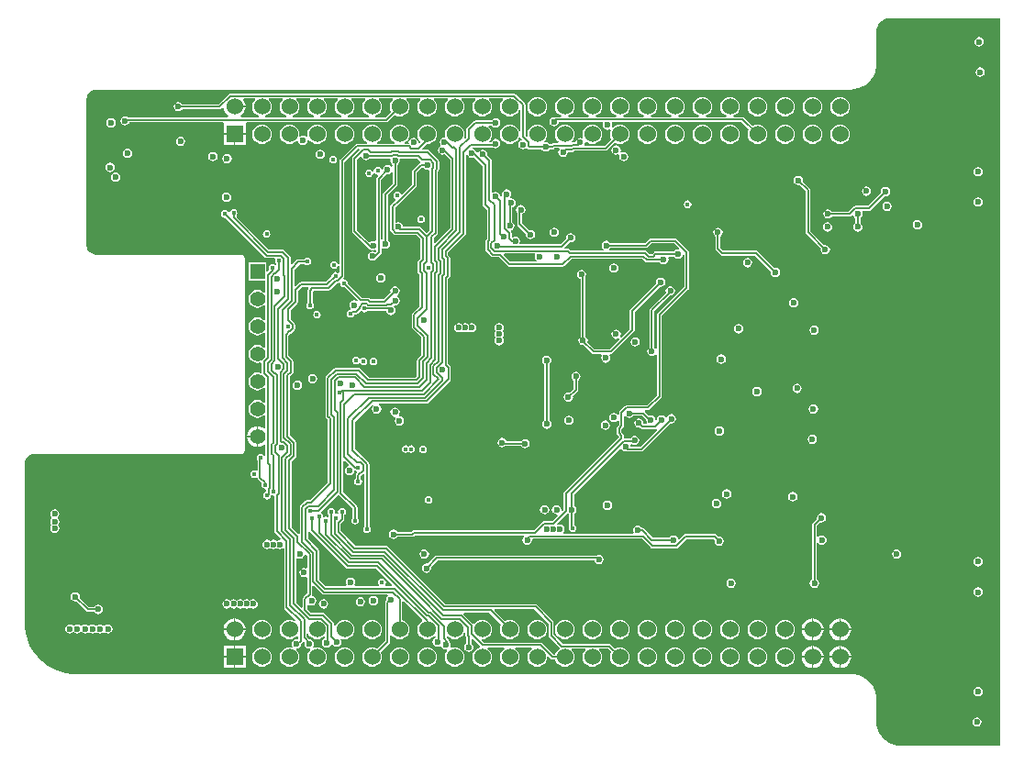
<source format=gbr>
G04 Layer_Physical_Order=3*
G04 Layer_Color=36540*
%FSLAX26Y26*%
%MOIN*%
%TF.FileFunction,Copper,L3,Inr,Signal*%
%TF.Part,Single*%
G01*
G75*
%TA.AperFunction,Conductor*%
%ADD77C,0.007874*%
%TA.AperFunction,ComponentPad*%
%ADD91C,0.055118*%
%ADD92R,0.055118X0.055118*%
%ADD93C,0.060000*%
%ADD94R,0.060000X0.060000*%
%TA.AperFunction,ViaPad*%
%ADD95C,0.023622*%
%ADD96C,0.017716*%
G36*
X6554887Y2752199D02*
X6196850Y2752200D01*
X6187954Y2752199D01*
X6170504Y2755670D01*
X6154067Y2762479D01*
X6139274Y2772363D01*
X6126694Y2784944D01*
X6116809Y2799737D01*
X6110001Y2816174D01*
X6106530Y2833623D01*
X6106530Y2842519D01*
X6106530Y2921260D01*
X6106472Y2921554D01*
X6106516Y2921851D01*
X6106136Y2929569D01*
X6105919Y2930434D01*
Y2931326D01*
X6102908Y2946465D01*
X6102454Y2947561D01*
X6102223Y2948724D01*
X6096316Y2962985D01*
X6095657Y2963972D01*
X6095203Y2965067D01*
X6086627Y2977902D01*
X6085789Y2978741D01*
X6085130Y2979727D01*
X6074215Y2990641D01*
X6073229Y2991300D01*
X6072390Y2992139D01*
X6059556Y3000715D01*
X6058460Y3001169D01*
X6057474Y3001827D01*
X6043213Y3007735D01*
X6042050Y3007966D01*
X6040954Y3008420D01*
X6025815Y3011431D01*
X6024922D01*
X6024056Y3011648D01*
X6016339Y3012027D01*
X6016042Y3011983D01*
X6015748Y3012042D01*
X3199977Y3012042D01*
X3187659Y3012042D01*
X3163231Y3015258D01*
X3139434Y3021635D01*
X3116671Y3031064D01*
X3095335Y3043383D01*
X3075789Y3058383D01*
X3058369Y3075805D01*
X3043372Y3095353D01*
X3031054Y3116691D01*
X3021628Y3139453D01*
X3015254Y3163253D01*
X3012040Y3187679D01*
X3012042Y3199998D01*
X3012042Y3199999D01*
X3012042Y3200000D01*
X3012042Y3775000D01*
X3012041Y3775005D01*
X3012042Y3775010D01*
X3012039Y3778748D01*
X3013493Y3786082D01*
X3016352Y3792991D01*
X3020504Y3799208D01*
X3025792Y3804495D01*
X3032009Y3808648D01*
X3038918Y3811506D01*
X3046252Y3812961D01*
X3049990Y3812958D01*
X3049995Y3812959D01*
X3050000Y3812958D01*
X3799999Y3812958D01*
X3804608Y3813875D01*
X3808515Y3816485D01*
X3811125Y3820392D01*
X3812042Y3825001D01*
Y4524999D01*
X3811125Y4529608D01*
X3808515Y4533515D01*
X3804608Y4536125D01*
X3799999Y4537042D01*
X3275000Y4537042D01*
X3274999Y4537042D01*
X3274998Y4537042D01*
X3271259Y4537041D01*
X3263925Y4538499D01*
X3257018Y4541360D01*
X3250801Y4545514D01*
X3245514Y4550801D01*
X3241360Y4557018D01*
X3238499Y4563926D01*
X3237041Y4571260D01*
X3237042Y4574998D01*
X3237042Y4574999D01*
X3237042Y4575000D01*
X3237041Y5099952D01*
X3237069Y5103650D01*
X3238582Y5110972D01*
X3241496Y5117858D01*
X3245698Y5124043D01*
X3251027Y5129288D01*
X3257277Y5133393D01*
X3264208Y5136198D01*
X3271553Y5137596D01*
X3275292Y5137565D01*
X3275343Y5137574D01*
X3275393Y5137564D01*
X6015748Y5137565D01*
X6016042Y5137623D01*
X6016339Y5137579D01*
X6024056Y5137958D01*
X6024922Y5138175D01*
X6025815D01*
X6040954Y5141186D01*
X6042050Y5141640D01*
X6043213Y5141871D01*
X6057474Y5147778D01*
X6058460Y5148437D01*
X6059556Y5148891D01*
X6072391Y5157466D01*
X6073229Y5158305D01*
X6074216Y5158964D01*
X6085130Y5169879D01*
X6085789Y5170865D01*
X6086628Y5171704D01*
X6095204Y5184538D01*
X6095658Y5185634D01*
X6096317Y5186620D01*
X6102223Y5200881D01*
X6102455Y5202044D01*
X6102909Y5203140D01*
X6105920Y5218279D01*
Y5219172D01*
X6106137Y5220038D01*
X6106516Y5227756D01*
X6106471Y5228052D01*
X6106530Y5228346D01*
X6106530Y5346457D01*
X6106530Y5351475D01*
X6108488Y5361318D01*
X6112329Y5370591D01*
X6117904Y5378936D01*
X6125001Y5386032D01*
X6133346Y5391608D01*
X6142619Y5395449D01*
X6152461Y5397407D01*
X6157480Y5397407D01*
X6554887Y5397407D01*
Y2752199D01*
D02*
G37*
%LPC*%
G36*
X4279528Y3296588D02*
X4272999Y3295289D01*
X4267464Y3291591D01*
X4263766Y3286056D01*
X4262467Y3279528D01*
X4263766Y3272999D01*
X4267464Y3267464D01*
X4272999Y3263766D01*
X4279528Y3262468D01*
X4286056Y3263766D01*
X4291591Y3267464D01*
X4295289Y3272999D01*
X4296588Y3279528D01*
X4295289Y3286056D01*
X4291591Y3291591D01*
X4286056Y3295289D01*
X4279528Y3296588D01*
D02*
G37*
G36*
X3842520Y3284777D02*
X3835991Y3283478D01*
X3830709Y3279948D01*
X3825426Y3283478D01*
X3818898Y3284777D01*
X3812369Y3283478D01*
X3807087Y3279948D01*
X3801804Y3283478D01*
X3795276Y3284777D01*
X3788747Y3283478D01*
X3783465Y3279948D01*
X3778182Y3283478D01*
X3771653Y3284777D01*
X3765125Y3283478D01*
X3759843Y3279948D01*
X3754560Y3283478D01*
X3748032Y3284777D01*
X3741503Y3283478D01*
X3735968Y3279780D01*
X3732270Y3274245D01*
X3730971Y3267716D01*
X3732270Y3261188D01*
X3735968Y3255653D01*
X3741503Y3251955D01*
X3748032Y3250656D01*
X3754560Y3251955D01*
X3759843Y3255485D01*
X3765125Y3251955D01*
X3771653Y3250656D01*
X3778182Y3251955D01*
X3783465Y3255485D01*
X3788747Y3251955D01*
X3795276Y3250656D01*
X3801804Y3251955D01*
X3807087Y3255485D01*
X3812369Y3251955D01*
X3818898Y3250656D01*
X3825426Y3251955D01*
X3830709Y3255485D01*
X3835991Y3251955D01*
X3842520Y3250656D01*
X3849048Y3251955D01*
X3854583Y3255653D01*
X3858281Y3261188D01*
X3859580Y3267716D01*
X3858281Y3274245D01*
X3854583Y3279780D01*
X3849048Y3283478D01*
X3842520Y3284777D01*
D02*
G37*
G36*
X4098425D02*
X4091897Y3283478D01*
X4086362Y3279780D01*
X4082664Y3274245D01*
X4081365Y3267716D01*
X4082664Y3261188D01*
X4086362Y3255653D01*
X4091897Y3251955D01*
X4098425Y3250656D01*
X4104954Y3251955D01*
X4110489Y3255653D01*
X4114187Y3261188D01*
X4115485Y3267716D01*
X4114187Y3274245D01*
X4110489Y3279780D01*
X4104954Y3283478D01*
X4098425Y3284777D01*
D02*
G37*
G36*
X4232283Y3292651D02*
X4225755Y3291352D01*
X4220220Y3287654D01*
X4216522Y3282119D01*
X4215223Y3275591D01*
X4216522Y3269062D01*
X4220220Y3263527D01*
X4225755Y3259829D01*
X4232283Y3258530D01*
X4238812Y3259829D01*
X4244347Y3263527D01*
X4248045Y3269062D01*
X4249344Y3275591D01*
X4248045Y3282119D01*
X4244347Y3287654D01*
X4238812Y3291352D01*
X4232283Y3292651D01*
D02*
G37*
G36*
X6476378Y3328084D02*
X6469849Y3326785D01*
X6464315Y3323087D01*
X6460617Y3317552D01*
X6459318Y3311024D01*
X6460617Y3304495D01*
X6464315Y3298960D01*
X6469849Y3295262D01*
X6476378Y3293963D01*
X6482907Y3295262D01*
X6488441Y3298960D01*
X6492140Y3304495D01*
X6493438Y3311024D01*
X6492140Y3317552D01*
X6488441Y3323087D01*
X6482907Y3326785D01*
X6476378Y3328084D01*
D02*
G37*
G36*
X5098425Y3446194D02*
X5091897Y3444895D01*
X5090663Y3444071D01*
X4509843D01*
X4506386Y3443384D01*
X4503456Y3441426D01*
X4476017Y3413987D01*
X4472441Y3414698D01*
X4465912Y3413399D01*
X4460378Y3409701D01*
X4456680Y3404166D01*
X4455381Y3397638D01*
X4456680Y3391109D01*
X4460378Y3385575D01*
X4465912Y3381876D01*
X4472441Y3380578D01*
X4478970Y3381876D01*
X4484504Y3385575D01*
X4488203Y3391109D01*
X4489501Y3397638D01*
X4488790Y3401214D01*
X4513584Y3426008D01*
X5081987D01*
X5082664Y3422605D01*
X5086362Y3417071D01*
X5091897Y3413372D01*
X5098425Y3412074D01*
X5104954Y3413372D01*
X5110489Y3417071D01*
X5114187Y3422605D01*
X5115485Y3429134D01*
X5114187Y3435662D01*
X5110489Y3441197D01*
X5104954Y3444895D01*
X5098425Y3446194D01*
D02*
G37*
G36*
X4464567Y3465879D02*
X4458038Y3464580D01*
X4452504Y3460882D01*
X4448805Y3455347D01*
X4447507Y3448819D01*
X4448805Y3442290D01*
X4452504Y3436756D01*
X4458038Y3433057D01*
X4464567Y3431759D01*
X4471096Y3433057D01*
X4476630Y3436756D01*
X4480328Y3442290D01*
X4481627Y3448819D01*
X4480328Y3455347D01*
X4476630Y3460882D01*
X4471096Y3464580D01*
X4464567Y3465879D01*
D02*
G37*
G36*
X5578729Y3359573D02*
X5572200Y3358274D01*
X5566666Y3354576D01*
X5562967Y3349042D01*
X5561669Y3342513D01*
X5562967Y3335984D01*
X5566666Y3330450D01*
X5572200Y3326751D01*
X5578729Y3325453D01*
X5585257Y3326751D01*
X5590792Y3330450D01*
X5594490Y3335984D01*
X5595789Y3342513D01*
X5594490Y3349042D01*
X5590792Y3354576D01*
X5585257Y3358274D01*
X5578729Y3359573D01*
D02*
G37*
G36*
X6476378Y3438320D02*
X6469849Y3437021D01*
X6464315Y3433323D01*
X6460617Y3427788D01*
X6459318Y3421260D01*
X6460617Y3414731D01*
X6464315Y3409197D01*
X6469849Y3405498D01*
X6476378Y3404200D01*
X6482907Y3405498D01*
X6488441Y3409197D01*
X6492140Y3414731D01*
X6493438Y3421260D01*
X6492140Y3427788D01*
X6488441Y3433323D01*
X6482907Y3437021D01*
X6476378Y3438320D01*
D02*
G37*
G36*
X3196850Y3310591D02*
X3190322Y3309292D01*
X3184787Y3305594D01*
X3181089Y3300059D01*
X3179790Y3293531D01*
X3181089Y3287002D01*
X3184787Y3281468D01*
X3190322Y3277769D01*
X3196850Y3276471D01*
X3200426Y3277182D01*
X3235963Y3241645D01*
X3238893Y3239687D01*
X3242350Y3239000D01*
X3243333Y3239195D01*
X3244317Y3239000D01*
X3265439D01*
X3267464Y3235968D01*
X3272999Y3232270D01*
X3279528Y3230971D01*
X3286056Y3232270D01*
X3291591Y3235968D01*
X3295289Y3241503D01*
X3296588Y3248032D01*
X3295289Y3254560D01*
X3291591Y3260095D01*
X3286056Y3263793D01*
X3279528Y3265092D01*
X3272999Y3263793D01*
X3267464Y3260095D01*
X3265439Y3257063D01*
X3247233D01*
X3246790Y3257359D01*
X3245548Y3257606D01*
X3213199Y3289955D01*
X3213910Y3293531D01*
X3212612Y3300059D01*
X3208914Y3305594D01*
X3203379Y3309292D01*
X3196850Y3310591D01*
D02*
G37*
G36*
X3772047Y3214956D02*
X3764558Y3213970D01*
X3754827Y3209940D01*
X3746472Y3203528D01*
X3740060Y3195173D01*
X3736030Y3185442D01*
X3735044Y3177953D01*
X3772047D01*
Y3214956D01*
D02*
G37*
G36*
X5872047D02*
X5864558Y3213970D01*
X5854827Y3209940D01*
X5846472Y3203528D01*
X5840060Y3195173D01*
X5836029Y3185442D01*
X5835043Y3177953D01*
X5872047D01*
Y3214956D01*
D02*
G37*
G36*
X5675000Y3210223D02*
X5665884Y3209022D01*
X5657389Y3205504D01*
X5650094Y3199906D01*
X5644496Y3192611D01*
X5640978Y3184116D01*
X5639777Y3175000D01*
X5640978Y3165884D01*
X5644496Y3157389D01*
X5650094Y3150094D01*
X5657389Y3144496D01*
X5665884Y3140978D01*
X5675000Y3139777D01*
X5684116Y3140978D01*
X5692611Y3144496D01*
X5699906Y3150094D01*
X5705504Y3157389D01*
X5709022Y3165884D01*
X5710223Y3175000D01*
X5709022Y3184116D01*
X5705504Y3192611D01*
X5699906Y3199906D01*
X5692611Y3205504D01*
X5684116Y3209022D01*
X5675000Y3210223D01*
D02*
G37*
G36*
X5775000D02*
X5765884Y3209022D01*
X5757389Y3205504D01*
X5750094Y3199906D01*
X5744496Y3192611D01*
X5740978Y3184116D01*
X5739777Y3175000D01*
X5740978Y3165884D01*
X5744496Y3157389D01*
X5750094Y3150094D01*
X5757389Y3144496D01*
X5765884Y3140978D01*
X5775000Y3139777D01*
X5784116Y3140978D01*
X5792611Y3144496D01*
X5799906Y3150094D01*
X5805504Y3157389D01*
X5809022Y3165884D01*
X5810223Y3175000D01*
X5809022Y3184116D01*
X5805504Y3192611D01*
X5799906Y3199906D01*
X5792611Y3205504D01*
X5784116Y3209022D01*
X5775000Y3210223D01*
D02*
G37*
G36*
X5972047Y3214956D02*
X5964558Y3213970D01*
X5954827Y3209940D01*
X5946472Y3203528D01*
X5940060Y3195173D01*
X5936029Y3185442D01*
X5935043Y3177953D01*
X5972047D01*
Y3214956D01*
D02*
G37*
G36*
X5977953D02*
Y3177953D01*
X6014957D01*
X6013971Y3185442D01*
X6009940Y3195173D01*
X6003528Y3203528D01*
X5995173Y3209940D01*
X5985442Y3213970D01*
X5977953Y3214956D01*
D02*
G37*
G36*
X3314961Y3194226D02*
X3308432Y3192927D01*
X3304682Y3190421D01*
X3301181Y3189621D01*
X3297680Y3190421D01*
X3293930Y3192927D01*
X3287402Y3194226D01*
X3280873Y3192927D01*
X3277123Y3190421D01*
X3273622Y3189621D01*
X3270121Y3190421D01*
X3266371Y3192927D01*
X3259843Y3194226D01*
X3253314Y3192927D01*
X3247779Y3189229D01*
X3244347D01*
X3238812Y3192927D01*
X3232284Y3194226D01*
X3225755Y3192927D01*
X3220220Y3189229D01*
X3216788D01*
X3211253Y3192927D01*
X3204724Y3194226D01*
X3198196Y3192927D01*
X3192661Y3189229D01*
X3189229D01*
X3183694Y3192927D01*
X3177165Y3194226D01*
X3170637Y3192927D01*
X3165102Y3189229D01*
X3161404Y3183694D01*
X3160105Y3177165D01*
X3161404Y3170637D01*
X3165102Y3165102D01*
X3170637Y3161404D01*
X3177165Y3160105D01*
X3183694Y3161404D01*
X3189229Y3165102D01*
X3192661D01*
X3198196Y3161404D01*
X3204724Y3160105D01*
X3211253Y3161404D01*
X3216788Y3165102D01*
X3220220D01*
X3225755Y3161404D01*
X3232284Y3160105D01*
X3238812Y3161404D01*
X3242562Y3163910D01*
X3246063Y3164710D01*
X3249564Y3163910D01*
X3253314Y3161404D01*
X3259843Y3160105D01*
X3266371Y3161404D01*
X3270121Y3163910D01*
X3273622Y3164710D01*
X3277123Y3163910D01*
X3280873Y3161404D01*
X3287402Y3160105D01*
X3293930Y3161404D01*
X3297680Y3163910D01*
X3301181Y3164710D01*
X3304682Y3163910D01*
X3308432Y3161404D01*
X3314961Y3160105D01*
X3321489Y3161404D01*
X3327024Y3165102D01*
X3330722Y3170637D01*
X3332021Y3177165D01*
X3330722Y3183694D01*
X3327024Y3189229D01*
X3321489Y3192927D01*
X3314961Y3194226D01*
D02*
G37*
G36*
X3777953Y3214956D02*
Y3177953D01*
X3814956D01*
X3813970Y3185442D01*
X3809940Y3195173D01*
X3803528Y3203528D01*
X3795173Y3209940D01*
X3785442Y3213970D01*
X3777953Y3214956D01*
D02*
G37*
G36*
X5877953D02*
Y3177953D01*
X5914957D01*
X5913971Y3185442D01*
X5909940Y3195173D01*
X5903528Y3203528D01*
X5895173Y3209940D01*
X5885442Y3213970D01*
X5877953Y3214956D01*
D02*
G37*
G36*
X6181102Y3465879D02*
X6174574Y3464580D01*
X6169039Y3460882D01*
X6165341Y3455347D01*
X6164042Y3448819D01*
X6165341Y3442290D01*
X6169039Y3436756D01*
X6174574Y3433057D01*
X6181102Y3431759D01*
X6187631Y3433057D01*
X6193166Y3436756D01*
X6196864Y3442290D01*
X6198162Y3448819D01*
X6196864Y3455347D01*
X6193166Y3460882D01*
X6187631Y3464580D01*
X6181102Y3465879D01*
D02*
G37*
G36*
X5874016Y3883202D02*
X5867487Y3881903D01*
X5861952Y3878205D01*
X5858254Y3872670D01*
X5856956Y3866142D01*
X5858254Y3859613D01*
X5861952Y3854078D01*
X5867487Y3850380D01*
X5874016Y3849082D01*
X5880544Y3850380D01*
X5886079Y3854078D01*
X5889777Y3859613D01*
X5891076Y3866142D01*
X5889777Y3872670D01*
X5886079Y3878205D01*
X5880544Y3881903D01*
X5874016Y3883202D01*
D02*
G37*
G36*
X3855315Y3913872D02*
X3848463Y3912970D01*
X3839326Y3909186D01*
X3831480Y3903165D01*
X3825460Y3895320D01*
X3821675Y3886183D01*
X3820773Y3879331D01*
X3855315D01*
Y3913872D01*
D02*
G37*
G36*
Y3873425D02*
X3820773D01*
X3821675Y3866573D01*
X3825460Y3857436D01*
X3831480Y3849591D01*
X3839326Y3843570D01*
X3848463Y3839786D01*
X3855315Y3838884D01*
Y3873425D01*
D02*
G37*
G36*
X4417323Y3844758D02*
X4411946Y3843689D01*
X4407480Y3840705D01*
X4403014Y3843689D01*
X4397638Y3844758D01*
X4392261Y3843689D01*
X4387703Y3840643D01*
X4384658Y3836085D01*
X4383588Y3830709D01*
X4384658Y3825332D01*
X4387703Y3820774D01*
X4392261Y3817729D01*
X4397638Y3816659D01*
X4403014Y3817729D01*
X4407480Y3820713D01*
X4411946Y3817729D01*
X4417323Y3816659D01*
X4422699Y3817729D01*
X4427257Y3820774D01*
X4430303Y3825332D01*
X4431372Y3830709D01*
X4430303Y3836085D01*
X4427257Y3840643D01*
X4422699Y3843689D01*
X4417323Y3844758D01*
D02*
G37*
G36*
X5536417Y3913714D02*
X5529889Y3912415D01*
X5524354Y3908717D01*
X5520656Y3903182D01*
X5519357Y3896653D01*
X5520656Y3890125D01*
X5524354Y3884590D01*
X5529889Y3880892D01*
X5536417Y3879593D01*
X5542946Y3880892D01*
X5548481Y3884590D01*
X5552179Y3890125D01*
X5553477Y3896653D01*
X5552179Y3903182D01*
X5548481Y3908717D01*
X5542946Y3912415D01*
X5536417Y3913714D01*
D02*
G37*
G36*
X4358267Y3981627D02*
X4351739Y3980328D01*
X4346204Y3976630D01*
X4342506Y3971095D01*
X4341207Y3964567D01*
X4342506Y3958038D01*
X4346204Y3952504D01*
X4351739Y3948805D01*
X4357611Y3947637D01*
X4359292Y3945281D01*
X4360417Y3942836D01*
X4358254Y3939599D01*
X4356956Y3933071D01*
X4358254Y3926542D01*
X4361952Y3921008D01*
X4367487Y3917309D01*
X4374016Y3916011D01*
X4380544Y3917309D01*
X4386079Y3921008D01*
X4389777Y3926542D01*
X4391076Y3933071D01*
X4389777Y3939599D01*
X4386079Y3945134D01*
X4380544Y3948832D01*
X4374672Y3950001D01*
X4372991Y3952356D01*
X4371866Y3954801D01*
X4374029Y3958038D01*
X4375327Y3964567D01*
X4374029Y3971095D01*
X4370331Y3976630D01*
X4364796Y3980328D01*
X4358267Y3981627D01*
D02*
G37*
G36*
X4990157Y3952100D02*
X4983629Y3950801D01*
X4978094Y3947103D01*
X4974396Y3941568D01*
X4973097Y3935039D01*
X4974396Y3928511D01*
X4978094Y3922976D01*
X4983629Y3919278D01*
X4990157Y3917979D01*
X4996686Y3919278D01*
X5002221Y3922976D01*
X5005919Y3928511D01*
X5007217Y3935039D01*
X5005919Y3941568D01*
X5002221Y3947103D01*
X4996686Y3950801D01*
X4990157Y3952100D01*
D02*
G37*
G36*
X5122047Y3934383D02*
X5115519Y3933084D01*
X5109984Y3929386D01*
X5106286Y3923851D01*
X5104987Y3917323D01*
X5106286Y3910794D01*
X5109984Y3905260D01*
X5115519Y3901561D01*
X5122047Y3900263D01*
X5128576Y3901561D01*
X5134110Y3905260D01*
X5137809Y3910794D01*
X5139107Y3917323D01*
X5137809Y3923851D01*
X5134110Y3929386D01*
X5128576Y3933084D01*
X5122047Y3934383D01*
D02*
G37*
G36*
X4909449Y4170603D02*
X4902920Y4169305D01*
X4897386Y4165607D01*
X4893687Y4160072D01*
X4892389Y4153543D01*
X4893687Y4147015D01*
X4897386Y4141480D01*
X4900417Y4139454D01*
Y3935349D01*
X4897386Y3933323D01*
X4893687Y3927788D01*
X4892389Y3921260D01*
X4893687Y3914731D01*
X4897386Y3909197D01*
X4902920Y3905498D01*
X4909449Y3904200D01*
X4915977Y3905498D01*
X4921512Y3909197D01*
X4925210Y3914731D01*
X4926509Y3921260D01*
X4925210Y3927788D01*
X4921512Y3933323D01*
X4918481Y3935349D01*
Y4139454D01*
X4921512Y4141480D01*
X4925210Y4147015D01*
X4926509Y4153543D01*
X4925210Y4160072D01*
X4921512Y4165607D01*
X4915977Y4169305D01*
X4909449Y4170603D01*
D02*
G37*
G36*
X4748032Y3871391D02*
X4741503Y3870092D01*
X4735968Y3866394D01*
X4732270Y3860859D01*
X4730971Y3854331D01*
X4732270Y3847802D01*
X4735968Y3842267D01*
X4741503Y3838569D01*
X4748032Y3837271D01*
X4754560Y3838569D01*
X4758728Y3841354D01*
X4816610D01*
X4818636Y3838323D01*
X4824170Y3834624D01*
X4830699Y3833326D01*
X4837227Y3834624D01*
X4842762Y3838323D01*
X4846460Y3843857D01*
X4847759Y3850386D01*
X4846460Y3856915D01*
X4842762Y3862449D01*
X4837227Y3866148D01*
X4830699Y3867446D01*
X4824170Y3866148D01*
X4818636Y3862449D01*
X4816610Y3859418D01*
X4764080D01*
X4763793Y3860859D01*
X4760095Y3866394D01*
X4754560Y3870092D01*
X4748032Y3871391D01*
D02*
G37*
G36*
X4901575Y3627296D02*
X4895046Y3625998D01*
X4889511Y3622300D01*
X4885813Y3616765D01*
X4884515Y3610236D01*
X4885813Y3603708D01*
X4889511Y3598173D01*
X4895046Y3594475D01*
X4901575Y3593176D01*
X4908103Y3594475D01*
X4913638Y3598173D01*
X4917336Y3603708D01*
X4918635Y3610236D01*
X4917336Y3616765D01*
X4913638Y3622300D01*
X4908103Y3625998D01*
X4901575Y3627296D01*
D02*
G37*
G36*
X5129921Y3643044D02*
X5123393Y3641746D01*
X5117858Y3638048D01*
X5114160Y3632513D01*
X5112861Y3625984D01*
X5114160Y3619456D01*
X5117858Y3613921D01*
X5123393Y3610223D01*
X5129921Y3608924D01*
X5136450Y3610223D01*
X5141984Y3613921D01*
X5145683Y3619456D01*
X5146981Y3625984D01*
X5145683Y3632513D01*
X5141984Y3638048D01*
X5136450Y3641746D01*
X5129921Y3643044D01*
D02*
G37*
G36*
X3122047Y3611548D02*
X3115519Y3610250D01*
X3109984Y3606552D01*
X3106286Y3601017D01*
X3104987Y3594488D01*
X3106286Y3587960D01*
X3109984Y3582425D01*
Y3578992D01*
X3106286Y3573458D01*
X3104987Y3566929D01*
X3106286Y3560401D01*
X3109815Y3555118D01*
X3106286Y3549836D01*
X3104987Y3543307D01*
X3106286Y3536778D01*
X3109984Y3531244D01*
X3115519Y3527546D01*
X3122047Y3526247D01*
X3128576Y3527546D01*
X3134110Y3531244D01*
X3137809Y3536778D01*
X3139107Y3543307D01*
X3137809Y3549836D01*
X3134279Y3555118D01*
X3137809Y3560401D01*
X3139107Y3566929D01*
X3137809Y3573458D01*
X3134110Y3578992D01*
Y3582425D01*
X3137809Y3587960D01*
X3139107Y3594488D01*
X3137809Y3601017D01*
X3134110Y3606552D01*
X3128576Y3610250D01*
X3122047Y3611548D01*
D02*
G37*
G36*
X5907480Y3597769D02*
X5900952Y3596470D01*
X5895417Y3592772D01*
X5891719Y3587237D01*
X5890420Y3580709D01*
X5891131Y3577133D01*
X5875503Y3561505D01*
X5873546Y3558575D01*
X5872858Y3555118D01*
Y3356609D01*
X5869827Y3354583D01*
X5866128Y3349048D01*
X5864830Y3342520D01*
X5866128Y3335991D01*
X5869827Y3330456D01*
X5875361Y3326758D01*
X5881890Y3325460D01*
X5888418Y3326758D01*
X5893953Y3330456D01*
X5897651Y3335991D01*
X5898950Y3342520D01*
X5897651Y3349048D01*
X5893953Y3354583D01*
X5890922Y3356609D01*
Y3488611D01*
X5895922Y3490128D01*
X5897386Y3487937D01*
X5902920Y3484238D01*
X5909449Y3482940D01*
X5915977Y3484238D01*
X5921512Y3487937D01*
X5925210Y3493471D01*
X5926509Y3500000D01*
X5925210Y3506529D01*
X5921512Y3512063D01*
X5915977Y3515762D01*
X5909449Y3517060D01*
X5902920Y3515762D01*
X5897386Y3512063D01*
X5895922Y3509872D01*
X5890922Y3511389D01*
Y3551377D01*
X5903904Y3564360D01*
X5907480Y3563648D01*
X5914009Y3564947D01*
X5919543Y3568645D01*
X5923242Y3574180D01*
X5924540Y3580709D01*
X5923242Y3587237D01*
X5919543Y3592772D01*
X5914009Y3596470D01*
X5907480Y3597769D01*
D02*
G37*
G36*
X5525862Y3650111D02*
X5519334Y3648813D01*
X5513799Y3645115D01*
X5510101Y3639580D01*
X5508802Y3633051D01*
X5510101Y3626523D01*
X5513799Y3620988D01*
X5519334Y3617290D01*
X5525862Y3615991D01*
X5532391Y3617290D01*
X5537926Y3620988D01*
X5541624Y3626523D01*
X5542922Y3633051D01*
X5541624Y3639580D01*
X5537926Y3645115D01*
X5532391Y3648813D01*
X5525862Y3650111D01*
D02*
G37*
G36*
X5562992Y3684383D02*
X5556463Y3683084D01*
X5550929Y3679386D01*
X5547231Y3673851D01*
X5545932Y3667323D01*
X5547231Y3660794D01*
X5550929Y3655260D01*
X5556463Y3651561D01*
X5562992Y3650263D01*
X5569521Y3651561D01*
X5575055Y3655260D01*
X5578754Y3660794D01*
X5580052Y3667323D01*
X5578754Y3673851D01*
X5575055Y3679386D01*
X5569521Y3683084D01*
X5562992Y3684383D01*
D02*
G37*
G36*
X4460630Y3843184D02*
X4455253Y3842114D01*
X4450695Y3839068D01*
X4447650Y3834510D01*
X4446580Y3829134D01*
X4447650Y3823758D01*
X4450695Y3819200D01*
X4455253Y3816154D01*
X4460630Y3815084D01*
X4466006Y3816154D01*
X4470564Y3819200D01*
X4473610Y3823758D01*
X4474679Y3829134D01*
X4473610Y3834510D01*
X4470564Y3839068D01*
X4466006Y3842114D01*
X4460630Y3843184D01*
D02*
G37*
G36*
X4480315Y3659719D02*
X4474939Y3658649D01*
X4470381Y3655604D01*
X4467335Y3651046D01*
X4466266Y3645669D01*
X4467335Y3640293D01*
X4470381Y3635735D01*
X4474939Y3632689D01*
X4480315Y3631620D01*
X4485691Y3632689D01*
X4490249Y3635735D01*
X4493295Y3640293D01*
X4494364Y3645669D01*
X4493295Y3651046D01*
X4490249Y3655604D01*
X4485691Y3658649D01*
X4480315Y3659719D01*
D02*
G37*
G36*
X5803138Y3674533D02*
X5796609Y3673235D01*
X5791075Y3669536D01*
X5787377Y3664002D01*
X5786078Y3657473D01*
X5787377Y3650944D01*
X5791075Y3645410D01*
X5796609Y3641711D01*
X5803138Y3640413D01*
X5809667Y3641711D01*
X5815201Y3645410D01*
X5818900Y3650944D01*
X5820198Y3657473D01*
X5818900Y3664002D01*
X5815201Y3669536D01*
X5809667Y3673235D01*
X5803138Y3674533D01*
D02*
G37*
G36*
X5275000Y3110223D02*
X5265884Y3109022D01*
X5257389Y3105504D01*
X5250094Y3099906D01*
X5244496Y3092611D01*
X5240978Y3084116D01*
X5239777Y3075000D01*
X5240978Y3065884D01*
X5244496Y3057389D01*
X5250094Y3050094D01*
X5257389Y3044496D01*
X5265884Y3040978D01*
X5275000Y3039777D01*
X5284116Y3040978D01*
X5292611Y3044496D01*
X5299906Y3050094D01*
X5305504Y3057389D01*
X5309022Y3065884D01*
X5310223Y3075000D01*
X5309022Y3084116D01*
X5305504Y3092611D01*
X5299906Y3099906D01*
X5292611Y3105504D01*
X5284116Y3109022D01*
X5275000Y3110223D01*
D02*
G37*
G36*
X5375000D02*
X5365884Y3109022D01*
X5357389Y3105504D01*
X5350094Y3099906D01*
X5344496Y3092611D01*
X5340978Y3084116D01*
X5339777Y3075000D01*
X5340978Y3065884D01*
X5344496Y3057389D01*
X5350094Y3050094D01*
X5357389Y3044496D01*
X5365884Y3040978D01*
X5375000Y3039777D01*
X5384116Y3040978D01*
X5392611Y3044496D01*
X5399906Y3050094D01*
X5405504Y3057389D01*
X5409022Y3065884D01*
X5410223Y3075000D01*
X5409022Y3084116D01*
X5405504Y3092611D01*
X5399906Y3099906D01*
X5392611Y3105504D01*
X5384116Y3109022D01*
X5375000Y3110223D01*
D02*
G37*
G36*
X4375000D02*
X4365884Y3109022D01*
X4357389Y3105504D01*
X4350094Y3099906D01*
X4344496Y3092611D01*
X4340978Y3084116D01*
X4339777Y3075000D01*
X4340978Y3065884D01*
X4344496Y3057389D01*
X4350094Y3050094D01*
X4357389Y3044496D01*
X4365884Y3040978D01*
X4375000Y3039777D01*
X4384116Y3040978D01*
X4392611Y3044496D01*
X4399906Y3050094D01*
X4405504Y3057389D01*
X4409022Y3065884D01*
X4410223Y3075000D01*
X4409022Y3084116D01*
X4405504Y3092611D01*
X4399906Y3099906D01*
X4392611Y3105504D01*
X4384116Y3109022D01*
X4375000Y3110223D01*
D02*
G37*
G36*
X4475000D02*
X4465884Y3109022D01*
X4457389Y3105504D01*
X4450094Y3099906D01*
X4444496Y3092611D01*
X4440978Y3084116D01*
X4439777Y3075000D01*
X4440978Y3065884D01*
X4444496Y3057389D01*
X4450094Y3050094D01*
X4457389Y3044496D01*
X4465884Y3040978D01*
X4475000Y3039777D01*
X4484116Y3040978D01*
X4492611Y3044496D01*
X4499906Y3050094D01*
X4505504Y3057389D01*
X4509022Y3065884D01*
X4510223Y3075000D01*
X4509022Y3084116D01*
X4505504Y3092611D01*
X4499906Y3099906D01*
X4492611Y3105504D01*
X4484116Y3109022D01*
X4475000Y3110223D01*
D02*
G37*
G36*
X5475000D02*
X5465884Y3109022D01*
X5457389Y3105504D01*
X5450094Y3099906D01*
X5444496Y3092611D01*
X5440978Y3084116D01*
X5439777Y3075000D01*
X5440978Y3065884D01*
X5444496Y3057389D01*
X5450094Y3050094D01*
X5457389Y3044496D01*
X5465884Y3040978D01*
X5475000Y3039777D01*
X5484116Y3040978D01*
X5492611Y3044496D01*
X5499906Y3050094D01*
X5505504Y3057389D01*
X5509022Y3065884D01*
X5510223Y3075000D01*
X5509022Y3084116D01*
X5505504Y3092611D01*
X5499906Y3099906D01*
X5492611Y3105504D01*
X5484116Y3109022D01*
X5475000Y3110223D01*
D02*
G37*
G36*
X5775000D02*
X5765884Y3109022D01*
X5757389Y3105504D01*
X5750094Y3099906D01*
X5744496Y3092611D01*
X5740978Y3084116D01*
X5739777Y3075000D01*
X5740978Y3065884D01*
X5744496Y3057389D01*
X5750094Y3050094D01*
X5757389Y3044496D01*
X5765884Y3040978D01*
X5775000Y3039777D01*
X5784116Y3040978D01*
X5792611Y3044496D01*
X5799906Y3050094D01*
X5805504Y3057389D01*
X5809022Y3065884D01*
X5810223Y3075000D01*
X5809022Y3084116D01*
X5805504Y3092611D01*
X5799906Y3099906D01*
X5792611Y3105504D01*
X5784116Y3109022D01*
X5775000Y3110223D01*
D02*
G37*
G36*
X3772047Y3115000D02*
X3735000D01*
Y3077953D01*
X3772047D01*
Y3115000D01*
D02*
G37*
G36*
X5575000Y3110223D02*
X5565884Y3109022D01*
X5557389Y3105504D01*
X5550094Y3099906D01*
X5544496Y3092611D01*
X5540978Y3084116D01*
X5539777Y3075000D01*
X5540978Y3065884D01*
X5544496Y3057389D01*
X5550094Y3050094D01*
X5557389Y3044496D01*
X5565884Y3040978D01*
X5575000Y3039777D01*
X5584116Y3040978D01*
X5592611Y3044496D01*
X5599906Y3050094D01*
X5605504Y3057389D01*
X5609022Y3065884D01*
X5610223Y3075000D01*
X5609022Y3084116D01*
X5605504Y3092611D01*
X5599906Y3099906D01*
X5592611Y3105504D01*
X5584116Y3109022D01*
X5575000Y3110223D01*
D02*
G37*
G36*
X5675000D02*
X5665884Y3109022D01*
X5657389Y3105504D01*
X5650094Y3099906D01*
X5644496Y3092611D01*
X5640978Y3084116D01*
X5639777Y3075000D01*
X5640978Y3065884D01*
X5644496Y3057389D01*
X5650094Y3050094D01*
X5657389Y3044496D01*
X5665884Y3040978D01*
X5675000Y3039777D01*
X5684116Y3040978D01*
X5692611Y3044496D01*
X5699906Y3050094D01*
X5705504Y3057389D01*
X5709022Y3065884D01*
X5710223Y3075000D01*
X5709022Y3084116D01*
X5705504Y3092611D01*
X5699906Y3099906D01*
X5692611Y3105504D01*
X5684116Y3109022D01*
X5675000Y3110223D01*
D02*
G37*
G36*
X4175000D02*
X4165884Y3109022D01*
X4157389Y3105504D01*
X4150094Y3099906D01*
X4144496Y3092611D01*
X4140978Y3084116D01*
X4139777Y3075000D01*
X4140978Y3065884D01*
X4144496Y3057389D01*
X4150094Y3050094D01*
X4157389Y3044496D01*
X4165884Y3040978D01*
X4175000Y3039777D01*
X4184116Y3040978D01*
X4192611Y3044496D01*
X4199906Y3050094D01*
X4205504Y3057389D01*
X4209022Y3065884D01*
X4210223Y3075000D01*
X4209022Y3084116D01*
X4205504Y3092611D01*
X4199906Y3099906D01*
X4192611Y3105504D01*
X4184116Y3109022D01*
X4175000Y3110223D01*
D02*
G37*
G36*
X3772047Y3072047D02*
X3735000D01*
Y3035000D01*
X3772047D01*
Y3072047D01*
D02*
G37*
G36*
X3815000D02*
X3777953D01*
Y3035000D01*
X3815000D01*
Y3072047D01*
D02*
G37*
G36*
X6472441Y2855643D02*
X6465912Y2854344D01*
X6460378Y2850646D01*
X6456679Y2845111D01*
X6455381Y2838583D01*
X6456679Y2832054D01*
X6460378Y2826519D01*
X6465912Y2822821D01*
X6472441Y2821523D01*
X6478970Y2822821D01*
X6484504Y2826519D01*
X6488202Y2832054D01*
X6489501Y2838583D01*
X6488202Y2845111D01*
X6484504Y2850646D01*
X6478970Y2854344D01*
X6472441Y2855643D01*
D02*
G37*
G36*
X6476378Y2965879D02*
X6469849Y2964580D01*
X6464315Y2960882D01*
X6460617Y2955347D01*
X6459318Y2948819D01*
X6460617Y2942290D01*
X6464315Y2936756D01*
X6469849Y2933057D01*
X6476378Y2931759D01*
X6482907Y2933057D01*
X6488441Y2936756D01*
X6492140Y2942290D01*
X6493438Y2948819D01*
X6492140Y2955347D01*
X6488441Y2960882D01*
X6482907Y2964580D01*
X6476378Y2965879D01*
D02*
G37*
G36*
X5872047Y3072047D02*
X5835043D01*
X5836029Y3064558D01*
X5840060Y3054827D01*
X5846472Y3046472D01*
X5854827Y3040060D01*
X5864558Y3036030D01*
X5872047Y3035044D01*
Y3072047D01*
D02*
G37*
G36*
X6014957D02*
X5977953D01*
Y3035044D01*
X5985442Y3036030D01*
X5995173Y3040060D01*
X6003528Y3046472D01*
X6009940Y3054827D01*
X6013971Y3064558D01*
X6014957Y3072047D01*
D02*
G37*
G36*
X3875000Y3110223D02*
X3865884Y3109022D01*
X3857389Y3105504D01*
X3850094Y3099906D01*
X3844496Y3092611D01*
X3840978Y3084116D01*
X3839777Y3075000D01*
X3840978Y3065884D01*
X3844496Y3057389D01*
X3850094Y3050094D01*
X3857389Y3044496D01*
X3865884Y3040978D01*
X3875000Y3039777D01*
X3884116Y3040978D01*
X3892611Y3044496D01*
X3899906Y3050094D01*
X3905504Y3057389D01*
X3909022Y3065884D01*
X3910223Y3075000D01*
X3909022Y3084116D01*
X3905504Y3092611D01*
X3899906Y3099906D01*
X3892611Y3105504D01*
X3884116Y3109022D01*
X3875000Y3110223D01*
D02*
G37*
G36*
X5972047Y3072047D02*
X5935043D01*
X5936029Y3064558D01*
X5940060Y3054827D01*
X5946472Y3046472D01*
X5954827Y3040060D01*
X5964558Y3036030D01*
X5972047Y3035044D01*
Y3072047D01*
D02*
G37*
G36*
X5914957D02*
X5877953D01*
Y3035044D01*
X5885442Y3036030D01*
X5895173Y3040060D01*
X5903528Y3046472D01*
X5909940Y3054827D01*
X5913971Y3064558D01*
X5914957Y3072047D01*
D02*
G37*
G36*
X5872047Y3114956D02*
X5864558Y3113970D01*
X5854827Y3109940D01*
X5846472Y3103528D01*
X5840060Y3095173D01*
X5836029Y3085442D01*
X5835043Y3077953D01*
X5872047D01*
Y3114956D01*
D02*
G37*
G36*
X4975000Y3210223D02*
X4965884Y3209022D01*
X4957389Y3205504D01*
X4950094Y3199906D01*
X4944496Y3192611D01*
X4940978Y3184116D01*
X4939777Y3175000D01*
X4940978Y3165884D01*
X4944496Y3157389D01*
X4950094Y3150094D01*
X4957389Y3144496D01*
X4965884Y3140978D01*
X4975000Y3139777D01*
X4984116Y3140978D01*
X4992611Y3144496D01*
X4999906Y3150094D01*
X5005504Y3157389D01*
X5009022Y3165884D01*
X5010223Y3175000D01*
X5009022Y3184116D01*
X5005504Y3192611D01*
X4999906Y3199906D01*
X4992611Y3205504D01*
X4984116Y3209022D01*
X4975000Y3210223D01*
D02*
G37*
G36*
X5075000D02*
X5065884Y3209022D01*
X5057389Y3205504D01*
X5050094Y3199906D01*
X5044496Y3192611D01*
X5040978Y3184116D01*
X5039777Y3175000D01*
X5040978Y3165884D01*
X5044496Y3157389D01*
X5050094Y3150094D01*
X5057389Y3144496D01*
X5065884Y3140978D01*
X5075000Y3139777D01*
X5084116Y3140978D01*
X5092611Y3144496D01*
X5099906Y3150094D01*
X5105504Y3157389D01*
X5109022Y3165884D01*
X5110223Y3175000D01*
X5109022Y3184116D01*
X5105504Y3192611D01*
X5099906Y3199906D01*
X5092611Y3205504D01*
X5084116Y3209022D01*
X5075000Y3210223D01*
D02*
G37*
G36*
X3875000D02*
X3865884Y3209022D01*
X3857389Y3205504D01*
X3850094Y3199906D01*
X3844496Y3192611D01*
X3840978Y3184116D01*
X3839777Y3175000D01*
X3840978Y3165884D01*
X3844496Y3157389D01*
X3850094Y3150094D01*
X3857389Y3144496D01*
X3865884Y3140978D01*
X3875000Y3139777D01*
X3884116Y3140978D01*
X3892611Y3144496D01*
X3899906Y3150094D01*
X3905504Y3157389D01*
X3909022Y3165884D01*
X3910223Y3175000D01*
X3909022Y3184116D01*
X3905504Y3192611D01*
X3899906Y3199906D01*
X3892611Y3205504D01*
X3884116Y3209022D01*
X3875000Y3210223D01*
D02*
G37*
G36*
X4275000D02*
X4265884Y3209022D01*
X4257389Y3205504D01*
X4250094Y3199906D01*
X4244496Y3192611D01*
X4240978Y3184116D01*
X4239777Y3175000D01*
X4240978Y3165884D01*
X4244496Y3157389D01*
X4250094Y3150094D01*
X4257389Y3144496D01*
X4265884Y3140978D01*
X4275000Y3139777D01*
X4284116Y3140978D01*
X4292611Y3144496D01*
X4299906Y3150094D01*
X4305504Y3157389D01*
X4309022Y3165884D01*
X4310223Y3175000D01*
X4309022Y3184116D01*
X4305504Y3192611D01*
X4299906Y3199906D01*
X4292611Y3205504D01*
X4284116Y3209022D01*
X4275000Y3210223D01*
D02*
G37*
G36*
X5175000D02*
X5165884Y3209022D01*
X5157389Y3205504D01*
X5150094Y3199906D01*
X5144496Y3192611D01*
X5140978Y3184116D01*
X5139777Y3175000D01*
X5140978Y3165884D01*
X5144496Y3157389D01*
X5150094Y3150094D01*
X5157389Y3144496D01*
X5165884Y3140978D01*
X5175000Y3139777D01*
X5184116Y3140978D01*
X5192611Y3144496D01*
X5199906Y3150094D01*
X5205504Y3157389D01*
X5209022Y3165884D01*
X5210223Y3175000D01*
X5209022Y3184116D01*
X5205504Y3192611D01*
X5199906Y3199906D01*
X5192611Y3205504D01*
X5184116Y3209022D01*
X5175000Y3210223D01*
D02*
G37*
G36*
X5475000D02*
X5465884Y3209022D01*
X5457389Y3205504D01*
X5450094Y3199906D01*
X5444496Y3192611D01*
X5440978Y3184116D01*
X5439777Y3175000D01*
X5440978Y3165884D01*
X5444496Y3157389D01*
X5450094Y3150094D01*
X5457389Y3144496D01*
X5465884Y3140978D01*
X5475000Y3139777D01*
X5484116Y3140978D01*
X5492611Y3144496D01*
X5499906Y3150094D01*
X5505504Y3157389D01*
X5509022Y3165884D01*
X5510223Y3175000D01*
X5509022Y3184116D01*
X5505504Y3192611D01*
X5499906Y3199906D01*
X5492611Y3205504D01*
X5484116Y3209022D01*
X5475000Y3210223D01*
D02*
G37*
G36*
X5575000D02*
X5565884Y3209022D01*
X5557389Y3205504D01*
X5550094Y3199906D01*
X5544496Y3192611D01*
X5540978Y3184116D01*
X5539777Y3175000D01*
X5540978Y3165884D01*
X5544496Y3157389D01*
X5550094Y3150094D01*
X5557389Y3144496D01*
X5565884Y3140978D01*
X5575000Y3139777D01*
X5584116Y3140978D01*
X5592611Y3144496D01*
X5599906Y3150094D01*
X5605504Y3157389D01*
X5609022Y3165884D01*
X5610223Y3175000D01*
X5609022Y3184116D01*
X5605504Y3192611D01*
X5599906Y3199906D01*
X5592611Y3205504D01*
X5584116Y3209022D01*
X5575000Y3210223D01*
D02*
G37*
G36*
X5275000D02*
X5265884Y3209022D01*
X5257389Y3205504D01*
X5250094Y3199906D01*
X5244496Y3192611D01*
X5240978Y3184116D01*
X5239777Y3175000D01*
X5240978Y3165884D01*
X5244496Y3157389D01*
X5250094Y3150094D01*
X5257389Y3144496D01*
X5265884Y3140978D01*
X5275000Y3139777D01*
X5284116Y3140978D01*
X5292611Y3144496D01*
X5299906Y3150094D01*
X5305504Y3157389D01*
X5309022Y3165884D01*
X5310223Y3175000D01*
X5309022Y3184116D01*
X5305504Y3192611D01*
X5299906Y3199906D01*
X5292611Y3205504D01*
X5284116Y3209022D01*
X5275000Y3210223D01*
D02*
G37*
G36*
X5375000D02*
X5365884Y3209022D01*
X5357389Y3205504D01*
X5350094Y3199906D01*
X5344496Y3192611D01*
X5340978Y3184116D01*
X5339777Y3175000D01*
X5340978Y3165884D01*
X5344496Y3157389D01*
X5350094Y3150094D01*
X5357389Y3144496D01*
X5365884Y3140978D01*
X5375000Y3139777D01*
X5384116Y3140978D01*
X5392611Y3144496D01*
X5399906Y3150094D01*
X5405504Y3157389D01*
X5409022Y3165884D01*
X5410223Y3175000D01*
X5409022Y3184116D01*
X5405504Y3192611D01*
X5399906Y3199906D01*
X5392611Y3205504D01*
X5384116Y3209022D01*
X5375000Y3210223D01*
D02*
G37*
G36*
X6014957Y3172047D02*
X5977953D01*
Y3135044D01*
X5985442Y3136030D01*
X5995173Y3140060D01*
X6003528Y3146472D01*
X6009940Y3154827D01*
X6013971Y3164558D01*
X6014957Y3172047D01*
D02*
G37*
G36*
X5877953Y3114956D02*
Y3077953D01*
X5914957D01*
X5913971Y3085442D01*
X5909940Y3095173D01*
X5903528Y3103528D01*
X5895173Y3109940D01*
X5885442Y3113970D01*
X5877953Y3114956D01*
D02*
G37*
G36*
X5977953D02*
Y3077953D01*
X6014957D01*
X6013971Y3085442D01*
X6009940Y3095173D01*
X6003528Y3103528D01*
X5995173Y3109940D01*
X5985442Y3113970D01*
X5977953Y3114956D01*
D02*
G37*
G36*
X5972047D02*
X5964558Y3113970D01*
X5954827Y3109940D01*
X5946472Y3103528D01*
X5940060Y3095173D01*
X5936029Y3085442D01*
X5935043Y3077953D01*
X5972047D01*
Y3114956D01*
D02*
G37*
G36*
X3815000Y3115000D02*
X3777953D01*
Y3077953D01*
X3815000D01*
Y3115000D01*
D02*
G37*
G36*
X3772047Y3172047D02*
X3735044D01*
X3736030Y3164558D01*
X3740060Y3154827D01*
X3746472Y3146472D01*
X3754827Y3140060D01*
X3764558Y3136030D01*
X3772047Y3135044D01*
Y3172047D01*
D02*
G37*
G36*
X3814956D02*
X3777953D01*
Y3135044D01*
X3785442Y3136030D01*
X3795173Y3140060D01*
X3803528Y3146472D01*
X3809940Y3154827D01*
X3813970Y3164558D01*
X3814956Y3172047D01*
D02*
G37*
G36*
X5914957D02*
X5877953D01*
Y3135044D01*
X5885442Y3136030D01*
X5895173Y3140060D01*
X5903528Y3146472D01*
X5909940Y3154827D01*
X5913971Y3164558D01*
X5914957Y3172047D01*
D02*
G37*
G36*
X5872047D02*
X5835043D01*
X5836029Y3164558D01*
X5840060Y3154827D01*
X5846472Y3146472D01*
X5854827Y3140060D01*
X5864558Y3136030D01*
X5872047Y3135044D01*
Y3172047D01*
D02*
G37*
G36*
X5972047D02*
X5935043D01*
X5936029Y3164558D01*
X5940060Y3154827D01*
X5946472Y3146472D01*
X5954827Y3140060D01*
X5964558Y3136030D01*
X5972047Y3135044D01*
Y3172047D01*
D02*
G37*
G36*
X4086614Y4918635D02*
X4080086Y4917336D01*
X4074551Y4913638D01*
X4070853Y4908103D01*
X4069554Y4901575D01*
X4070853Y4895046D01*
X4074551Y4889511D01*
X4080086Y4885813D01*
X4086614Y4884515D01*
X4093143Y4885813D01*
X4098677Y4889511D01*
X4102376Y4895046D01*
X4103674Y4901575D01*
X4102376Y4908103D01*
X4098677Y4913638D01*
X4093143Y4917336D01*
X4086614Y4918635D01*
D02*
G37*
G36*
X3385827Y4922572D02*
X3379298Y4921273D01*
X3373764Y4917575D01*
X3370065Y4912040D01*
X3368767Y4905512D01*
X3370065Y4898983D01*
X3373764Y4893449D01*
X3379298Y4889750D01*
X3385827Y4888452D01*
X3392355Y4889750D01*
X3397890Y4893449D01*
X3401588Y4898983D01*
X3402887Y4905512D01*
X3401588Y4912040D01*
X3397890Y4917575D01*
X3392355Y4921273D01*
X3385827Y4922572D01*
D02*
G37*
G36*
X3696850Y4910761D02*
X3690322Y4909462D01*
X3684787Y4905764D01*
X3681089Y4900229D01*
X3679790Y4893701D01*
X3681089Y4887172D01*
X3684787Y4881637D01*
X3690322Y4877939D01*
X3696850Y4876641D01*
X3703379Y4877939D01*
X3708914Y4881637D01*
X3712612Y4887172D01*
X3713910Y4893701D01*
X3712612Y4900229D01*
X3708914Y4905764D01*
X3703379Y4909462D01*
X3696850Y4910761D01*
D02*
G37*
G36*
X5161417Y4934383D02*
X5154889Y4933084D01*
X5149354Y4929386D01*
X5145656Y4923851D01*
X5144357Y4917323D01*
X5145656Y4910794D01*
X5149354Y4905260D01*
X5154889Y4901561D01*
X5161417Y4900263D01*
X5167946Y4901561D01*
X5168896Y4902196D01*
X5169415Y4901960D01*
X5172949Y4898891D01*
X5171916Y4893701D01*
X5173215Y4887172D01*
X5176913Y4881637D01*
X5182448Y4877939D01*
X5188976Y4876641D01*
X5195505Y4877939D01*
X5201040Y4881637D01*
X5204738Y4887172D01*
X5206037Y4893701D01*
X5204738Y4900229D01*
X5201040Y4905764D01*
X5195505Y4909462D01*
X5188976Y4910761D01*
X5182448Y4909462D01*
X5181498Y4908827D01*
X5180979Y4909064D01*
X5177445Y4912133D01*
X5178477Y4917323D01*
X5177179Y4923851D01*
X5173481Y4929386D01*
X5167946Y4933084D01*
X5161417Y4934383D01*
D02*
G37*
G36*
X3578740Y4965879D02*
X3572212Y4964580D01*
X3566677Y4960882D01*
X3562979Y4955347D01*
X3561680Y4948819D01*
X3562979Y4942290D01*
X3566677Y4936756D01*
X3572212Y4933057D01*
X3578740Y4931759D01*
X3585269Y4933057D01*
X3590803Y4936756D01*
X3594502Y4942290D01*
X3595800Y4948819D01*
X3594502Y4955347D01*
X3590803Y4960882D01*
X3585269Y4964580D01*
X3578740Y4965879D01*
D02*
G37*
G36*
X3875000Y5010223D02*
X3865884Y5009022D01*
X3857389Y5005504D01*
X3850094Y4999906D01*
X3844496Y4992611D01*
X3840978Y4984116D01*
X3839777Y4975000D01*
X3840978Y4965884D01*
X3844496Y4957389D01*
X3850094Y4950094D01*
X3857389Y4944496D01*
X3865884Y4940978D01*
X3875000Y4939777D01*
X3884116Y4940978D01*
X3892611Y4944496D01*
X3899906Y4950094D01*
X3905504Y4957389D01*
X3909022Y4965884D01*
X3910223Y4975000D01*
X3909022Y4984116D01*
X3905504Y4992611D01*
X3899906Y4999906D01*
X3892611Y5005504D01*
X3884116Y5009022D01*
X3875000Y5010223D01*
D02*
G37*
G36*
X4175000D02*
X4165884Y5009022D01*
X4157389Y5005504D01*
X4150094Y4999906D01*
X4144496Y4992611D01*
X4140978Y4984116D01*
X4139777Y4975000D01*
X4140978Y4965884D01*
X4144496Y4957389D01*
X4150094Y4950094D01*
X4157389Y4944496D01*
X4165884Y4940978D01*
X4175000Y4939777D01*
X4184116Y4940978D01*
X4192611Y4944496D01*
X4199906Y4950094D01*
X4205504Y4957389D01*
X4209022Y4965884D01*
X4210223Y4975000D01*
X4209022Y4984116D01*
X4205504Y4992611D01*
X4199906Y4999906D01*
X4192611Y5005504D01*
X4184116Y5009022D01*
X4175000Y5010223D01*
D02*
G37*
G36*
X3772047Y4972047D02*
X3735000D01*
Y4935000D01*
X3772047D01*
Y4972047D01*
D02*
G37*
G36*
X3815000D02*
X3777953D01*
Y4935000D01*
X3815000D01*
Y4972047D01*
D02*
G37*
G36*
X6139764Y4782808D02*
X6133235Y4781510D01*
X6127701Y4777811D01*
X6124002Y4772277D01*
X6122704Y4765748D01*
X6123415Y4762172D01*
X6075984Y4714740D01*
X6030809D01*
X6027352Y4714053D01*
X6024422Y4712095D01*
X6006398Y4694071D01*
X5945191D01*
X5943166Y4697103D01*
X5937631Y4700801D01*
X5931102Y4702100D01*
X5924574Y4700801D01*
X5919039Y4697103D01*
X5915341Y4691568D01*
X5914042Y4685039D01*
X5915341Y4678511D01*
X5919039Y4672976D01*
X5924574Y4669278D01*
X5931102Y4667979D01*
X5937631Y4669278D01*
X5943166Y4672976D01*
X5945191Y4676008D01*
X6010139D01*
X6013596Y4676695D01*
X6016526Y4678653D01*
X6018660Y4680787D01*
X6023444Y4679336D01*
X6023609Y4678511D01*
X6027307Y4672976D01*
X6030338Y4670950D01*
Y4651884D01*
X6027307Y4649859D01*
X6023609Y4644324D01*
X6022310Y4637795D01*
X6023609Y4631267D01*
X6027307Y4625732D01*
X6032842Y4622034D01*
X6039370Y4620735D01*
X6045899Y4622034D01*
X6051433Y4625732D01*
X6055132Y4631267D01*
X6056430Y4637795D01*
X6055132Y4644324D01*
X6051433Y4649859D01*
X6048402Y4651884D01*
Y4670950D01*
X6051433Y4672976D01*
X6055132Y4678511D01*
X6056430Y4685039D01*
X6055132Y4691568D01*
X6054664Y4692267D01*
X6057021Y4696677D01*
X6079725D01*
X6083181Y4697364D01*
X6086111Y4699322D01*
X6136188Y4749399D01*
X6139764Y4748688D01*
X6146292Y4749987D01*
X6151827Y4753685D01*
X6155525Y4759220D01*
X6156824Y4765748D01*
X6155525Y4772277D01*
X6151827Y4777811D01*
X6146292Y4781510D01*
X6139764Y4782808D01*
D02*
G37*
G36*
X6070866Y4784777D02*
X6064337Y4783478D01*
X6058803Y4779780D01*
X6055105Y4774245D01*
X6053806Y4767717D01*
X6055105Y4761188D01*
X6058803Y4755653D01*
X6064337Y4751955D01*
X6070866Y4750656D01*
X6077395Y4751955D01*
X6082929Y4755653D01*
X6086628Y4761188D01*
X6087926Y4767717D01*
X6086628Y4774245D01*
X6082929Y4779780D01*
X6077395Y4783478D01*
X6070866Y4784777D01*
D02*
G37*
G36*
X6476378Y4745407D02*
X6469849Y4744108D01*
X6464315Y4740410D01*
X6460617Y4734875D01*
X6459318Y4728346D01*
X6460617Y4721818D01*
X6464315Y4716283D01*
X6469849Y4712585D01*
X6476378Y4711286D01*
X6482907Y4712585D01*
X6488441Y4716283D01*
X6492140Y4721818D01*
X6493438Y4728346D01*
X6492140Y4734875D01*
X6488441Y4740410D01*
X6482907Y4744108D01*
X6476378Y4745407D01*
D02*
G37*
G36*
X3746063Y4763123D02*
X3739535Y4761824D01*
X3734000Y4758126D01*
X3730302Y4752592D01*
X3729003Y4746063D01*
X3730302Y4739534D01*
X3734000Y4734000D01*
X3739535Y4730301D01*
X3746063Y4729003D01*
X3752592Y4730301D01*
X3758126Y4734000D01*
X3761825Y4739534D01*
X3763123Y4746063D01*
X3761825Y4752592D01*
X3758126Y4758126D01*
X3752592Y4761824D01*
X3746063Y4763123D01*
D02*
G37*
G36*
X3342520Y4835958D02*
X3335991Y4834659D01*
X3330456Y4830961D01*
X3326758Y4825426D01*
X3325460Y4818898D01*
X3326758Y4812369D01*
X3330456Y4806834D01*
X3335991Y4803136D01*
X3342520Y4801837D01*
X3349048Y4803136D01*
X3354583Y4806834D01*
X3358281Y4812369D01*
X3359580Y4818898D01*
X3358281Y4825426D01*
X3354583Y4830961D01*
X3349048Y4834659D01*
X3342520Y4835958D01*
D02*
G37*
G36*
X4133858Y4895939D02*
X4128482Y4894870D01*
X4123924Y4891824D01*
X4120878Y4887266D01*
X4119809Y4881890D01*
X4120878Y4876513D01*
X4123924Y4871955D01*
X4128482Y4868910D01*
X4133858Y4867840D01*
X4139235Y4868910D01*
X4143793Y4871955D01*
X4146838Y4876513D01*
X4147908Y4881890D01*
X4146838Y4887266D01*
X4143793Y4891824D01*
X4139235Y4894870D01*
X4133858Y4895939D01*
D02*
G37*
G36*
X3748032Y4902887D02*
X3741503Y4901588D01*
X3735968Y4897890D01*
X3732270Y4892355D01*
X3730971Y4885827D01*
X3732270Y4879298D01*
X3735968Y4873764D01*
X3741503Y4870065D01*
X3748032Y4868767D01*
X3754560Y4870065D01*
X3760095Y4873764D01*
X3763793Y4879298D01*
X3765092Y4885827D01*
X3763793Y4892355D01*
X3760095Y4897890D01*
X3754560Y4901588D01*
X3748032Y4902887D01*
D02*
G37*
G36*
X6476378Y4855643D02*
X6469849Y4854344D01*
X6464315Y4850646D01*
X6460617Y4845111D01*
X6459318Y4838583D01*
X6460617Y4832054D01*
X6464315Y4826519D01*
X6469849Y4822821D01*
X6476378Y4821523D01*
X6482907Y4822821D01*
X6488441Y4826519D01*
X6492140Y4832054D01*
X6493438Y4838583D01*
X6492140Y4845111D01*
X6488441Y4850646D01*
X6482907Y4854344D01*
X6476378Y4855643D01*
D02*
G37*
G36*
X3322828Y4871381D02*
X3316299Y4870083D01*
X3310765Y4866384D01*
X3307066Y4860850D01*
X3305768Y4854321D01*
X3307066Y4847792D01*
X3310765Y4842258D01*
X3316299Y4838560D01*
X3322828Y4837261D01*
X3329357Y4838560D01*
X3334891Y4842258D01*
X3338590Y4847792D01*
X3339888Y4854321D01*
X3338590Y4860850D01*
X3334891Y4866384D01*
X3329357Y4870083D01*
X3322828Y4871381D01*
D02*
G37*
G36*
X4875000Y5110223D02*
X4865884Y5109022D01*
X4857389Y5105504D01*
X4850094Y5099906D01*
X4844496Y5092611D01*
X4840978Y5084116D01*
X4839777Y5075000D01*
X4840978Y5065884D01*
X4844496Y5057389D01*
X4850094Y5050094D01*
X4857389Y5044496D01*
X4865884Y5040978D01*
X4875000Y5039777D01*
X4884116Y5040978D01*
X4892611Y5044496D01*
X4899906Y5050094D01*
X4905504Y5057389D01*
X4909022Y5065884D01*
X4910223Y5075000D01*
X4909022Y5084116D01*
X4905504Y5092611D01*
X4899906Y5099906D01*
X4892611Y5105504D01*
X4884116Y5109022D01*
X4875000Y5110223D01*
D02*
G37*
G36*
X5675000D02*
X5665884Y5109022D01*
X5657389Y5105504D01*
X5650094Y5099906D01*
X5644496Y5092611D01*
X5640978Y5084116D01*
X5639777Y5075000D01*
X5640978Y5065884D01*
X5644496Y5057389D01*
X5650094Y5050094D01*
X5657389Y5044496D01*
X5665884Y5040978D01*
X5675000Y5039777D01*
X5684116Y5040978D01*
X5692611Y5044496D01*
X5699906Y5050094D01*
X5705504Y5057389D01*
X5709022Y5065884D01*
X5710223Y5075000D01*
X5709022Y5084116D01*
X5705504Y5092611D01*
X5699906Y5099906D01*
X5692611Y5105504D01*
X5684116Y5109022D01*
X5675000Y5110223D01*
D02*
G37*
G36*
X4075000Y5010223D02*
X4065884Y5009022D01*
X4057389Y5005504D01*
X4050094Y4999906D01*
X4044496Y4992611D01*
X4040978Y4984116D01*
X4039777Y4975000D01*
X4040978Y4965884D01*
X4036530Y4963554D01*
X4035685Y4964819D01*
X4030151Y4968517D01*
X4023622Y4969816D01*
X4017093Y4968517D01*
X4014154Y4966553D01*
X4009492Y4969452D01*
X4010223Y4975000D01*
X4009022Y4984116D01*
X4005504Y4992611D01*
X3999906Y4999906D01*
X3992611Y5005504D01*
X3984116Y5009022D01*
X3975000Y5010223D01*
X3965884Y5009022D01*
X3957389Y5005504D01*
X3950094Y4999906D01*
X3944496Y4992611D01*
X3940978Y4984116D01*
X3939777Y4975000D01*
X3940978Y4965884D01*
X3944496Y4957389D01*
X3950094Y4950094D01*
X3957389Y4944496D01*
X3965884Y4940978D01*
X3975000Y4939777D01*
X3984116Y4940978D01*
X3992611Y4944496D01*
X3999906Y4950094D01*
X4001818Y4952586D01*
X4006910Y4951008D01*
X4007860Y4946227D01*
X4011559Y4940693D01*
X4017093Y4936994D01*
X4023622Y4935696D01*
X4030151Y4936994D01*
X4035685Y4940693D01*
X4039383Y4946227D01*
X4040682Y4952756D01*
X4040673Y4952799D01*
X4041267Y4953383D01*
X4047927Y4952918D01*
X4050094Y4950094D01*
X4057389Y4944496D01*
X4065884Y4940978D01*
X4075000Y4939777D01*
X4084116Y4940978D01*
X4092611Y4944496D01*
X4099906Y4950094D01*
X4105504Y4957389D01*
X4109022Y4965884D01*
X4110223Y4975000D01*
X4109022Y4984116D01*
X4105504Y4992611D01*
X4099906Y4999906D01*
X4092611Y5005504D01*
X4084116Y5009022D01*
X4075000Y5010223D01*
D02*
G37*
G36*
X3326772Y5032808D02*
X3320243Y5031510D01*
X3314708Y5027811D01*
X3311010Y5022277D01*
X3309712Y5015748D01*
X3311010Y5009219D01*
X3314708Y5003685D01*
X3320243Y4999986D01*
X3326772Y4998688D01*
X3333300Y4999986D01*
X3338835Y5003685D01*
X3342533Y5009219D01*
X3343832Y5015748D01*
X3342533Y5022277D01*
X3338835Y5027811D01*
X3333300Y5031510D01*
X3326772Y5032808D01*
D02*
G37*
G36*
X5775000Y5110223D02*
X5765884Y5109022D01*
X5757389Y5105504D01*
X5750094Y5099906D01*
X5744496Y5092611D01*
X5740978Y5084116D01*
X5739777Y5075000D01*
X5740978Y5065884D01*
X5744496Y5057389D01*
X5750094Y5050094D01*
X5757389Y5044496D01*
X5765884Y5040978D01*
X5775000Y5039777D01*
X5784116Y5040978D01*
X5792611Y5044496D01*
X5799906Y5050094D01*
X5805504Y5057389D01*
X5809022Y5065884D01*
X5810223Y5075000D01*
X5809022Y5084116D01*
X5805504Y5092611D01*
X5799906Y5099906D01*
X5792611Y5105504D01*
X5784116Y5109022D01*
X5775000Y5110223D01*
D02*
G37*
G36*
X6484252Y5217847D02*
X6477723Y5216549D01*
X6472189Y5212851D01*
X6468490Y5207316D01*
X6467192Y5200787D01*
X6468490Y5194259D01*
X6472189Y5188724D01*
X6477723Y5185026D01*
X6484252Y5183727D01*
X6490781Y5185026D01*
X6496315Y5188724D01*
X6500014Y5194259D01*
X6501312Y5200787D01*
X6500014Y5207316D01*
X6496315Y5212851D01*
X6490781Y5216549D01*
X6484252Y5217847D01*
D02*
G37*
G36*
X6480315Y5328084D02*
X6473786Y5326785D01*
X6468252Y5323087D01*
X6464553Y5317552D01*
X6463255Y5311024D01*
X6464553Y5304495D01*
X6468252Y5298960D01*
X6473786Y5295262D01*
X6480315Y5293963D01*
X6486844Y5295262D01*
X6492378Y5298960D01*
X6496077Y5304495D01*
X6497375Y5311024D01*
X6496077Y5317552D01*
X6492378Y5323087D01*
X6486844Y5326785D01*
X6480315Y5328084D01*
D02*
G37*
G36*
X5875000Y5110223D02*
X5865884Y5109022D01*
X5857389Y5105504D01*
X5850094Y5099906D01*
X5844496Y5092611D01*
X5840978Y5084116D01*
X5839777Y5075000D01*
X5840978Y5065884D01*
X5844496Y5057389D01*
X5850094Y5050094D01*
X5857389Y5044496D01*
X5865884Y5040978D01*
X5875000Y5039777D01*
X5884116Y5040978D01*
X5892611Y5044496D01*
X5899906Y5050094D01*
X5905504Y5057389D01*
X5909022Y5065884D01*
X5910223Y5075000D01*
X5909022Y5084116D01*
X5905504Y5092611D01*
X5899906Y5099906D01*
X5892611Y5105504D01*
X5884116Y5109022D01*
X5875000Y5110223D01*
D02*
G37*
G36*
X5975000D02*
X5965884Y5109022D01*
X5957389Y5105504D01*
X5950094Y5099906D01*
X5944496Y5092611D01*
X5940978Y5084116D01*
X5939777Y5075000D01*
X5940978Y5065884D01*
X5944496Y5057389D01*
X5950094Y5050094D01*
X5957389Y5044496D01*
X5965884Y5040978D01*
X5975000Y5039777D01*
X5984116Y5040978D01*
X5992611Y5044496D01*
X5999906Y5050094D01*
X6005504Y5057389D01*
X6009022Y5065884D01*
X6010223Y5075000D01*
X6009022Y5084116D01*
X6005504Y5092611D01*
X5999906Y5099906D01*
X5992611Y5105504D01*
X5984116Y5109022D01*
X5975000Y5110223D01*
D02*
G37*
G36*
X5475000Y5010223D02*
X5465884Y5009022D01*
X5457389Y5005504D01*
X5450094Y4999906D01*
X5444496Y4992611D01*
X5440978Y4984116D01*
X5439777Y4975000D01*
X5440978Y4965884D01*
X5444496Y4957389D01*
X5450094Y4950094D01*
X5457389Y4944496D01*
X5465884Y4940978D01*
X5475000Y4939777D01*
X5484116Y4940978D01*
X5492611Y4944496D01*
X5499906Y4950094D01*
X5505504Y4957389D01*
X5509022Y4965884D01*
X5510223Y4975000D01*
X5509022Y4984116D01*
X5505504Y4992611D01*
X5499906Y4999906D01*
X5492611Y5005504D01*
X5484116Y5009022D01*
X5475000Y5010223D01*
D02*
G37*
G36*
X5575000D02*
X5565884Y5009022D01*
X5557389Y5005504D01*
X5550094Y4999906D01*
X5544496Y4992611D01*
X5540978Y4984116D01*
X5539777Y4975000D01*
X5540978Y4965884D01*
X5544496Y4957389D01*
X5550094Y4950094D01*
X5557389Y4944496D01*
X5565884Y4940978D01*
X5575000Y4939777D01*
X5584116Y4940978D01*
X5592611Y4944496D01*
X5599906Y4950094D01*
X5605504Y4957389D01*
X5609022Y4965884D01*
X5610223Y4975000D01*
X5609022Y4984116D01*
X5605504Y4992611D01*
X5599906Y4999906D01*
X5592611Y5005504D01*
X5584116Y5009022D01*
X5575000Y5010223D01*
D02*
G37*
G36*
X5275000D02*
X5265884Y5009022D01*
X5257389Y5005504D01*
X5250094Y4999906D01*
X5244496Y4992611D01*
X5240978Y4984116D01*
X5239777Y4975000D01*
X5240978Y4965884D01*
X5244496Y4957389D01*
X5250094Y4950094D01*
X5257389Y4944496D01*
X5265884Y4940978D01*
X5275000Y4939777D01*
X5284116Y4940978D01*
X5292611Y4944496D01*
X5299906Y4950094D01*
X5305504Y4957389D01*
X5309022Y4965884D01*
X5310223Y4975000D01*
X5309022Y4984116D01*
X5305504Y4992611D01*
X5299906Y4999906D01*
X5292611Y5005504D01*
X5284116Y5009022D01*
X5275000Y5010223D01*
D02*
G37*
G36*
X5375000D02*
X5365884Y5009022D01*
X5357389Y5005504D01*
X5350094Y4999906D01*
X5344496Y4992611D01*
X5340978Y4984116D01*
X5339777Y4975000D01*
X5340978Y4965884D01*
X5344496Y4957389D01*
X5350094Y4950094D01*
X5357389Y4944496D01*
X5365884Y4940978D01*
X5375000Y4939777D01*
X5384116Y4940978D01*
X5392611Y4944496D01*
X5399906Y4950094D01*
X5405504Y4957389D01*
X5409022Y4965884D01*
X5410223Y4975000D01*
X5409022Y4984116D01*
X5405504Y4992611D01*
X5399906Y4999906D01*
X5392611Y5005504D01*
X5384116Y5009022D01*
X5375000Y5010223D01*
D02*
G37*
G36*
X4791339Y5122890D02*
X3758904D01*
X3755448Y5122203D01*
X3752518Y5120245D01*
X3716108Y5083835D01*
X3584955D01*
X3582929Y5086866D01*
X3577395Y5090565D01*
X3570866Y5091863D01*
X3564338Y5090565D01*
X3558803Y5086866D01*
X3555105Y5081332D01*
X3553806Y5074803D01*
X3555105Y5068275D01*
X3558803Y5062740D01*
X3564338Y5059042D01*
X3570866Y5057743D01*
X3577395Y5059042D01*
X3582929Y5062740D01*
X3584955Y5065771D01*
X3719849D01*
X3723305Y5066459D01*
X3726236Y5068417D01*
X3729985Y5072166D01*
X3735264Y5070374D01*
X3736030Y5064558D01*
X3740060Y5054827D01*
X3746472Y5046472D01*
X3752832Y5041591D01*
X3751135Y5036591D01*
X3388661D01*
X3384481Y5039383D01*
X3377953Y5040682D01*
X3371424Y5039383D01*
X3365890Y5035685D01*
X3362191Y5030151D01*
X3360893Y5023622D01*
X3362191Y5017093D01*
X3365890Y5011559D01*
X3371424Y5007860D01*
X3377953Y5006562D01*
X3384481Y5007860D01*
X3390016Y5011559D01*
X3393714Y5017093D01*
X3393999Y5018527D01*
X3731461D01*
X3735000Y5015000D01*
X3735000Y5013527D01*
Y4977953D01*
X3775000D01*
X3815000D01*
Y5013527D01*
X3815000Y5015000D01*
X3818539Y5018527D01*
X4327559D01*
X4331015Y5019215D01*
X4333945Y5021173D01*
X4357321Y5044548D01*
X4357389Y5044496D01*
X4365884Y5040978D01*
X4375000Y5039777D01*
X4384116Y5040978D01*
X4392611Y5044496D01*
X4399906Y5050094D01*
X4405504Y5057389D01*
X4409022Y5065884D01*
X4410223Y5075000D01*
X4409022Y5084116D01*
X4405504Y5092611D01*
X4399967Y5099827D01*
X4400215Y5101713D01*
X4401271Y5104827D01*
X4448729D01*
X4449785Y5101713D01*
X4450033Y5099827D01*
X4444496Y5092611D01*
X4440978Y5084116D01*
X4439777Y5075000D01*
X4440978Y5065884D01*
X4444496Y5057389D01*
X4450094Y5050094D01*
X4457389Y5044496D01*
X4465884Y5040978D01*
X4475000Y5039777D01*
X4484116Y5040978D01*
X4492611Y5044496D01*
X4499906Y5050094D01*
X4505504Y5057389D01*
X4509022Y5065884D01*
X4510223Y5075000D01*
X4509022Y5084116D01*
X4505504Y5092611D01*
X4499967Y5099827D01*
X4500215Y5101713D01*
X4501271Y5104827D01*
X4548729D01*
X4549785Y5101713D01*
X4550033Y5099827D01*
X4544496Y5092611D01*
X4540978Y5084116D01*
X4539777Y5075000D01*
X4540978Y5065884D01*
X4544496Y5057389D01*
X4550094Y5050094D01*
X4557389Y5044496D01*
X4565884Y5040978D01*
X4575000Y5039777D01*
X4584116Y5040978D01*
X4592611Y5044496D01*
X4599906Y5050094D01*
X4605504Y5057389D01*
X4609022Y5065884D01*
X4610223Y5075000D01*
X4609022Y5084116D01*
X4605504Y5092611D01*
X4599967Y5099827D01*
X4600215Y5101713D01*
X4601271Y5104827D01*
X4648729D01*
X4649785Y5101713D01*
X4650033Y5099827D01*
X4644496Y5092611D01*
X4640978Y5084116D01*
X4639777Y5075000D01*
X4640978Y5065884D01*
X4644496Y5057389D01*
X4650094Y5050094D01*
X4657389Y5044496D01*
X4665884Y5040978D01*
X4675000Y5039777D01*
X4684116Y5040978D01*
X4692611Y5044496D01*
X4699906Y5050094D01*
X4705504Y5057389D01*
X4709022Y5065884D01*
X4710223Y5075000D01*
X4709022Y5084116D01*
X4705504Y5092611D01*
X4699967Y5099827D01*
X4700215Y5101713D01*
X4701271Y5104827D01*
X4748729D01*
X4749785Y5101713D01*
X4750033Y5099827D01*
X4744496Y5092611D01*
X4740978Y5084116D01*
X4739777Y5075000D01*
X4740978Y5065884D01*
X4744496Y5057389D01*
X4750094Y5050094D01*
X4757389Y5044496D01*
X4765884Y5040978D01*
X4775000Y5039777D01*
X4784116Y5040978D01*
X4792611Y5044496D01*
X4799906Y5050094D01*
X4805504Y5057389D01*
X4809022Y5065884D01*
X4813803Y5064925D01*
Y4985075D01*
X4809022Y4984116D01*
X4805504Y4992611D01*
X4799906Y4999906D01*
X4792611Y5005504D01*
X4784116Y5009022D01*
X4775000Y5010223D01*
X4765884Y5009022D01*
X4757389Y5005504D01*
X4750094Y4999906D01*
X4744496Y4992611D01*
X4740978Y4984116D01*
X4739777Y4975000D01*
X4740978Y4965884D01*
X4744496Y4957389D01*
X4750094Y4950094D01*
X4757389Y4944496D01*
X4765884Y4940978D01*
X4775000Y4939777D01*
X4784116Y4940978D01*
X4792611Y4944496D01*
X4799906Y4950094D01*
X4805504Y4957389D01*
X4809022Y4965884D01*
X4813803Y4966219D01*
X4814490Y4962763D01*
X4816448Y4959833D01*
X4818573Y4957708D01*
X4817121Y4952924D01*
X4816296Y4952760D01*
X4810762Y4949061D01*
X4807064Y4943527D01*
X4805765Y4936998D01*
X4807064Y4930469D01*
X4810762Y4924935D01*
X4816296Y4921236D01*
X4822825Y4919938D01*
X4829354Y4921236D01*
X4834888Y4924935D01*
X4839693Y4923125D01*
X4840070Y4922747D01*
X4843000Y4920790D01*
X4846457Y4920102D01*
X4891423D01*
X4893449Y4917071D01*
X4898983Y4913372D01*
X4905512Y4912074D01*
X4912040Y4913372D01*
X4917575Y4917071D01*
X4919601Y4920102D01*
X4929134D01*
X4932590Y4920790D01*
X4935520Y4922748D01*
X4937786Y4925014D01*
X4953366D01*
X4955439Y4920014D01*
X4952742Y4915977D01*
X4951444Y4909449D01*
X4952742Y4902920D01*
X4956441Y4897386D01*
X4961975Y4893687D01*
X4968504Y4892389D01*
X4975033Y4893687D01*
X4980567Y4897386D01*
X4984265Y4902920D01*
X4985529Y4909275D01*
X5000984D01*
X5004441Y4909963D01*
X5007371Y4911921D01*
X5010621Y4915171D01*
X5124203D01*
X5127659Y4915858D01*
X5130589Y4917816D01*
X5157321Y4944548D01*
X5157389Y4944496D01*
X5165884Y4940978D01*
X5175000Y4939777D01*
X5184116Y4940978D01*
X5192611Y4944496D01*
X5199906Y4950094D01*
X5205504Y4957389D01*
X5209022Y4965884D01*
X5210223Y4975000D01*
X5209022Y4984116D01*
X5205504Y4992611D01*
X5199906Y4999906D01*
X5192611Y5005504D01*
X5184116Y5009022D01*
X5175000Y5010223D01*
X5165884Y5009022D01*
X5157389Y5005504D01*
X5150469Y5000194D01*
X5149068Y5000606D01*
X5145958Y5002730D01*
X5146981Y5007874D01*
X5145683Y5014403D01*
X5145216Y5015102D01*
X5147573Y5019511D01*
X5617716D01*
X5644548Y4992679D01*
X5644496Y4992611D01*
X5640978Y4984116D01*
X5639777Y4975000D01*
X5640978Y4965884D01*
X5644496Y4957389D01*
X5650094Y4950094D01*
X5657389Y4944496D01*
X5665884Y4940978D01*
X5675000Y4939777D01*
X5684116Y4940978D01*
X5692611Y4944496D01*
X5699906Y4950094D01*
X5705504Y4957389D01*
X5709022Y4965884D01*
X5710223Y4975000D01*
X5709022Y4984116D01*
X5705504Y4992611D01*
X5699906Y4999906D01*
X5692611Y5005504D01*
X5684116Y5009022D01*
X5675000Y5010223D01*
X5665884Y5009022D01*
X5657389Y5005504D01*
X5657321Y5005452D01*
X5627843Y5034930D01*
X5624913Y5036888D01*
X5621457Y5037575D01*
X5588968D01*
X5587973Y5042575D01*
X5592611Y5044496D01*
X5599906Y5050094D01*
X5605504Y5057389D01*
X5609022Y5065884D01*
X5610223Y5075000D01*
X5609022Y5084116D01*
X5605504Y5092611D01*
X5599906Y5099906D01*
X5592611Y5105504D01*
X5584116Y5109022D01*
X5575000Y5110223D01*
X5565884Y5109022D01*
X5557389Y5105504D01*
X5550094Y5099906D01*
X5544496Y5092611D01*
X5540978Y5084116D01*
X5539777Y5075000D01*
X5540978Y5065884D01*
X5544496Y5057389D01*
X5550094Y5050094D01*
X5557389Y5044496D01*
X5562027Y5042575D01*
X5561032Y5037575D01*
X5488968D01*
X5487973Y5042575D01*
X5492611Y5044496D01*
X5499906Y5050094D01*
X5505504Y5057389D01*
X5509022Y5065884D01*
X5510223Y5075000D01*
X5509022Y5084116D01*
X5505504Y5092611D01*
X5499906Y5099906D01*
X5492611Y5105504D01*
X5484116Y5109022D01*
X5475000Y5110223D01*
X5465884Y5109022D01*
X5457389Y5105504D01*
X5450094Y5099906D01*
X5444496Y5092611D01*
X5440978Y5084116D01*
X5439777Y5075000D01*
X5440978Y5065884D01*
X5444496Y5057389D01*
X5450094Y5050094D01*
X5457389Y5044496D01*
X5462027Y5042575D01*
X5461032Y5037575D01*
X5388968D01*
X5387973Y5042575D01*
X5392611Y5044496D01*
X5399906Y5050094D01*
X5405504Y5057389D01*
X5409022Y5065884D01*
X5410223Y5075000D01*
X5409022Y5084116D01*
X5405504Y5092611D01*
X5399906Y5099906D01*
X5392611Y5105504D01*
X5384116Y5109022D01*
X5375000Y5110223D01*
X5365884Y5109022D01*
X5357389Y5105504D01*
X5350094Y5099906D01*
X5344496Y5092611D01*
X5340978Y5084116D01*
X5339777Y5075000D01*
X5340978Y5065884D01*
X5344496Y5057389D01*
X5350094Y5050094D01*
X5357389Y5044496D01*
X5362027Y5042575D01*
X5361032Y5037575D01*
X5288968D01*
X5287973Y5042575D01*
X5292611Y5044496D01*
X5299906Y5050094D01*
X5305504Y5057389D01*
X5309022Y5065884D01*
X5310223Y5075000D01*
X5309022Y5084116D01*
X5305504Y5092611D01*
X5299906Y5099906D01*
X5292611Y5105504D01*
X5284116Y5109022D01*
X5275000Y5110223D01*
X5265884Y5109022D01*
X5257389Y5105504D01*
X5250094Y5099906D01*
X5244496Y5092611D01*
X5240978Y5084116D01*
X5239777Y5075000D01*
X5240978Y5065884D01*
X5244496Y5057389D01*
X5250094Y5050094D01*
X5257389Y5044496D01*
X5262027Y5042575D01*
X5261032Y5037575D01*
X5188968D01*
X5187973Y5042575D01*
X5192611Y5044496D01*
X5199906Y5050094D01*
X5205504Y5057389D01*
X5209022Y5065884D01*
X5210223Y5075000D01*
X5209022Y5084116D01*
X5205504Y5092611D01*
X5199906Y5099906D01*
X5192611Y5105504D01*
X5184116Y5109022D01*
X5175000Y5110223D01*
X5165884Y5109022D01*
X5157389Y5105504D01*
X5150094Y5099906D01*
X5144496Y5092611D01*
X5140978Y5084116D01*
X5139777Y5075000D01*
X5140978Y5065884D01*
X5144496Y5057389D01*
X5150094Y5050094D01*
X5157389Y5044496D01*
X5162027Y5042575D01*
X5161032Y5037575D01*
X5088968D01*
X5087973Y5042575D01*
X5092611Y5044496D01*
X5099906Y5050094D01*
X5105504Y5057389D01*
X5109022Y5065884D01*
X5110223Y5075000D01*
X5109022Y5084116D01*
X5105504Y5092611D01*
X5099906Y5099906D01*
X5092611Y5105504D01*
X5084116Y5109022D01*
X5075000Y5110223D01*
X5065884Y5109022D01*
X5057389Y5105504D01*
X5050094Y5099906D01*
X5044496Y5092611D01*
X5040978Y5084116D01*
X5039777Y5075000D01*
X5040978Y5065884D01*
X5044496Y5057389D01*
X5050094Y5050094D01*
X5057389Y5044496D01*
X5062027Y5042575D01*
X5061032Y5037575D01*
X4988968D01*
X4987973Y5042575D01*
X4992611Y5044496D01*
X4999906Y5050094D01*
X5005504Y5057389D01*
X5009022Y5065884D01*
X5010223Y5075000D01*
X5009022Y5084116D01*
X5005504Y5092611D01*
X4999906Y5099906D01*
X4992611Y5105504D01*
X4984116Y5109022D01*
X4975000Y5110223D01*
X4965884Y5109022D01*
X4957389Y5105504D01*
X4950094Y5099906D01*
X4944496Y5092611D01*
X4940978Y5084116D01*
X4939777Y5075000D01*
X4940978Y5065884D01*
X4944496Y5057389D01*
X4950094Y5050094D01*
X4957389Y5044496D01*
X4962027Y5042575D01*
X4961032Y5037575D01*
X4944134D01*
X4940677Y5036888D01*
X4940472Y5036750D01*
X4936142Y5037611D01*
X4929613Y5036313D01*
X4924078Y5032615D01*
X4920380Y5027080D01*
X4919082Y5020551D01*
X4920380Y5014023D01*
X4924078Y5008488D01*
X4929613Y5004790D01*
X4936142Y5003491D01*
X4942670Y5004790D01*
X4948205Y5008488D01*
X4951903Y5014023D01*
X4952995Y5019511D01*
X5112270D01*
X5114627Y5015102D01*
X5114160Y5014403D01*
X5112861Y5007874D01*
X5114160Y5001345D01*
X5117858Y4995811D01*
X5123393Y4992113D01*
X5129921Y4990814D01*
X5136450Y4992113D01*
X5139807Y4994355D01*
X5143846Y4991041D01*
X5140978Y4984116D01*
X5139777Y4975000D01*
X5140978Y4965884D01*
X5144496Y4957389D01*
X5144548Y4957321D01*
X5120462Y4933234D01*
X5049137D01*
X5046780Y4937644D01*
X5047248Y4938343D01*
X5048546Y4944872D01*
X5048521Y4944998D01*
X5053058Y4947820D01*
X5057389Y4944496D01*
X5065884Y4940978D01*
X5075000Y4939777D01*
X5084116Y4940978D01*
X5092611Y4944496D01*
X5099906Y4950094D01*
X5105504Y4957389D01*
X5109022Y4965884D01*
X5110223Y4975000D01*
X5109022Y4984116D01*
X5105504Y4992611D01*
X5099906Y4999906D01*
X5092611Y5005504D01*
X5084116Y5009022D01*
X5075000Y5010223D01*
X5065884Y5009022D01*
X5057389Y5005504D01*
X5050094Y4999906D01*
X5044496Y4992611D01*
X5040978Y4984116D01*
X5039777Y4975000D01*
X5040978Y4965884D01*
X5041674Y4964202D01*
X5038910Y4961507D01*
X5037716Y4960693D01*
X5031486Y4961932D01*
X5024957Y4960633D01*
X5019423Y4956935D01*
X5015725Y4951401D01*
X5014656Y4946030D01*
X5002823D01*
X5001057Y4948490D01*
X5000541Y4950921D01*
X5005504Y4957389D01*
X5009022Y4965884D01*
X5010223Y4975000D01*
X5009022Y4984116D01*
X5005504Y4992611D01*
X4999906Y4999906D01*
X4992611Y5005504D01*
X4984116Y5009022D01*
X4975000Y5010223D01*
X4965884Y5009022D01*
X4957389Y5005504D01*
X4950094Y4999906D01*
X4944496Y4992611D01*
X4940978Y4984116D01*
X4939777Y4975000D01*
X4940978Y4965884D01*
X4944496Y4957389D01*
X4950094Y4950094D01*
X4952722Y4948077D01*
X4951025Y4943077D01*
X4934045D01*
X4930589Y4942390D01*
X4927659Y4940432D01*
X4925393Y4938166D01*
X4919601D01*
X4917575Y4941197D01*
X4912040Y4944895D01*
X4905512Y4946194D01*
X4902171Y4945529D01*
X4900038Y4949829D01*
X4899981Y4950192D01*
X4905504Y4957389D01*
X4909022Y4965884D01*
X4910223Y4975000D01*
X4909022Y4984116D01*
X4905504Y4992611D01*
X4899906Y4999906D01*
X4892611Y5005504D01*
X4884116Y5009022D01*
X4875000Y5010223D01*
X4865884Y5009022D01*
X4857389Y5005504D01*
X4850094Y4999906D01*
X4844496Y4992611D01*
X4840978Y4984116D01*
X4839777Y4975000D01*
X4840669Y4968229D01*
X4835933Y4965894D01*
X4831866Y4969960D01*
Y5082362D01*
X4831179Y5085819D01*
X4829221Y5088749D01*
X4797725Y5120245D01*
X4794795Y5122203D01*
X4791339Y5122890D01*
D02*
G37*
G36*
X5975000Y5010223D02*
X5965884Y5009022D01*
X5957389Y5005504D01*
X5950094Y4999906D01*
X5944496Y4992611D01*
X5940978Y4984116D01*
X5939777Y4975000D01*
X5940978Y4965884D01*
X5944496Y4957389D01*
X5950094Y4950094D01*
X5957389Y4944496D01*
X5965884Y4940978D01*
X5975000Y4939777D01*
X5984116Y4940978D01*
X5992611Y4944496D01*
X5999906Y4950094D01*
X6005504Y4957389D01*
X6009022Y4965884D01*
X6010223Y4975000D01*
X6009022Y4984116D01*
X6005504Y4992611D01*
X5999906Y4999906D01*
X5992611Y5005504D01*
X5984116Y5009022D01*
X5975000Y5010223D01*
D02*
G37*
G36*
X4724409Y5032808D02*
X4717881Y5031510D01*
X4712346Y5027811D01*
X4710320Y5024780D01*
X4649606D01*
X4646150Y5024092D01*
X4643220Y5022135D01*
X4619598Y4998512D01*
X4617640Y4995582D01*
X4616953Y4992126D01*
Y4964371D01*
X4611584Y4959003D01*
X4607345Y4961835D01*
X4609022Y4965884D01*
X4610223Y4975000D01*
X4609022Y4984116D01*
X4605504Y4992611D01*
X4599906Y4999906D01*
X4592611Y5005504D01*
X4584116Y5009022D01*
X4575000Y5010223D01*
X4565884Y5009022D01*
X4557389Y5005504D01*
X4550094Y4999906D01*
X4544496Y4992611D01*
X4540978Y4984116D01*
X4539777Y4975000D01*
X4540768Y4967475D01*
X4538812Y4964189D01*
X4536891Y4962685D01*
X4531526Y4961618D01*
X4525991Y4957919D01*
X4522293Y4952385D01*
X4520994Y4945856D01*
X4522293Y4939328D01*
X4523438Y4937614D01*
X4524953Y4933091D01*
X4522163Y4931207D01*
X4519424Y4929376D01*
X4515725Y4923842D01*
X4514427Y4917313D01*
X4515725Y4910784D01*
X4519424Y4905250D01*
X4524958Y4901551D01*
X4531487Y4900253D01*
X4538016Y4901551D01*
X4538265Y4901718D01*
X4558882Y4881101D01*
Y4634646D01*
X4504793Y4580558D01*
X4500173Y4582471D01*
Y4599227D01*
X4511308Y4610361D01*
X4513266Y4613291D01*
X4513953Y4616747D01*
Y4839681D01*
X4516229Y4841957D01*
X4518187Y4844887D01*
X4518874Y4848343D01*
Y4876066D01*
X4518187Y4879522D01*
X4516229Y4882453D01*
X4482846Y4915835D01*
X4479916Y4917793D01*
X4476460Y4918481D01*
X4457471D01*
X4455558Y4923100D01*
X4472557Y4940099D01*
X4475000Y4939777D01*
X4484116Y4940978D01*
X4492611Y4944496D01*
X4499906Y4950094D01*
X4505504Y4957389D01*
X4509022Y4965884D01*
X4510223Y4975000D01*
X4509022Y4984116D01*
X4505504Y4992611D01*
X4499906Y4999906D01*
X4492611Y5005504D01*
X4484116Y5009022D01*
X4475000Y5010223D01*
X4465884Y5009022D01*
X4457389Y5005504D01*
X4450094Y4999906D01*
X4444496Y4992611D01*
X4440978Y4984116D01*
X4439777Y4975000D01*
X4440978Y4965884D01*
X4444496Y4957389D01*
X4450094Y4950094D01*
X4450997Y4949401D01*
X4451324Y4944412D01*
X4446253Y4939341D01*
X4441645Y4941804D01*
X4442257Y4944882D01*
X4440958Y4951410D01*
X4437260Y4956945D01*
X4431725Y4960643D01*
X4425197Y4961942D01*
X4418668Y4960643D01*
X4413134Y4956945D01*
X4409435Y4951410D01*
X4408137Y4944882D01*
X4408312Y4943999D01*
X4405140Y4940134D01*
X4394782D01*
X4393926Y4941854D01*
X4393443Y4945134D01*
X4399906Y4950094D01*
X4405504Y4957389D01*
X4409022Y4965884D01*
X4410223Y4975000D01*
X4409022Y4984116D01*
X4405504Y4992611D01*
X4399906Y4999906D01*
X4392611Y5005504D01*
X4384116Y5009022D01*
X4375000Y5010223D01*
X4365884Y5009022D01*
X4357389Y5005504D01*
X4350094Y4999906D01*
X4344496Y4992611D01*
X4340978Y4984116D01*
X4339777Y4975000D01*
X4340978Y4965884D01*
X4344496Y4957389D01*
X4350094Y4950094D01*
X4356557Y4945134D01*
X4356074Y4941854D01*
X4355218Y4940134D01*
X4294782D01*
X4293926Y4941854D01*
X4293443Y4945134D01*
X4299906Y4950094D01*
X4305504Y4957389D01*
X4309022Y4965884D01*
X4310223Y4975000D01*
X4309022Y4984116D01*
X4305504Y4992611D01*
X4299906Y4999906D01*
X4292611Y5005504D01*
X4284116Y5009022D01*
X4275000Y5010223D01*
X4265884Y5009022D01*
X4257389Y5005504D01*
X4250094Y4999906D01*
X4244496Y4992611D01*
X4240978Y4984116D01*
X4239777Y4975000D01*
X4240978Y4965884D01*
X4244496Y4957389D01*
X4250094Y4950094D01*
X4256557Y4945134D01*
X4256074Y4941854D01*
X4255218Y4940134D01*
X4218504D01*
X4215048Y4939447D01*
X4212118Y4937489D01*
X4158968Y4884339D01*
X4157010Y4881409D01*
X4156323Y4877953D01*
Y4503118D01*
X4151323Y4502626D01*
X4150775Y4505377D01*
X4147730Y4509935D01*
X4143172Y4512980D01*
X4137795Y4514050D01*
X4132419Y4512980D01*
X4127861Y4509935D01*
X4124815Y4505377D01*
X4123746Y4500000D01*
X4124815Y4494623D01*
X4127861Y4490065D01*
X4132419Y4487020D01*
X4137795Y4485950D01*
X4143172Y4487020D01*
X4147730Y4490065D01*
X4150775Y4494623D01*
X4151323Y4497374D01*
X4156323Y4496882D01*
Y4472596D01*
X4153107Y4471193D01*
X4151323Y4470794D01*
X4147109Y4473610D01*
X4141732Y4474679D01*
X4136356Y4473610D01*
X4131798Y4470564D01*
X4128752Y4466006D01*
X4127683Y4460630D01*
X4127895Y4459565D01*
X4106495Y4438166D01*
X4015748D01*
X4012292Y4437478D01*
X4009362Y4435520D01*
X3996919Y4423078D01*
X3992300Y4424991D01*
Y4483464D01*
X4011615Y4502779D01*
X4028832D01*
X4029436Y4501877D01*
X4033994Y4498831D01*
X4039370Y4497761D01*
X4044747Y4498831D01*
X4049305Y4501877D01*
X4052350Y4506435D01*
X4053420Y4511811D01*
X4052350Y4517188D01*
X4049305Y4521745D01*
X4044747Y4524791D01*
X4039370Y4525860D01*
X4033994Y4524791D01*
X4029436Y4521745D01*
X4028832Y4520843D01*
X4007874D01*
X4004418Y4520155D01*
X4001488Y4518197D01*
X3984124Y4500834D01*
X3979504Y4502747D01*
Y4525434D01*
X3978817Y4528890D01*
X3976859Y4531820D01*
X3956033Y4552646D01*
X3953102Y4554604D01*
X3949646Y4555292D01*
X3900773D01*
X3782062Y4674003D01*
X3781588Y4679042D01*
X3784633Y4683600D01*
X3785703Y4688976D01*
X3784633Y4694353D01*
X3781588Y4698911D01*
X3777030Y4701956D01*
X3771653Y4703026D01*
X3766277Y4701956D01*
X3761719Y4698911D01*
X3758673Y4694353D01*
X3758063Y4691283D01*
X3754475Y4690652D01*
X3752872Y4690814D01*
X3750092Y4694974D01*
X3745534Y4698019D01*
X3740157Y4699089D01*
X3734781Y4698019D01*
X3730223Y4694974D01*
X3727177Y4690416D01*
X3726108Y4685039D01*
X3727177Y4679663D01*
X3730223Y4675105D01*
X3734781Y4672059D01*
X3740157Y4670990D01*
X3741222Y4671202D01*
X3885346Y4527078D01*
X3888276Y4525120D01*
X3891732Y4524433D01*
X3920683D01*
X3923691Y4519433D01*
X3922958Y4515748D01*
X3924028Y4510372D01*
X3927073Y4505814D01*
X3927976Y4505210D01*
Y4500155D01*
X3924761Y4498752D01*
X3922976Y4498354D01*
X3918762Y4501169D01*
X3913386Y4502239D01*
X3908009Y4501169D01*
X3903451Y4498123D01*
X3900406Y4493565D01*
X3899336Y4488189D01*
X3900406Y4482812D01*
X3901457Y4481240D01*
X3895367Y4475150D01*
X3890748Y4477064D01*
Y4508858D01*
X3825787D01*
Y4443898D01*
X3886630D01*
Y4434949D01*
X3886637Y4434909D01*
Y4400538D01*
X3881903Y4398931D01*
X3881433Y4399543D01*
X3874648Y4404749D01*
X3866747Y4408022D01*
X3858268Y4409139D01*
X3849789Y4408022D01*
X3841887Y4404749D01*
X3835102Y4399543D01*
X3829896Y4392758D01*
X3826623Y4384857D01*
X3825507Y4376378D01*
X3826623Y4367899D01*
X3829896Y4359998D01*
X3835102Y4353213D01*
X3841887Y4348007D01*
X3849789Y4344734D01*
X3858268Y4343617D01*
X3866747Y4344734D01*
X3874648Y4348007D01*
X3881433Y4353213D01*
X3881903Y4353825D01*
X3886637Y4352218D01*
Y4300538D01*
X3881903Y4298931D01*
X3881433Y4299543D01*
X3874648Y4304749D01*
X3866747Y4308022D01*
X3858268Y4309139D01*
X3849789Y4308022D01*
X3841887Y4304749D01*
X3835102Y4299543D01*
X3829896Y4292758D01*
X3826623Y4284857D01*
X3825507Y4276378D01*
X3826623Y4267899D01*
X3829896Y4259998D01*
X3835102Y4253213D01*
X3841887Y4248007D01*
X3849789Y4244734D01*
X3858268Y4243617D01*
X3866747Y4244734D01*
X3874648Y4248007D01*
X3881433Y4253213D01*
X3881903Y4253825D01*
X3886637Y4252218D01*
Y4200538D01*
X3881903Y4198931D01*
X3881433Y4199543D01*
X3874648Y4204749D01*
X3866747Y4208022D01*
X3858268Y4209139D01*
X3849789Y4208022D01*
X3841887Y4204749D01*
X3835102Y4199543D01*
X3829896Y4192758D01*
X3826623Y4184857D01*
X3825507Y4176378D01*
X3826623Y4167899D01*
X3829896Y4159998D01*
X3835102Y4153213D01*
X3841887Y4148007D01*
X3849789Y4144734D01*
X3858268Y4143617D01*
X3866747Y4144734D01*
X3869685Y4145951D01*
X3873842Y4143173D01*
Y4110495D01*
X3868842Y4107154D01*
X3866747Y4108022D01*
X3858268Y4109139D01*
X3849789Y4108022D01*
X3841887Y4104749D01*
X3835102Y4099543D01*
X3829896Y4092758D01*
X3826623Y4084857D01*
X3825507Y4076378D01*
X3826623Y4067899D01*
X3829896Y4059998D01*
X3835102Y4053213D01*
X3841887Y4048006D01*
X3849789Y4044734D01*
X3858268Y4043617D01*
X3866747Y4044734D01*
X3874648Y4048006D01*
X3881433Y4053213D01*
X3881903Y4053825D01*
X3886637Y4052218D01*
Y4000538D01*
X3881903Y3998931D01*
X3881433Y3999543D01*
X3874648Y4004749D01*
X3866747Y4008022D01*
X3858268Y4009139D01*
X3849789Y4008022D01*
X3841887Y4004749D01*
X3835102Y3999543D01*
X3829896Y3992758D01*
X3826623Y3984857D01*
X3825507Y3976378D01*
X3826623Y3967899D01*
X3829896Y3959998D01*
X3835102Y3953213D01*
X3841887Y3948006D01*
X3849789Y3944734D01*
X3858268Y3943617D01*
X3866747Y3944734D01*
X3874648Y3948006D01*
X3881433Y3953213D01*
X3881903Y3953825D01*
X3886637Y3952218D01*
Y3908254D01*
X3881637Y3905788D01*
X3877209Y3909186D01*
X3868073Y3912970D01*
X3861220Y3913872D01*
Y3876378D01*
Y3838884D01*
X3868073Y3839786D01*
X3877209Y3843570D01*
X3881637Y3846968D01*
X3886637Y3844502D01*
Y3808233D01*
X3881637Y3806716D01*
X3880013Y3809147D01*
X3875455Y3812193D01*
X3870079Y3813262D01*
X3864702Y3812193D01*
X3860144Y3809147D01*
X3857099Y3804589D01*
X3856029Y3799213D01*
X3857099Y3793836D01*
X3859071Y3790885D01*
Y3754315D01*
X3854071Y3751643D01*
X3851833Y3753137D01*
X3846457Y3754207D01*
X3841080Y3753137D01*
X3836522Y3750092D01*
X3833477Y3745534D01*
X3832407Y3740157D01*
X3833477Y3734781D01*
X3836522Y3730223D01*
X3841080Y3727177D01*
X3846457Y3726108D01*
X3851833Y3727177D01*
X3854071Y3728672D01*
X3859071Y3726386D01*
X3859758Y3722930D01*
X3861716Y3719999D01*
X3873928Y3707787D01*
X3872839Y3706157D01*
X3871769Y3700780D01*
X3872839Y3695403D01*
X3875885Y3690845D01*
X3880443Y3687800D01*
X3885819Y3686731D01*
X3885923Y3686751D01*
X3887294Y3686089D01*
X3890574Y3682578D01*
Y3674845D01*
X3888324Y3674397D01*
X3883766Y3671352D01*
X3880721Y3666794D01*
X3879651Y3661417D01*
X3880721Y3656041D01*
X3883766Y3651483D01*
X3888324Y3648437D01*
X3893701Y3647368D01*
X3899077Y3648437D01*
X3903635Y3651483D01*
X3906681Y3656041D01*
X3907750Y3661417D01*
X3911566Y3663934D01*
X3913068Y3663962D01*
X3917323Y3663116D01*
X3920102Y3660835D01*
Y3531496D01*
X3920790Y3528040D01*
X3922747Y3525110D01*
X3942553Y3505304D01*
X3940090Y3500696D01*
X3939961Y3500722D01*
X3933432Y3499423D01*
X3929084Y3496517D01*
X3923851Y3500014D01*
X3917323Y3501312D01*
X3910794Y3500014D01*
X3905512Y3496484D01*
X3900229Y3500014D01*
X3893701Y3501312D01*
X3887172Y3500014D01*
X3881637Y3496315D01*
X3877939Y3490781D01*
X3876641Y3484252D01*
X3877939Y3477723D01*
X3881637Y3472189D01*
X3887172Y3468490D01*
X3893701Y3467192D01*
X3900229Y3468490D01*
X3905512Y3472020D01*
X3910794Y3468490D01*
X3917323Y3467192D01*
X3923851Y3468490D01*
X3928200Y3471396D01*
X3933432Y3467900D01*
X3939961Y3466601D01*
X3946489Y3467900D01*
X3950535Y3470603D01*
X3955535Y3468538D01*
Y3255905D01*
X3956223Y3252449D01*
X3958180Y3249519D01*
X4004072Y3203627D01*
X4003905Y3202909D01*
X4002994Y3202225D01*
X3998349Y3201101D01*
X3992611Y3205504D01*
X3984116Y3209022D01*
X3975000Y3210223D01*
X3965884Y3209022D01*
X3957389Y3205504D01*
X3950094Y3199906D01*
X3944496Y3192611D01*
X3940978Y3184116D01*
X3939777Y3175000D01*
X3940978Y3165884D01*
X3944496Y3157389D01*
X3950094Y3150094D01*
X3957389Y3144496D01*
X3965884Y3140978D01*
X3975000Y3139777D01*
X3984116Y3140978D01*
X3992611Y3144496D01*
X3999906Y3150094D01*
X4001716Y3152453D01*
X4006716Y3150756D01*
Y3142869D01*
X4001716Y3138766D01*
X4000000Y3139107D01*
X3993471Y3137809D01*
X3987937Y3134110D01*
X3984238Y3128576D01*
X3982940Y3122047D01*
X3984238Y3115519D01*
X3985492Y3113642D01*
X3985369Y3113228D01*
X3982416Y3109246D01*
X3975000Y3110223D01*
X3965884Y3109022D01*
X3957389Y3105504D01*
X3950094Y3099906D01*
X3944496Y3092611D01*
X3940978Y3084116D01*
X3939777Y3075000D01*
X3940978Y3065884D01*
X3944496Y3057389D01*
X3950094Y3050094D01*
X3957389Y3044496D01*
X3965884Y3040978D01*
X3975000Y3039777D01*
X3984116Y3040978D01*
X3992611Y3044496D01*
X3999906Y3050094D01*
X4005504Y3057389D01*
X4009022Y3065884D01*
X4010223Y3075000D01*
X4009022Y3084116D01*
X4005504Y3092611D01*
X3999906Y3099906D01*
X3999541Y3100186D01*
X3999669Y3101524D01*
X4001190Y3105224D01*
X4006529Y3106286D01*
X4012063Y3109984D01*
X4015762Y3115519D01*
X4017060Y3122047D01*
X4017002Y3122339D01*
X4022135Y3127472D01*
X4023303Y3129221D01*
X4028380Y3129849D01*
X4031134Y3126823D01*
X4030184Y3122047D01*
X4031483Y3115519D01*
X4035181Y3109984D01*
X4040715Y3106286D01*
X4047244Y3104987D01*
X4048942Y3105325D01*
X4051061Y3100648D01*
X4050094Y3099906D01*
X4044496Y3092611D01*
X4040978Y3084116D01*
X4039777Y3075000D01*
X4040978Y3065884D01*
X4044496Y3057389D01*
X4050094Y3050094D01*
X4057389Y3044496D01*
X4065884Y3040978D01*
X4075000Y3039777D01*
X4084116Y3040978D01*
X4092611Y3044496D01*
X4099906Y3050094D01*
X4105504Y3057389D01*
X4109022Y3065884D01*
X4110223Y3075000D01*
X4109022Y3084116D01*
X4105504Y3092611D01*
X4099906Y3099906D01*
X4092611Y3105504D01*
X4084116Y3109022D01*
X4075000Y3110223D01*
X4065884Y3109022D01*
X4064217Y3108332D01*
X4060903Y3112371D01*
X4063006Y3115519D01*
X4064304Y3122047D01*
X4063006Y3128576D01*
X4059307Y3134110D01*
X4053773Y3137809D01*
X4047244Y3139107D01*
X4046952Y3139049D01*
X4037575Y3148426D01*
Y3161032D01*
X4042575Y3162027D01*
X4044496Y3157389D01*
X4050094Y3150094D01*
X4057389Y3144496D01*
X4065884Y3140978D01*
X4075000Y3139777D01*
X4084116Y3140978D01*
X4092611Y3144496D01*
X4099827Y3150033D01*
X4101713Y3149785D01*
X4104827Y3148729D01*
Y3141968D01*
X4103708Y3141746D01*
X4098173Y3138048D01*
X4094475Y3132513D01*
X4093176Y3125984D01*
X4094475Y3119456D01*
X4098173Y3113921D01*
X4103708Y3110223D01*
X4110236Y3108924D01*
X4116765Y3110223D01*
X4122300Y3113921D01*
X4125998Y3119456D01*
X4126281Y3120881D01*
X4126463Y3120954D01*
X4131484Y3121409D01*
X4134363Y3117101D01*
X4139898Y3113403D01*
X4146427Y3112104D01*
X4152955Y3113403D01*
X4158490Y3117101D01*
X4162188Y3122635D01*
X4163487Y3129164D01*
X4162188Y3135693D01*
X4160891Y3137634D01*
X4164206Y3141673D01*
X4165884Y3140978D01*
X4175000Y3139777D01*
X4184116Y3140978D01*
X4192611Y3144496D01*
X4199906Y3150094D01*
X4205504Y3157389D01*
X4209022Y3165884D01*
X4210223Y3175000D01*
X4209022Y3184116D01*
X4205504Y3192611D01*
X4199906Y3199906D01*
X4192611Y3205504D01*
X4184116Y3209022D01*
X4175000Y3210223D01*
X4165884Y3209022D01*
X4157389Y3205504D01*
X4150094Y3199906D01*
X4144496Y3192611D01*
X4140978Y3184116D01*
X4136000Y3184617D01*
Y3196081D01*
X4135313Y3199537D01*
X4133355Y3202467D01*
X4102782Y3233040D01*
X4099852Y3234998D01*
X4096395Y3235685D01*
X4053435D01*
X4040528Y3248593D01*
Y3263139D01*
X4045528Y3265812D01*
X4048590Y3263766D01*
X4055118Y3262468D01*
X4061647Y3263766D01*
X4067181Y3267464D01*
X4070880Y3272999D01*
X4072178Y3279528D01*
X4070880Y3286056D01*
X4067181Y3291591D01*
X4061647Y3295289D01*
X4059298Y3295756D01*
X4056606Y3300618D01*
X4056710Y3301369D01*
X4057260Y3304134D01*
Y3332883D01*
X4061880Y3334796D01*
X4092039Y3304637D01*
X4094969Y3302679D01*
X4098425Y3301992D01*
X4331131D01*
X4332647Y3296992D01*
X4330456Y3295528D01*
X4326758Y3289993D01*
X4325460Y3283465D01*
X4326171Y3279889D01*
X4324322Y3278040D01*
X4322364Y3275110D01*
X4321677Y3271654D01*
Y3134450D01*
X4292679Y3105452D01*
X4292611Y3105504D01*
X4284116Y3109022D01*
X4275000Y3110223D01*
X4265884Y3109022D01*
X4257389Y3105504D01*
X4250094Y3099906D01*
X4244496Y3092611D01*
X4240978Y3084116D01*
X4239777Y3075000D01*
X4240978Y3065884D01*
X4244496Y3057389D01*
X4250094Y3050094D01*
X4257389Y3044496D01*
X4265884Y3040978D01*
X4275000Y3039777D01*
X4284116Y3040978D01*
X4292611Y3044496D01*
X4299906Y3050094D01*
X4305504Y3057389D01*
X4309022Y3065884D01*
X4310223Y3075000D01*
X4309022Y3084116D01*
X4305504Y3092611D01*
X4305452Y3092679D01*
X4337095Y3124322D01*
X4339053Y3127252D01*
X4339740Y3130709D01*
Y3154435D01*
X4344207Y3157094D01*
X4344740Y3157070D01*
X4350094Y3150094D01*
X4357389Y3144496D01*
X4365884Y3140978D01*
X4375000Y3139777D01*
X4384116Y3140978D01*
X4392611Y3144496D01*
X4399906Y3150094D01*
X4405504Y3157389D01*
X4409022Y3165884D01*
X4410223Y3175000D01*
X4409022Y3184116D01*
X4405504Y3192611D01*
X4399906Y3199906D01*
X4392611Y3205504D01*
X4384116Y3209022D01*
X4384032Y3209034D01*
Y3276175D01*
X4388651Y3278088D01*
X4456651Y3210088D01*
X4455565Y3204104D01*
X4450094Y3199906D01*
X4444496Y3192611D01*
X4440978Y3184116D01*
X4439777Y3175000D01*
X4440978Y3165884D01*
X4444496Y3157389D01*
X4450094Y3150094D01*
X4457389Y3144496D01*
X4465884Y3140978D01*
X4475000Y3139777D01*
X4484116Y3140978D01*
X4492611Y3144496D01*
X4499906Y3150094D01*
X4501716Y3152453D01*
X4506716Y3150756D01*
Y3145968D01*
X4505282Y3145683D01*
X4499748Y3141985D01*
X4496050Y3136450D01*
X4494751Y3129921D01*
X4496050Y3123393D01*
X4499748Y3117858D01*
X4505282Y3114160D01*
X4511811Y3112861D01*
X4518340Y3114160D01*
X4521504Y3116274D01*
X4527008Y3114233D01*
X4527537Y3111575D01*
X4531235Y3106041D01*
X4536769Y3102343D01*
X4543298Y3101044D01*
X4544911Y3101365D01*
X4547732Y3096828D01*
X4544496Y3092611D01*
X4540978Y3084116D01*
X4539777Y3075000D01*
X4540978Y3065884D01*
X4544496Y3057389D01*
X4550094Y3050094D01*
X4557389Y3044496D01*
X4565884Y3040978D01*
X4575000Y3039777D01*
X4584116Y3040978D01*
X4592611Y3044496D01*
X4599906Y3050094D01*
X4605504Y3057389D01*
X4609022Y3065884D01*
X4610223Y3075000D01*
X4609022Y3084116D01*
X4605504Y3092611D01*
X4599906Y3099906D01*
X4592611Y3105504D01*
X4584116Y3109022D01*
X4575000Y3110223D01*
X4565884Y3109022D01*
X4562404Y3107581D01*
X4559060Y3111575D01*
X4560358Y3118104D01*
X4559060Y3124633D01*
X4556104Y3129056D01*
X4556276Y3129921D01*
X4555588Y3133378D01*
X4553631Y3136308D01*
X4545413Y3144525D01*
X4545815Y3147457D01*
X4547542Y3148521D01*
X4551012Y3149389D01*
X4557389Y3144496D01*
X4565884Y3140978D01*
X4575000Y3139777D01*
X4584116Y3140978D01*
X4592611Y3144496D01*
X4599906Y3150094D01*
X4605504Y3157389D01*
X4609022Y3165884D01*
X4609315Y3168103D01*
X4614315Y3167775D01*
Y3153604D01*
X4615002Y3150148D01*
X4616953Y3147229D01*
Y3124325D01*
X4613921Y3122300D01*
X4610223Y3116765D01*
X4608924Y3110236D01*
X4610223Y3103708D01*
X4613921Y3098173D01*
X4619456Y3094475D01*
X4625984Y3093176D01*
X4632513Y3094475D01*
X4638048Y3098173D01*
X4641746Y3103708D01*
X4643044Y3110236D01*
X4641746Y3116765D01*
X4638048Y3122300D01*
X4635016Y3124325D01*
Y3140724D01*
X4639636Y3142638D01*
X4667937Y3114336D01*
X4666145Y3109057D01*
X4665884Y3109022D01*
X4657389Y3105504D01*
X4650094Y3099906D01*
X4644496Y3092611D01*
X4640978Y3084116D01*
X4639777Y3075000D01*
X4640978Y3065884D01*
X4644496Y3057389D01*
X4650094Y3050094D01*
X4657389Y3044496D01*
X4665884Y3040978D01*
X4675000Y3039777D01*
X4684116Y3040978D01*
X4692611Y3044496D01*
X4699906Y3050094D01*
X4705504Y3057389D01*
X4709022Y3065884D01*
X4710223Y3075000D01*
X4709022Y3084116D01*
X4705504Y3092611D01*
X4699906Y3099906D01*
X4694469Y3104078D01*
X4696166Y3109078D01*
X4753834D01*
X4755531Y3104078D01*
X4750094Y3099906D01*
X4744496Y3092611D01*
X4740978Y3084116D01*
X4739777Y3075000D01*
X4740978Y3065884D01*
X4744496Y3057389D01*
X4750094Y3050094D01*
X4757389Y3044496D01*
X4765884Y3040978D01*
X4775000Y3039777D01*
X4784116Y3040978D01*
X4792611Y3044496D01*
X4799906Y3050094D01*
X4805504Y3057389D01*
X4809022Y3065884D01*
X4810223Y3075000D01*
X4809022Y3084116D01*
X4805504Y3092611D01*
X4799906Y3099906D01*
X4794469Y3104078D01*
X4796166Y3109078D01*
X4853834D01*
X4855531Y3104078D01*
X4850094Y3099906D01*
X4844496Y3092611D01*
X4840978Y3084116D01*
X4839777Y3075000D01*
X4840978Y3065884D01*
X4844496Y3057389D01*
X4850094Y3050094D01*
X4857389Y3044496D01*
X4865884Y3040978D01*
X4875000Y3039777D01*
X4884116Y3040978D01*
X4892611Y3044496D01*
X4899906Y3050094D01*
X4905504Y3057389D01*
X4909022Y3065884D01*
X4910209Y3074900D01*
X4911719Y3076060D01*
X4914667Y3077514D01*
X4923567Y3068614D01*
X4926498Y3066656D01*
X4929954Y3065968D01*
X4940967D01*
X4940978Y3065884D01*
X4944496Y3057389D01*
X4950094Y3050094D01*
X4957389Y3044496D01*
X4965884Y3040978D01*
X4975000Y3039777D01*
X4984116Y3040978D01*
X4992611Y3044496D01*
X4999906Y3050094D01*
X5005504Y3057389D01*
X5009022Y3065884D01*
X5010223Y3075000D01*
X5009022Y3084116D01*
X5005504Y3092611D01*
X4999906Y3099906D01*
X4999254Y3100407D01*
X5000861Y3105141D01*
X5049139D01*
X5050746Y3100407D01*
X5050094Y3099906D01*
X5044496Y3092611D01*
X5040978Y3084116D01*
X5039777Y3075000D01*
X5040978Y3065884D01*
X5044496Y3057389D01*
X5050094Y3050094D01*
X5057389Y3044496D01*
X5065884Y3040978D01*
X5075000Y3039777D01*
X5084116Y3040978D01*
X5092611Y3044496D01*
X5099906Y3050094D01*
X5105504Y3057389D01*
X5109022Y3065884D01*
X5110223Y3075000D01*
X5109022Y3084116D01*
X5105504Y3092611D01*
X5099906Y3099906D01*
X5099254Y3100407D01*
X5100861Y3105141D01*
X5132086D01*
X5144548Y3092679D01*
X5144496Y3092611D01*
X5140978Y3084116D01*
X5139777Y3075000D01*
X5140978Y3065884D01*
X5144496Y3057389D01*
X5150094Y3050094D01*
X5157389Y3044496D01*
X5165884Y3040978D01*
X5175000Y3039777D01*
X5184116Y3040978D01*
X5192611Y3044496D01*
X5199906Y3050094D01*
X5205504Y3057389D01*
X5209022Y3065884D01*
X5210223Y3075000D01*
X5209022Y3084116D01*
X5205504Y3092611D01*
X5199906Y3099906D01*
X5192611Y3105504D01*
X5184116Y3109022D01*
X5175000Y3110223D01*
X5165884Y3109022D01*
X5157389Y3105504D01*
X5157321Y3105452D01*
X5142213Y3120560D01*
X5139283Y3122517D01*
X5135827Y3123205D01*
X4968308D01*
X4934229Y3157284D01*
Y3200787D01*
X4933541Y3204244D01*
X4931583Y3207174D01*
X4874609Y3264148D01*
X4871679Y3266106D01*
X4868222Y3266794D01*
X4541409D01*
X4332328Y3475875D01*
X4329398Y3477833D01*
X4325942Y3478520D01*
X4215280D01*
X4160607Y3533193D01*
Y3559787D01*
X4171733Y3570912D01*
X4173690Y3573842D01*
X4174378Y3577299D01*
Y3591817D01*
X4175280Y3592421D01*
X4178326Y3596979D01*
X4179395Y3602355D01*
X4178326Y3607731D01*
X4175280Y3612289D01*
X4170722Y3615335D01*
X4165346Y3616405D01*
X4159970Y3615335D01*
X4155412Y3612289D01*
X4152366Y3607731D01*
X4151297Y3602355D01*
X4152245Y3597585D01*
X4150553Y3595504D01*
X4148470Y3593809D01*
X4143701Y3594758D01*
X4143212Y3594661D01*
X4142620Y3594985D01*
X4139364Y3598993D01*
X4140034Y3602362D01*
X4138964Y3607739D01*
X4135919Y3612297D01*
X4131361Y3615342D01*
X4125984Y3616412D01*
X4120608Y3615342D01*
X4116050Y3612297D01*
X4113004Y3607739D01*
X4111935Y3602362D01*
X4113004Y3596986D01*
X4116050Y3592428D01*
X4116953Y3591824D01*
Y3586334D01*
X4111953Y3583661D01*
X4111676Y3583846D01*
X4106299Y3584916D01*
X4100923Y3583846D01*
X4096727Y3586614D01*
X4095657Y3591991D01*
X4092612Y3596549D01*
X4090347Y3598062D01*
X4089275Y3604061D01*
X4148803Y3663589D01*
X4155010Y3662915D01*
X4155110Y3662825D01*
X4203567Y3614369D01*
Y3581404D01*
X4202664Y3580801D01*
X4199618Y3576243D01*
X4198549Y3570866D01*
X4199618Y3565490D01*
X4202664Y3560932D01*
X4207222Y3557886D01*
X4212598Y3556817D01*
X4217975Y3557886D01*
X4222533Y3560932D01*
X4225578Y3565490D01*
X4226648Y3570866D01*
X4225578Y3576243D01*
X4222533Y3580801D01*
X4221630Y3581404D01*
Y3618110D01*
X4220943Y3621567D01*
X4218985Y3624497D01*
X4170441Y3673041D01*
Y3786631D01*
X4175060Y3788545D01*
X4190053Y3773552D01*
X4188407Y3768126D01*
X4186376Y3767722D01*
X4180842Y3764024D01*
X4177144Y3758490D01*
X4175845Y3751961D01*
X4177144Y3745432D01*
X4180842Y3739898D01*
X4186376Y3736200D01*
X4192905Y3734901D01*
X4199434Y3736200D01*
X4204968Y3739898D01*
X4208667Y3745432D01*
X4209623Y3750242D01*
X4210538Y3751627D01*
X4215819Y3752947D01*
X4219033Y3750800D01*
X4220321Y3750543D01*
X4221967Y3745118D01*
X4218023Y3741174D01*
X4216065Y3738244D01*
X4215377Y3734787D01*
Y3723136D01*
X4214475Y3722533D01*
X4211429Y3717975D01*
X4210360Y3712599D01*
X4211429Y3707222D01*
X4214475Y3702664D01*
X4219033Y3699619D01*
X4224409Y3698549D01*
X4229786Y3699619D01*
X4234344Y3702664D01*
X4237389Y3707222D01*
X4238459Y3712599D01*
X4237389Y3717975D01*
X4234344Y3722533D01*
X4233441Y3723136D01*
Y3731046D01*
X4242254Y3739860D01*
X4246874Y3737946D01*
Y3549906D01*
X4245962Y3549298D01*
X4242917Y3544740D01*
X4241847Y3539363D01*
X4242917Y3533986D01*
X4245962Y3529428D01*
X4250520Y3526383D01*
X4255897Y3525314D01*
X4261274Y3526383D01*
X4265832Y3529428D01*
X4268877Y3533986D01*
X4269947Y3539363D01*
X4268877Y3544740D01*
X4265832Y3549298D01*
X4264937Y3549895D01*
Y3775590D01*
X4264250Y3779047D01*
X4262292Y3781977D01*
X4213756Y3830513D01*
Y3931002D01*
X4276756Y3994001D01*
X4278143Y3993698D01*
X4279275Y3988441D01*
X4275577Y3982907D01*
X4274279Y3976378D01*
X4275577Y3969849D01*
X4279275Y3964315D01*
X4284810Y3960617D01*
X4291339Y3959318D01*
X4297867Y3960617D01*
X4303402Y3964315D01*
X4307100Y3969849D01*
X4308399Y3976378D01*
X4307100Y3982907D01*
X4303402Y3988441D01*
X4299750Y3990881D01*
X4301267Y3995881D01*
X4472601D01*
X4476057Y3996569D01*
X4478987Y3998527D01*
X4558552Y4078091D01*
X4560510Y4081021D01*
X4561197Y4084478D01*
Y4126672D01*
X4560510Y4130128D01*
X4558552Y4133058D01*
X4551355Y4140255D01*
Y4449020D01*
X4555599Y4453265D01*
X4557557Y4456195D01*
X4558245Y4459651D01*
Y4524601D01*
X4557557Y4528057D01*
X4555599Y4530987D01*
X4551355Y4535232D01*
Y4546077D01*
X4612686Y4607408D01*
X4614644Y4610338D01*
X4615331Y4613794D01*
Y4901280D01*
X4615471Y4901585D01*
X4616314Y4902109D01*
X4621893Y4899689D01*
X4622034Y4898983D01*
X4625732Y4893449D01*
X4631267Y4889750D01*
X4637795Y4888452D01*
X4644324Y4889750D01*
X4644562Y4889909D01*
X4676008Y4858464D01*
Y4720390D01*
X4676695Y4716934D01*
X4678653Y4714004D01*
X4691715Y4700942D01*
Y4594333D01*
X4688495Y4591114D01*
X4686538Y4588184D01*
X4685850Y4584727D01*
Y4557005D01*
X4686538Y4553548D01*
X4688495Y4550618D01*
X4708099Y4531015D01*
X4711029Y4529057D01*
X4714485Y4528370D01*
X4736101D01*
X4767914Y4496557D01*
X4770844Y4494599D01*
X4774300Y4493912D01*
X4967511D01*
X4970967Y4494599D01*
X4973897Y4496557D01*
X4998820Y4521480D01*
X5257004D01*
X5267154Y4511330D01*
X5270084Y4509372D01*
X5273540Y4508685D01*
X5301263D01*
X5304719Y4509372D01*
X5306636Y4510653D01*
X5320557D01*
X5322582Y4507622D01*
X5328117Y4503923D01*
X5334646Y4502625D01*
X5341174Y4503923D01*
X5346709Y4507622D01*
X5350407Y4513156D01*
X5351706Y4519685D01*
X5350581Y4525338D01*
X5353207Y4530338D01*
X5371738D01*
X5373764Y4527307D01*
X5379298Y4523609D01*
X5385827Y4522310D01*
X5392355Y4523609D01*
X5397890Y4527307D01*
X5401588Y4532842D01*
X5402538Y4537614D01*
X5406571Y4540070D01*
X5407782Y4540300D01*
X5408291Y4539995D01*
Y4421064D01*
X5312511Y4325284D01*
X5310553Y4322354D01*
X5309866Y4318898D01*
Y4196886D01*
X5304866Y4195370D01*
X5303585Y4197286D01*
X5300554Y4199312D01*
Y4331088D01*
X5357976Y4388510D01*
X5358268Y4388452D01*
X5364796Y4389750D01*
X5370331Y4393449D01*
X5374029Y4398983D01*
X5375328Y4405512D01*
X5374029Y4412040D01*
X5370331Y4417575D01*
X5364796Y4421273D01*
X5358268Y4422572D01*
X5351739Y4421273D01*
X5346204Y4417575D01*
X5342506Y4412040D01*
X5341208Y4405512D01*
X5342506Y4398983D01*
X5342665Y4398745D01*
X5285136Y4341216D01*
X5283178Y4338285D01*
X5282490Y4334829D01*
Y4199312D01*
X5279459Y4197286D01*
X5275761Y4191751D01*
X5274462Y4185223D01*
X5275761Y4178694D01*
X5279459Y4173159D01*
X5284993Y4169461D01*
X5291522Y4168163D01*
X5298051Y4169461D01*
X5303585Y4173159D01*
X5304866Y4175076D01*
X5309866Y4173559D01*
Y4027363D01*
X5272834Y3990331D01*
X5200100D01*
X5196644Y3989644D01*
X5193713Y3987686D01*
X5174716Y3968688D01*
X5172758Y3965758D01*
X5172071Y3962302D01*
Y3956271D01*
X5167071Y3954754D01*
X5165607Y3956945D01*
X5160072Y3960643D01*
X5153543Y3961942D01*
X5147015Y3960643D01*
X5141480Y3956945D01*
X5137782Y3951410D01*
X5136483Y3944882D01*
X5137782Y3938353D01*
X5141480Y3932819D01*
X5147015Y3929120D01*
X5153543Y3927822D01*
X5160072Y3929120D01*
X5165607Y3932819D01*
X5167071Y3935010D01*
X5172071Y3933493D01*
Y3918799D01*
X5165858Y3912586D01*
X5163900Y3909655D01*
X5163212Y3906199D01*
Y3889076D01*
X5163900Y3885620D01*
X5165858Y3882690D01*
X5172071Y3876477D01*
Y3873902D01*
X4972944Y3674775D01*
X4970986Y3671845D01*
X4970299Y3668389D01*
Y3609056D01*
X4965938Y3604695D01*
X4961330Y3607158D01*
X4961942Y3610236D01*
X4960643Y3616765D01*
X4956945Y3622300D01*
X4951410Y3625998D01*
X4944882Y3627296D01*
X4938353Y3625998D01*
X4932819Y3622300D01*
X4929120Y3616765D01*
X4927822Y3610236D01*
X4929120Y3603708D01*
X4932819Y3598173D01*
X4938353Y3594475D01*
X4944882Y3593176D01*
X4947960Y3593788D01*
X4950423Y3589180D01*
X4930314Y3569071D01*
X4900887D01*
X4897431Y3568384D01*
X4894501Y3566426D01*
X4863682Y3535607D01*
X4426181D01*
X4422725Y3534919D01*
X4419795Y3532961D01*
X4416534Y3529701D01*
X4367435D01*
X4365410Y3532733D01*
X4359875Y3536431D01*
X4353346Y3537729D01*
X4346818Y3536431D01*
X4341283Y3532733D01*
X4337585Y3527198D01*
X4336286Y3520669D01*
X4337585Y3514141D01*
X4341283Y3508606D01*
X4346818Y3504908D01*
X4353346Y3503609D01*
X4359875Y3504908D01*
X4365410Y3508606D01*
X4367435Y3511637D01*
X4420275D01*
X4423732Y3512325D01*
X4426662Y3514283D01*
X4429922Y3517543D01*
X4825721D01*
X4827237Y3512543D01*
X4826519Y3512063D01*
X4822821Y3506529D01*
X4821523Y3500000D01*
X4822821Y3493471D01*
X4826519Y3487937D01*
X4832054Y3484238D01*
X4838583Y3482940D01*
X4845111Y3484238D01*
X4850646Y3487937D01*
X4854344Y3493471D01*
X4855643Y3500000D01*
X4855467Y3500883D01*
X4858639Y3504748D01*
X5255723D01*
X5287526Y3472944D01*
X5290456Y3470986D01*
X5293913Y3470299D01*
X5378640D01*
X5382096Y3470986D01*
X5385027Y3472944D01*
X5415846Y3503764D01*
X5514960D01*
X5519084Y3499639D01*
X5518373Y3496063D01*
X5519672Y3489534D01*
X5523370Y3484000D01*
X5528904Y3480302D01*
X5535433Y3479003D01*
X5541962Y3480302D01*
X5547496Y3484000D01*
X5551195Y3489534D01*
X5552493Y3496063D01*
X5551195Y3502592D01*
X5547496Y3508126D01*
X5541962Y3511825D01*
X5535433Y3513123D01*
X5531857Y3512412D01*
X5525087Y3519182D01*
X5522157Y3521140D01*
X5518701Y3521827D01*
X5412105D01*
X5408649Y3521140D01*
X5405718Y3519182D01*
X5390789Y3504252D01*
X5386004Y3505704D01*
X5385840Y3506529D01*
X5382142Y3512063D01*
X5376607Y3515762D01*
X5370079Y3517060D01*
X5363550Y3515762D01*
X5358015Y3512063D01*
X5355990Y3509032D01*
X5295080D01*
X5262292Y3541820D01*
X5259362Y3543777D01*
X5255905Y3544465D01*
X5254246D01*
X5252221Y3547496D01*
X5246686Y3551195D01*
X5240158Y3552493D01*
X5233629Y3551195D01*
X5228094Y3547496D01*
X5224396Y3541962D01*
X5223097Y3535433D01*
X5224396Y3528905D01*
X5225126Y3527811D01*
X5222454Y3522811D01*
X4971028D01*
X4969673Y3525493D01*
X4969093Y3527811D01*
X4972454Y3532841D01*
X4973753Y3539370D01*
X4972454Y3545899D01*
X4968756Y3551433D01*
X4963221Y3555132D01*
X4956693Y3556430D01*
X4950164Y3555132D01*
X4947928Y3553637D01*
X4947685Y3553825D01*
X4947263Y3560474D01*
X4983140Y3596352D01*
X4986596Y3597664D01*
X4990968Y3594916D01*
Y3548700D01*
X4990957Y3548684D01*
X4989887Y3543307D01*
X4990957Y3537931D01*
X4994002Y3533373D01*
X4998560Y3530327D01*
X5003937Y3529258D01*
X5009314Y3530327D01*
X5013872Y3533373D01*
X5016917Y3537931D01*
X5017986Y3543307D01*
X5016917Y3548684D01*
X5013872Y3553242D01*
X5009314Y3556287D01*
X5009032Y3556343D01*
Y3596147D01*
X5012063Y3598173D01*
X5015761Y3603708D01*
X5017060Y3610236D01*
X5015761Y3616765D01*
X5012063Y3622300D01*
X5009032Y3624325D01*
Y3667222D01*
X5176140Y3834330D01*
X5180925Y3832879D01*
X5181089Y3832054D01*
X5184787Y3826519D01*
X5190322Y3822821D01*
X5196850Y3821523D01*
X5201201Y3822388D01*
X5201237Y3822364D01*
X5204693Y3821677D01*
X5204714D01*
X5204819Y3821698D01*
X5216430D01*
X5216535Y3821677D01*
X5251968D01*
X5255425Y3822364D01*
X5258355Y3824322D01*
X5358629Y3924596D01*
X5362205Y3923885D01*
X5368733Y3925183D01*
X5374268Y3928882D01*
X5377966Y3934416D01*
X5379265Y3940945D01*
X5377966Y3947474D01*
X5374268Y3953008D01*
X5368733Y3956706D01*
X5362205Y3958005D01*
X5355676Y3956706D01*
X5350141Y3953008D01*
X5346443Y3947474D01*
X5346319Y3946847D01*
X5341011Y3945791D01*
X5338824Y3949063D01*
X5333289Y3952762D01*
X5326761Y3954060D01*
X5320232Y3952762D01*
X5314698Y3949063D01*
X5310999Y3943529D01*
X5309701Y3937000D01*
X5309821Y3936394D01*
X5309351Y3936045D01*
X5307799Y3936347D01*
X5304167Y3938426D01*
X5303153Y3943529D01*
X5299454Y3949063D01*
X5293920Y3952762D01*
X5287391Y3954060D01*
X5280862Y3952762D01*
X5280624Y3952602D01*
X5266210Y3967016D01*
X5265835Y3967267D01*
X5267351Y3972267D01*
X5276575D01*
X5280031Y3972955D01*
X5282961Y3974913D01*
X5325284Y4017236D01*
X5327242Y4020166D01*
X5327929Y4023622D01*
Y4315157D01*
X5423709Y4410936D01*
X5425667Y4413867D01*
X5426355Y4417323D01*
Y4547244D01*
X5425667Y4550700D01*
X5423709Y4553631D01*
X5383355Y4593985D01*
X5380425Y4595943D01*
X5376968Y4596630D01*
X5287698D01*
X5284242Y4595943D01*
X5281312Y4593985D01*
X5267225Y4579898D01*
X5140073D01*
X5138047Y4582929D01*
X5132513Y4586628D01*
X5125984Y4587926D01*
X5119456Y4586628D01*
X5113921Y4582929D01*
X5110223Y4577395D01*
X5108924Y4570866D01*
X5110223Y4564337D01*
X5113921Y4558803D01*
X5116112Y4557339D01*
X5114595Y4552339D01*
X4995867D01*
X4991623Y4556583D01*
X4988693Y4558541D01*
X4985236Y4559229D01*
X4976710D01*
X4974639Y4564229D01*
X4992487Y4582076D01*
X4996063Y4581365D01*
X5002592Y4582664D01*
X5008126Y4586362D01*
X5011824Y4591897D01*
X5013123Y4598425D01*
X5011824Y4604954D01*
X5008126Y4610489D01*
X5002592Y4614187D01*
X4996063Y4615485D01*
X4989534Y4614187D01*
X4984000Y4610489D01*
X4980301Y4604954D01*
X4979003Y4598425D01*
X4979714Y4594849D01*
X4959842Y4574977D01*
X4812927D01*
X4810570Y4579386D01*
X4811037Y4580086D01*
X4812336Y4586614D01*
X4811037Y4593143D01*
X4807339Y4598677D01*
X4801804Y4602376D01*
X4795276Y4603674D01*
X4788747Y4602376D01*
X4786558Y4600913D01*
X4781670Y4603660D01*
Y4615435D01*
X4780982Y4618892D01*
X4779951Y4620434D01*
X4781365Y4625813D01*
X4782109Y4625962D01*
X4787644Y4629660D01*
X4791342Y4635194D01*
X4792641Y4641723D01*
X4791342Y4648252D01*
X4787644Y4653786D01*
X4784613Y4655812D01*
Y4708353D01*
X4786047Y4708639D01*
X4791581Y4712337D01*
X4795279Y4717871D01*
X4796578Y4724400D01*
X4795279Y4730929D01*
X4791581Y4736463D01*
X4786047Y4740162D01*
X4779518Y4741460D01*
X4778461Y4741250D01*
X4776501Y4744443D01*
X4776084Y4745875D01*
X4779541Y4751049D01*
X4780840Y4757577D01*
X4779541Y4764106D01*
X4775843Y4769641D01*
X4770308Y4773339D01*
X4763779Y4774637D01*
X4757251Y4773339D01*
X4751716Y4769641D01*
X4748018Y4764106D01*
X4746719Y4757577D01*
X4747590Y4753202D01*
X4747561Y4753159D01*
X4746999Y4750333D01*
X4745212Y4749053D01*
X4741874Y4747745D01*
X4741865Y4747751D01*
X4741361Y4748521D01*
X4740161Y4754551D01*
X4736463Y4760085D01*
X4730928Y4763783D01*
X4724400Y4765082D01*
X4717871Y4763783D01*
X4714819Y4761744D01*
X4709819Y4764417D01*
Y4877934D01*
X4709132Y4881390D01*
X4707174Y4884320D01*
X4693511Y4897983D01*
X4694225Y4901575D01*
X4692927Y4908103D01*
X4689229Y4913638D01*
X4683694Y4917336D01*
X4677165Y4918635D01*
X4670637Y4917336D01*
X4665102Y4913638D01*
X4661404Y4908104D01*
X4656252Y4907831D01*
X4654118Y4909218D01*
X4653557Y4912040D01*
X4649859Y4917575D01*
X4644324Y4921273D01*
X4640118Y4922110D01*
X4640610Y4927110D01*
X4714998D01*
X4717881Y4925183D01*
X4724409Y4923885D01*
X4730938Y4925183D01*
X4736473Y4928882D01*
X4740171Y4934416D01*
X4741470Y4940945D01*
X4740171Y4947474D01*
X4736473Y4953008D01*
X4730938Y4956706D01*
X4724409Y4958005D01*
X4717881Y4956706D01*
X4712346Y4953008D01*
X4708648Y4947474D01*
X4708190Y4945173D01*
X4701271D01*
X4700215Y4948287D01*
X4699967Y4950173D01*
X4705504Y4957389D01*
X4709022Y4965884D01*
X4710223Y4975000D01*
X4709022Y4984116D01*
X4705504Y4992611D01*
X4699906Y4999906D01*
X4697547Y5001716D01*
X4699244Y5006716D01*
X4710320D01*
X4712346Y5003685D01*
X4717881Y4999986D01*
X4724409Y4998688D01*
X4730938Y4999986D01*
X4736473Y5003685D01*
X4740171Y5009219D01*
X4741470Y5015748D01*
X4740171Y5022277D01*
X4736473Y5027811D01*
X4730938Y5031510D01*
X4724409Y5032808D01*
D02*
G37*
G36*
X5775000Y5010223D02*
X5765884Y5009022D01*
X5757389Y5005504D01*
X5750094Y4999906D01*
X5744496Y4992611D01*
X5740978Y4984116D01*
X5739777Y4975000D01*
X5740978Y4965884D01*
X5744496Y4957389D01*
X5750094Y4950094D01*
X5757389Y4944496D01*
X5765884Y4940978D01*
X5775000Y4939777D01*
X5784116Y4940978D01*
X5792611Y4944496D01*
X5799906Y4950094D01*
X5805504Y4957389D01*
X5809022Y4965884D01*
X5810223Y4975000D01*
X5809022Y4984116D01*
X5805504Y4992611D01*
X5799906Y4999906D01*
X5792611Y5005504D01*
X5784116Y5009022D01*
X5775000Y5010223D01*
D02*
G37*
G36*
X5875000D02*
X5865884Y5009022D01*
X5857389Y5005504D01*
X5850094Y4999906D01*
X5844496Y4992611D01*
X5840978Y4984116D01*
X5839777Y4975000D01*
X5840978Y4965884D01*
X5844496Y4957389D01*
X5850094Y4950094D01*
X5857389Y4944496D01*
X5865884Y4940978D01*
X5875000Y4939777D01*
X5884116Y4940978D01*
X5892611Y4944496D01*
X5899906Y4950094D01*
X5905504Y4957389D01*
X5909022Y4965884D01*
X5910223Y4975000D01*
X5909022Y4984116D01*
X5905504Y4992611D01*
X5899906Y4999906D01*
X5892611Y5005504D01*
X5884116Y5009022D01*
X5875000Y5010223D01*
D02*
G37*
G36*
X5807087Y4379265D02*
X5800558Y4377966D01*
X5795023Y4374268D01*
X5791325Y4368733D01*
X5790026Y4362205D01*
X5791325Y4355676D01*
X5795023Y4350141D01*
X5800558Y4346443D01*
X5807087Y4345145D01*
X5813615Y4346443D01*
X5819150Y4350141D01*
X5822848Y4355676D01*
X5824147Y4362205D01*
X5822848Y4368733D01*
X5819150Y4374268D01*
X5813615Y4377966D01*
X5807087Y4379265D01*
D02*
G37*
G36*
X5035433Y4481627D02*
X5028904Y4480328D01*
X5023370Y4476630D01*
X5019672Y4471096D01*
X5018373Y4464567D01*
X5019672Y4458038D01*
X5023370Y4452504D01*
X5028904Y4448805D01*
X5032307Y4448129D01*
Y4239483D01*
X5029275Y4237457D01*
X5025577Y4231922D01*
X5024279Y4225394D01*
X5025577Y4218865D01*
X5029275Y4213330D01*
X5034810Y4209632D01*
X5041339Y4208334D01*
X5042452Y4208555D01*
X5072354Y4178653D01*
X5075284Y4176695D01*
X5078740Y4176008D01*
X5107627D01*
X5110300Y4171008D01*
X5108254Y4167946D01*
X5106956Y4161417D01*
X5108254Y4154889D01*
X5111952Y4149354D01*
X5117487Y4145656D01*
X5124016Y4144357D01*
X5130544Y4145656D01*
X5136079Y4149354D01*
X5139777Y4154889D01*
X5141076Y4161417D01*
X5139777Y4167946D01*
X5137731Y4171008D01*
X5140404Y4176008D01*
X5141732D01*
X5145189Y4176695D01*
X5148119Y4178653D01*
X5226241Y4256775D01*
X5228199Y4259705D01*
X5228886Y4263162D01*
Y4330287D01*
X5319259Y4420659D01*
X5322835Y4419948D01*
X5329363Y4421246D01*
X5334898Y4424945D01*
X5338596Y4430479D01*
X5339895Y4437008D01*
X5338596Y4443537D01*
X5334898Y4449071D01*
X5329363Y4452769D01*
X5322835Y4454068D01*
X5316306Y4452769D01*
X5310771Y4449071D01*
X5307073Y4443537D01*
X5305775Y4437008D01*
X5306486Y4433432D01*
X5213468Y4340414D01*
X5211510Y4337484D01*
X5210823Y4334028D01*
Y4266903D01*
X5178700Y4234780D01*
X5174817Y4237968D01*
X5174876Y4238056D01*
X5177179Y4241503D01*
X5178477Y4248032D01*
X5177179Y4254560D01*
X5173481Y4260095D01*
X5167946Y4263793D01*
X5161417Y4265092D01*
X5154889Y4263793D01*
X5149354Y4260095D01*
X5145656Y4254560D01*
X5144357Y4248032D01*
X5145656Y4241503D01*
X5149354Y4235968D01*
X5154889Y4232270D01*
X5161417Y4230971D01*
X5167946Y4232270D01*
X5171393Y4234573D01*
X5171481Y4234632D01*
X5172475Y4233421D01*
X5174668Y4230748D01*
X5137991Y4194071D01*
X5082481D01*
X5057198Y4219355D01*
X5058399Y4225394D01*
X5057100Y4231922D01*
X5053402Y4237457D01*
X5050370Y4239483D01*
Y4456805D01*
X5051195Y4458038D01*
X5052493Y4464567D01*
X5051195Y4471096D01*
X5047496Y4476630D01*
X5041962Y4480328D01*
X5035433Y4481627D01*
D02*
G37*
G36*
X5606299Y4284777D02*
X5599771Y4283478D01*
X5594236Y4279780D01*
X5590538Y4274245D01*
X5589239Y4267717D01*
X5590538Y4261188D01*
X5594236Y4255653D01*
X5599771Y4251955D01*
X5606299Y4250656D01*
X5612828Y4251955D01*
X5618363Y4255653D01*
X5622061Y4261188D01*
X5623359Y4267717D01*
X5622061Y4274245D01*
X5618363Y4279780D01*
X5612828Y4283478D01*
X5606299Y4284777D01*
D02*
G37*
G36*
X4637795Y4288714D02*
X4631267Y4287415D01*
X4625984Y4283885D01*
X4620702Y4287415D01*
X4614173Y4288714D01*
X4607645Y4287415D01*
X4602362Y4283885D01*
X4597080Y4287415D01*
X4590551Y4288714D01*
X4584023Y4287415D01*
X4578488Y4283717D01*
X4574790Y4278182D01*
X4573491Y4271654D01*
X4574790Y4265125D01*
X4578488Y4259590D01*
X4584023Y4255892D01*
X4590551Y4254593D01*
X4597080Y4255892D01*
X4602362Y4259422D01*
X4607645Y4255892D01*
X4614173Y4254593D01*
X4620702Y4255892D01*
X4625984Y4259422D01*
X4631267Y4255892D01*
X4637795Y4254593D01*
X4644324Y4255892D01*
X4649859Y4259590D01*
X4653557Y4265125D01*
X4654855Y4271654D01*
X4653557Y4278182D01*
X4649859Y4283717D01*
X4644324Y4287415D01*
X4637795Y4288714D01*
D02*
G37*
G36*
X5638779Y4524934D02*
X5632251Y4523636D01*
X5626716Y4519937D01*
X5623018Y4514403D01*
X5621719Y4507874D01*
X5623018Y4501345D01*
X5626716Y4495811D01*
X5632251Y4492113D01*
X5638779Y4490814D01*
X5645308Y4492113D01*
X5650843Y4495811D01*
X5654541Y4501345D01*
X5655840Y4507874D01*
X5654541Y4514403D01*
X5650843Y4519937D01*
X5645308Y4523636D01*
X5638779Y4524934D01*
D02*
G37*
G36*
X5822835Y4824147D02*
X5816306Y4822848D01*
X5810771Y4819150D01*
X5807073Y4813615D01*
X5805775Y4807087D01*
X5807073Y4800558D01*
X5810771Y4795023D01*
X5816306Y4791325D01*
X5822835Y4790026D01*
X5826411Y4790738D01*
X5849236Y4767912D01*
Y4618110D01*
X5849923Y4614654D01*
X5851881Y4611724D01*
X5904911Y4558694D01*
X5904200Y4555118D01*
X5905498Y4548590D01*
X5909197Y4543055D01*
X5914731Y4539357D01*
X5921260Y4538058D01*
X5927788Y4539357D01*
X5933323Y4543055D01*
X5937021Y4548590D01*
X5938320Y4555118D01*
X5937021Y4561647D01*
X5933323Y4567181D01*
X5927788Y4570880D01*
X5921260Y4572178D01*
X5917684Y4571467D01*
X5867300Y4621851D01*
Y4771654D01*
X5866612Y4775110D01*
X5864654Y4778040D01*
X5839183Y4803511D01*
X5839895Y4807087D01*
X5838596Y4813615D01*
X5834898Y4819150D01*
X5829363Y4822848D01*
X5822835Y4824147D01*
D02*
G37*
G36*
X5531496Y4635170D02*
X5524967Y4633872D01*
X5519433Y4630173D01*
X5515735Y4624639D01*
X5514436Y4618110D01*
X5515735Y4611582D01*
X5519433Y4606047D01*
X5522464Y4604021D01*
Y4559055D01*
X5523152Y4555599D01*
X5525110Y4552669D01*
X5540858Y4536921D01*
X5543788Y4534963D01*
X5547244Y4534275D01*
X5665550D01*
X5723809Y4476017D01*
X5723097Y4472441D01*
X5724396Y4465912D01*
X5728094Y4460378D01*
X5733629Y4456679D01*
X5740158Y4455381D01*
X5746686Y4456679D01*
X5752221Y4460378D01*
X5755919Y4465912D01*
X5757218Y4472441D01*
X5755919Y4478970D01*
X5752221Y4484504D01*
X5746686Y4488202D01*
X5740158Y4489501D01*
X5736582Y4488790D01*
X5675678Y4549694D01*
X5672748Y4551651D01*
X5669291Y4552339D01*
X5550985D01*
X5540528Y4562796D01*
Y4604021D01*
X5543559Y4606047D01*
X5547258Y4611582D01*
X5548556Y4618110D01*
X5547258Y4624639D01*
X5543559Y4630173D01*
X5538025Y4633872D01*
X5531496Y4635170D01*
D02*
G37*
G36*
X5153543Y4505249D02*
X5147015Y4503950D01*
X5141480Y4500252D01*
X5137782Y4494718D01*
X5136483Y4488189D01*
X5137782Y4481660D01*
X5141480Y4476126D01*
X5147015Y4472427D01*
X5153543Y4471129D01*
X5160072Y4472427D01*
X5165607Y4476126D01*
X5169305Y4481660D01*
X5170603Y4488189D01*
X5169305Y4494718D01*
X5165607Y4500252D01*
X5160072Y4503950D01*
X5153543Y4505249D01*
D02*
G37*
G36*
X5818898Y4068241D02*
X5812369Y4066943D01*
X5806834Y4063244D01*
X5803136Y4057710D01*
X5801837Y4051181D01*
X5803136Y4044653D01*
X5806834Y4039118D01*
X5812369Y4035420D01*
X5818898Y4034121D01*
X5825426Y4035420D01*
X5830961Y4039118D01*
X5834659Y4044653D01*
X5835958Y4051181D01*
X5834659Y4057710D01*
X5830961Y4063244D01*
X5825426Y4066943D01*
X5818898Y4068241D01*
D02*
G37*
G36*
X5015748Y4111548D02*
X5009219Y4110250D01*
X5003685Y4106551D01*
X4999986Y4101017D01*
X4998688Y4094488D01*
X4999986Y4087960D01*
X5003685Y4082425D01*
X5006716Y4080399D01*
Y4050985D01*
X4991765Y4036034D01*
X4988189Y4036745D01*
X4981660Y4035447D01*
X4976126Y4031748D01*
X4972427Y4026214D01*
X4971129Y4019685D01*
X4972427Y4013156D01*
X4976126Y4007622D01*
X4981660Y4003923D01*
X4988189Y4002625D01*
X4994718Y4003923D01*
X5000252Y4007622D01*
X5003950Y4013156D01*
X5005249Y4019685D01*
X5004538Y4023261D01*
X5022134Y4040858D01*
X5024092Y4043788D01*
X5024780Y4047244D01*
Y4080399D01*
X5027811Y4082425D01*
X5031510Y4087960D01*
X5032808Y4094488D01*
X5031510Y4101017D01*
X5027811Y4106551D01*
X5022277Y4110250D01*
X5015748Y4111548D01*
D02*
G37*
G36*
X5877941Y3993430D02*
X5871412Y3992131D01*
X5865878Y3988433D01*
X5862180Y3982899D01*
X5860881Y3976370D01*
X5862180Y3969841D01*
X5865878Y3964307D01*
X5871412Y3960608D01*
X5877941Y3959310D01*
X5884470Y3960608D01*
X5890004Y3964307D01*
X5893703Y3969841D01*
X5895001Y3976370D01*
X5893703Y3982899D01*
X5890004Y3988433D01*
X5884470Y3992131D01*
X5877941Y3993430D01*
D02*
G37*
G36*
X5673228Y4056430D02*
X5666700Y4055132D01*
X5661165Y4051433D01*
X5657467Y4045899D01*
X5656168Y4039370D01*
X5657467Y4032841D01*
X5661165Y4027307D01*
X5666700Y4023609D01*
X5673228Y4022310D01*
X5679757Y4023609D01*
X5685292Y4027307D01*
X5688990Y4032841D01*
X5690288Y4039370D01*
X5688990Y4045899D01*
X5685292Y4051433D01*
X5679757Y4055132D01*
X5673228Y4056430D01*
D02*
G37*
G36*
X4736221Y4288714D02*
X4729692Y4287415D01*
X4724157Y4283717D01*
X4720459Y4278182D01*
X4719160Y4271654D01*
X4720459Y4265125D01*
X4723989Y4259842D01*
X4720459Y4254560D01*
X4719160Y4248032D01*
X4720459Y4241503D01*
X4723989Y4236220D01*
X4720459Y4230938D01*
X4719160Y4224409D01*
X4720459Y4217881D01*
X4724157Y4212346D01*
X4729692Y4208648D01*
X4736221Y4207349D01*
X4742749Y4208648D01*
X4748284Y4212346D01*
X4751982Y4217881D01*
X4753281Y4224409D01*
X4751982Y4230938D01*
X4748452Y4236220D01*
X4751982Y4241503D01*
X4753281Y4248032D01*
X4751982Y4254560D01*
X4748452Y4259842D01*
X4751982Y4265125D01*
X4753281Y4271654D01*
X4751982Y4278182D01*
X4748284Y4283717D01*
X4742749Y4287415D01*
X4736221Y4288714D01*
D02*
G37*
G36*
X5880905Y4279855D02*
X5874377Y4278557D01*
X5868842Y4274859D01*
X5865144Y4269324D01*
X5863845Y4262795D01*
X5865144Y4256267D01*
X5868842Y4250732D01*
X5874377Y4247034D01*
X5880905Y4245735D01*
X5887434Y4247034D01*
X5892969Y4250732D01*
X5896667Y4256267D01*
X5897966Y4262795D01*
X5896667Y4269324D01*
X5892969Y4274859D01*
X5887434Y4278557D01*
X5880905Y4279855D01*
D02*
G37*
G36*
X5543307Y4174540D02*
X5536779Y4173242D01*
X5531244Y4169544D01*
X5527546Y4164009D01*
X5526247Y4157480D01*
X5527546Y4150952D01*
X5531244Y4145417D01*
X5536779Y4141719D01*
X5543307Y4140420D01*
X5549836Y4141719D01*
X5555370Y4145417D01*
X5559069Y4150952D01*
X5560367Y4157480D01*
X5559069Y4164009D01*
X5555370Y4169544D01*
X5549836Y4173242D01*
X5543307Y4174540D01*
D02*
G37*
G36*
X5230933Y4237533D02*
X5224404Y4236234D01*
X5218870Y4232536D01*
X5215171Y4227001D01*
X5213873Y4220472D01*
X5215171Y4213944D01*
X5218870Y4208409D01*
X5224404Y4204711D01*
X5230933Y4203412D01*
X5237462Y4204711D01*
X5242996Y4208409D01*
X5246694Y4213944D01*
X5247993Y4220472D01*
X5246694Y4227001D01*
X5242996Y4232536D01*
X5237462Y4236234D01*
X5230933Y4237533D01*
D02*
G37*
G36*
X3891732Y4626254D02*
X3886356Y4625185D01*
X3881798Y4622139D01*
X3878752Y4617581D01*
X3877683Y4612205D01*
X3878752Y4606828D01*
X3881798Y4602270D01*
X3886356Y4599225D01*
X3891732Y4598155D01*
X3897109Y4599225D01*
X3901667Y4602270D01*
X3904712Y4606828D01*
X3905782Y4612205D01*
X3904712Y4617581D01*
X3901667Y4622139D01*
X3897109Y4625185D01*
X3891732Y4626254D01*
D02*
G37*
G36*
X4814951Y4717838D02*
X4808422Y4716539D01*
X4802888Y4712841D01*
X4799190Y4707307D01*
X4797891Y4700778D01*
X4799190Y4694249D01*
X4801992Y4690056D01*
Y4649606D01*
X4802679Y4646150D01*
X4804637Y4643220D01*
X4834045Y4613812D01*
X4833334Y4610236D01*
X4834632Y4603708D01*
X4838330Y4598173D01*
X4843865Y4594475D01*
X4850394Y4593176D01*
X4856922Y4594475D01*
X4862457Y4598173D01*
X4866155Y4603708D01*
X4867454Y4610236D01*
X4866155Y4616765D01*
X4862457Y4622300D01*
X4856922Y4625998D01*
X4850394Y4627296D01*
X4846818Y4626585D01*
X4820055Y4653347D01*
Y4684733D01*
X4821480Y4685016D01*
X4827014Y4688715D01*
X4830712Y4694249D01*
X4832011Y4700778D01*
X4830712Y4707307D01*
X4827014Y4712841D01*
X4821480Y4716539D01*
X4814951Y4717838D01*
D02*
G37*
G36*
X5929134Y4654855D02*
X5922605Y4653557D01*
X5917070Y4649859D01*
X5913372Y4644324D01*
X5912074Y4637795D01*
X5913372Y4631267D01*
X5917070Y4625732D01*
X5922605Y4622034D01*
X5929134Y4620735D01*
X5935662Y4622034D01*
X5941197Y4625732D01*
X5944895Y4631267D01*
X5946194Y4637795D01*
X5944895Y4644324D01*
X5941197Y4649859D01*
X5935662Y4653557D01*
X5929134Y4654855D01*
D02*
G37*
G36*
X4937008Y4635170D02*
X4930479Y4633872D01*
X4924945Y4630173D01*
X4921246Y4624639D01*
X4919948Y4618110D01*
X4921246Y4611582D01*
X4924945Y4606047D01*
X4930479Y4602349D01*
X4937008Y4601050D01*
X4943537Y4602349D01*
X4949071Y4606047D01*
X4952769Y4611582D01*
X4954068Y4618110D01*
X4952769Y4624639D01*
X4949071Y4630173D01*
X4943537Y4633872D01*
X4937008Y4635170D01*
D02*
G37*
G36*
X6255905Y4662729D02*
X6249377Y4661431D01*
X6243842Y4657733D01*
X6240144Y4652198D01*
X6238845Y4645669D01*
X6240144Y4639141D01*
X6243842Y4633606D01*
X6249377Y4629908D01*
X6255905Y4628609D01*
X6262434Y4629908D01*
X6267969Y4633606D01*
X6271667Y4639141D01*
X6272966Y4645669D01*
X6271667Y4652198D01*
X6267969Y4657733D01*
X6262434Y4661431D01*
X6255905Y4662729D01*
D02*
G37*
G36*
X6145669Y4729658D02*
X6139141Y4728360D01*
X6133606Y4724662D01*
X6129908Y4719127D01*
X6128609Y4712598D01*
X6129908Y4706070D01*
X6133606Y4700535D01*
X6139141Y4696837D01*
X6145669Y4695538D01*
X6152198Y4696837D01*
X6157733Y4700535D01*
X6161431Y4706070D01*
X6162729Y4712598D01*
X6161431Y4719127D01*
X6157733Y4724662D01*
X6152198Y4728360D01*
X6145669Y4729658D01*
D02*
G37*
G36*
X5421260Y4734522D02*
X5415883Y4733452D01*
X5411325Y4730407D01*
X5408280Y4725849D01*
X5407210Y4720472D01*
X5408280Y4715096D01*
X5411325Y4710538D01*
X5415883Y4707492D01*
X5421260Y4706423D01*
X5426636Y4707492D01*
X5431194Y4710538D01*
X5434240Y4715096D01*
X5435309Y4720472D01*
X5434240Y4725849D01*
X5431194Y4730407D01*
X5426636Y4733452D01*
X5421260Y4734522D01*
D02*
G37*
%LPD*%
G36*
X3849785Y5101713D02*
X3850033Y5099827D01*
X3844496Y5092611D01*
X3840978Y5084116D01*
X3839777Y5075000D01*
X3840978Y5065884D01*
X3844496Y5057389D01*
X3850094Y5050094D01*
X3857389Y5044496D01*
X3864403Y5041591D01*
X3863408Y5036591D01*
X3798865D01*
X3797168Y5041591D01*
X3803528Y5046472D01*
X3809940Y5054827D01*
X3813970Y5064558D01*
X3814956Y5072047D01*
X3775000D01*
Y5077953D01*
X3814956D01*
X3813970Y5085442D01*
X3809940Y5095173D01*
X3806369Y5099827D01*
X3808835Y5104827D01*
X3848729D01*
X3849785Y5101713D01*
D02*
G37*
G36*
X3949785D02*
X3950033Y5099827D01*
X3944496Y5092611D01*
X3940978Y5084116D01*
X3939777Y5075000D01*
X3940978Y5065884D01*
X3944496Y5057389D01*
X3950094Y5050094D01*
X3957389Y5044496D01*
X3964403Y5041591D01*
X3963408Y5036591D01*
X3886592D01*
X3885597Y5041591D01*
X3892611Y5044496D01*
X3899906Y5050094D01*
X3905504Y5057389D01*
X3909022Y5065884D01*
X3910223Y5075000D01*
X3909022Y5084116D01*
X3905504Y5092611D01*
X3899967Y5099827D01*
X3900215Y5101713D01*
X3901271Y5104827D01*
X3948729D01*
X3949785Y5101713D01*
D02*
G37*
G36*
X4249785D02*
X4250033Y5099827D01*
X4244496Y5092611D01*
X4240978Y5084116D01*
X4239777Y5075000D01*
X4240978Y5065884D01*
X4244496Y5057389D01*
X4250094Y5050094D01*
X4257389Y5044496D01*
X4264403Y5041591D01*
X4263408Y5036591D01*
X4186592D01*
X4185597Y5041591D01*
X4192611Y5044496D01*
X4199906Y5050094D01*
X4205504Y5057389D01*
X4209022Y5065884D01*
X4210223Y5075000D01*
X4209022Y5084116D01*
X4205504Y5092611D01*
X4199967Y5099827D01*
X4200215Y5101713D01*
X4201271Y5104827D01*
X4248729D01*
X4249785Y5101713D01*
D02*
G37*
G36*
X4349785D02*
X4350033Y5099827D01*
X4344496Y5092611D01*
X4340978Y5084116D01*
X4339777Y5075000D01*
X4340978Y5065884D01*
X4344496Y5057389D01*
X4344548Y5057321D01*
X4323818Y5036591D01*
X4286592D01*
X4285597Y5041591D01*
X4292611Y5044496D01*
X4299906Y5050094D01*
X4305504Y5057389D01*
X4309022Y5065884D01*
X4310223Y5075000D01*
X4309022Y5084116D01*
X4305504Y5092611D01*
X4299967Y5099827D01*
X4300215Y5101713D01*
X4301271Y5104827D01*
X4348729D01*
X4349785Y5101713D01*
D02*
G37*
G36*
X4049785D02*
X4050033Y5099827D01*
X4044496Y5092611D01*
X4040978Y5084116D01*
X4039777Y5075000D01*
X4040978Y5065884D01*
X4044496Y5057389D01*
X4050094Y5050094D01*
X4057389Y5044496D01*
X4064403Y5041591D01*
X4063408Y5036591D01*
X3986592D01*
X3985597Y5041591D01*
X3992611Y5044496D01*
X3999906Y5050094D01*
X4005504Y5057389D01*
X4009022Y5065884D01*
X4010223Y5075000D01*
X4009022Y5084116D01*
X4005504Y5092611D01*
X3999967Y5099827D01*
X4000215Y5101713D01*
X4001271Y5104827D01*
X4048729D01*
X4049785Y5101713D01*
D02*
G37*
G36*
X4149785D02*
X4150033Y5099827D01*
X4144496Y5092611D01*
X4140978Y5084116D01*
X4139777Y5075000D01*
X4140978Y5065884D01*
X4144496Y5057389D01*
X4150094Y5050094D01*
X4157389Y5044496D01*
X4164403Y5041591D01*
X4163408Y5036591D01*
X4086592D01*
X4085597Y5041591D01*
X4092611Y5044496D01*
X4099906Y5050094D01*
X4105504Y5057389D01*
X4109022Y5065884D01*
X4110223Y5075000D01*
X4109022Y5084116D01*
X4105504Y5092611D01*
X4099967Y5099827D01*
X4100215Y5101713D01*
X4101271Y5104827D01*
X4148729D01*
X4149785Y5101713D01*
D02*
G37*
G36*
X5270389Y3937292D02*
X5270331Y3937000D01*
X5271630Y3930471D01*
X5273670Y3927418D01*
X5270997Y3922418D01*
X5263419D01*
X5261144Y3925189D01*
X5259846Y3931718D01*
X5256147Y3937252D01*
X5250613Y3940950D01*
X5244084Y3942249D01*
X5237555Y3940950D01*
X5232021Y3937252D01*
X5228323Y3931718D01*
X5227024Y3925189D01*
X5228323Y3918660D01*
X5232021Y3913126D01*
X5237555Y3909427D01*
X5244084Y3908129D01*
X5247660Y3908840D01*
X5249501Y3906999D01*
X5252431Y3905041D01*
X5255887Y3904354D01*
X5303147D01*
X5306421Y3905005D01*
X5306780Y3904776D01*
X5309369Y3900882D01*
X5248227Y3839740D01*
X5216620D01*
X5216514Y3839762D01*
X5213676D01*
X5212612Y3845111D01*
X5216772Y3847873D01*
X5218958Y3848339D01*
X5221807Y3846436D01*
X5228336Y3845137D01*
X5234865Y3846436D01*
X5240399Y3850134D01*
X5244097Y3855668D01*
X5245396Y3862197D01*
X5244097Y3868726D01*
X5240399Y3874260D01*
X5234865Y3877959D01*
X5228336Y3879257D01*
X5221807Y3877959D01*
X5216273Y3874260D01*
X5212574Y3868726D01*
X5212487Y3868284D01*
X5191675D01*
X5190134Y3870161D01*
Y3880218D01*
X5189447Y3883674D01*
X5187489Y3886604D01*
X5181276Y3892817D01*
Y3902458D01*
X5187489Y3908671D01*
X5189447Y3911601D01*
X5190134Y3915057D01*
Y3949241D01*
X5195134Y3950757D01*
X5196598Y3948567D01*
X5202133Y3944868D01*
X5208661Y3943570D01*
X5215190Y3944868D01*
X5220725Y3948567D01*
X5222750Y3951598D01*
X5256083D01*
X5270389Y3937292D01*
D02*
G37*
G36*
X4229778Y4917451D02*
X4204540Y4892213D01*
X4202582Y4889283D01*
X4201895Y4885827D01*
Y4623719D01*
X4202582Y4620263D01*
X4204540Y4617333D01*
X4265267Y4556606D01*
X4268197Y4554648D01*
X4271654Y4553960D01*
X4275110Y4554648D01*
X4275140Y4554668D01*
X4279519Y4553797D01*
X4286048Y4555096D01*
X4286199Y4555197D01*
X4290573Y4552967D01*
X4290938Y4548592D01*
X4286841Y4544496D01*
X4282119Y4547651D01*
X4275591Y4548950D01*
X4269062Y4547651D01*
X4263527Y4543953D01*
X4259829Y4538418D01*
X4258530Y4531890D01*
X4259829Y4525361D01*
X4263527Y4519826D01*
X4269062Y4516128D01*
X4275591Y4514830D01*
X4282119Y4516128D01*
X4287654Y4519826D01*
X4290089Y4523471D01*
X4290464Y4523545D01*
X4293394Y4525503D01*
X4306583Y4538692D01*
X4308541Y4541622D01*
X4309229Y4545079D01*
Y4557742D01*
X4314229Y4560415D01*
X4316297Y4559033D01*
X4322826Y4557734D01*
X4329355Y4559033D01*
X4334889Y4562731D01*
X4338587Y4568265D01*
X4339886Y4574794D01*
X4338587Y4581323D01*
X4334889Y4586857D01*
X4331858Y4588883D01*
Y4752156D01*
X4364654Y4784952D01*
X4366612Y4787882D01*
X4367300Y4791338D01*
Y4863864D01*
X4370331Y4865890D01*
X4374029Y4871424D01*
X4375328Y4877953D01*
X4374399Y4882622D01*
X4377487Y4887622D01*
X4437810D01*
X4448944Y4876488D01*
X4449995Y4875785D01*
X4449300Y4870549D01*
X4446369Y4868591D01*
X4422748Y4844969D01*
X4420790Y4842039D01*
X4420102Y4838583D01*
Y4793647D01*
X4383827Y4757371D01*
X4378163Y4758779D01*
X4376076Y4761903D01*
X4371518Y4764949D01*
X4366142Y4766018D01*
X4360765Y4764949D01*
X4356207Y4761903D01*
X4353162Y4757345D01*
X4352092Y4751968D01*
X4353162Y4746592D01*
X4356207Y4742034D01*
X4358472Y4740521D01*
X4359544Y4734521D01*
X4343023Y4718001D01*
X4341065Y4715070D01*
X4340378Y4711614D01*
Y4629234D01*
X4341065Y4625778D01*
X4343023Y4622847D01*
X4355131Y4610740D01*
X4358061Y4608782D01*
X4361517Y4608094D01*
X4435841D01*
X4450614Y4593321D01*
Y4522285D01*
X4443417Y4515088D01*
X4441459Y4512158D01*
X4440771Y4508701D01*
Y4475551D01*
X4441459Y4472094D01*
X4443417Y4469164D01*
X4447661Y4464920D01*
Y4350198D01*
X4421763Y4324300D01*
X4419805Y4321370D01*
X4419118Y4317913D01*
Y4274228D01*
X4419805Y4270771D01*
X4421763Y4267841D01*
X4454551Y4235053D01*
Y4173645D01*
X4440464Y4159558D01*
X4438506Y4156627D01*
X4437819Y4153171D01*
Y4097018D01*
X4431517Y4090717D01*
X4264576D01*
X4231780Y4123512D01*
X4228850Y4125470D01*
X4225394Y4126158D01*
X4142256D01*
X4138800Y4125470D01*
X4135869Y4123512D01*
X4107787Y4095430D01*
X4105829Y4092499D01*
X4105141Y4089043D01*
Y3950409D01*
X4105829Y3946953D01*
X4107787Y3944023D01*
X4113991Y3937818D01*
Y3709441D01*
X4050393Y3645843D01*
X4038543D01*
X4035086Y3645155D01*
X4032156Y3643198D01*
X4014283Y3625324D01*
X4012325Y3622394D01*
X4011637Y3618938D01*
Y3523122D01*
X4006637Y3521051D01*
X3982457Y3545231D01*
Y3784645D01*
X3997528Y3799716D01*
X3999486Y3802646D01*
X4000174Y3806102D01*
Y3853807D01*
X3999486Y3857263D01*
X3997528Y3860193D01*
X3976552Y3881170D01*
Y4095208D01*
X3985709Y4104365D01*
X3987667Y4107295D01*
X3988355Y4110752D01*
Y4149091D01*
X3987667Y4152547D01*
X3985709Y4155477D01*
X3970646Y4170540D01*
Y4241338D01*
X3978724Y4249415D01*
X3979299Y4249530D01*
X3982229Y4251488D01*
X3992607Y4261866D01*
X3994565Y4264796D01*
X3995252Y4268252D01*
Y4282929D01*
X3994565Y4286385D01*
X3992607Y4289315D01*
X3979883Y4302039D01*
Y4336431D01*
X4002450Y4358998D01*
X4004407Y4361928D01*
X4005095Y4365385D01*
Y4405708D01*
X4019489Y4420102D01*
X4042529D01*
X4044442Y4415483D01*
X4042826Y4413866D01*
X4040868Y4410936D01*
X4040180Y4407480D01*
Y4362900D01*
X4039278Y4362297D01*
X4036232Y4357739D01*
X4035163Y4352363D01*
X4036232Y4346986D01*
X4039278Y4342428D01*
X4043836Y4339383D01*
X4049212Y4338313D01*
X4054589Y4339383D01*
X4059147Y4342428D01*
X4062192Y4346986D01*
X4063262Y4352363D01*
X4062192Y4357739D01*
X4059147Y4362297D01*
X4058244Y4362900D01*
Y4403739D01*
X4061812Y4407307D01*
X4115536D01*
X4118993Y4407994D01*
X4121923Y4409952D01*
X4145852Y4433882D01*
X4149071D01*
X4152527Y4434569D01*
X4154663Y4435996D01*
X4157230Y4434955D01*
X4159205Y4433204D01*
X4159179Y4433071D01*
X4160248Y4427694D01*
X4163294Y4423136D01*
X4167852Y4420091D01*
X4173228Y4419021D01*
X4174293Y4419233D01*
X4221913Y4371614D01*
X4218725Y4367730D01*
X4215190Y4370092D01*
X4208661Y4371391D01*
X4202133Y4370092D01*
X4196598Y4366394D01*
X4192900Y4360859D01*
X4191601Y4354331D01*
X4192900Y4347802D01*
X4196598Y4342267D01*
X4197085Y4341942D01*
X4197320Y4340735D01*
X4197176Y4339574D01*
X4195937Y4336695D01*
X4191466Y4335806D01*
X4186908Y4332761D01*
X4183862Y4328203D01*
X4182792Y4322826D01*
X4183862Y4317449D01*
X4186908Y4312891D01*
X4191466Y4309846D01*
X4196842Y4308776D01*
X4202218Y4309846D01*
X4206776Y4312891D01*
X4209822Y4317449D01*
X4210465Y4320684D01*
X4217215D01*
X4220671Y4321371D01*
X4223601Y4323329D01*
X4232638Y4332366D01*
X4237614Y4331876D01*
X4238097Y4331152D01*
X4242655Y4328107D01*
X4248032Y4327037D01*
X4253408Y4328107D01*
X4257966Y4331152D01*
X4258569Y4332055D01*
X4325965D01*
X4326749Y4328108D01*
X4330448Y4322574D01*
X4335982Y4318876D01*
X4342511Y4317577D01*
X4349040Y4318876D01*
X4354574Y4322574D01*
X4358273Y4328108D01*
X4359571Y4334637D01*
X4358273Y4341166D01*
X4354574Y4346700D01*
X4356293Y4351475D01*
X4358021Y4353068D01*
X4358268Y4353019D01*
X4364796Y4354317D01*
X4370331Y4358015D01*
X4374029Y4363550D01*
X4375328Y4370079D01*
X4374029Y4376607D01*
X4370331Y4382142D01*
X4366028Y4385017D01*
X4365719Y4386205D01*
Y4389385D01*
X4366028Y4390573D01*
X4370331Y4393449D01*
X4374029Y4398983D01*
X4375328Y4405512D01*
X4374029Y4412040D01*
X4370331Y4417575D01*
X4364796Y4421273D01*
X4358268Y4422572D01*
X4351739Y4421273D01*
X4346204Y4417575D01*
X4342506Y4412040D01*
X4341208Y4405512D01*
X4341919Y4401936D01*
X4315692Y4375709D01*
X4269332D01*
X4267056Y4377985D01*
X4264126Y4379943D01*
X4260670Y4380630D01*
X4238442D01*
X4187066Y4432006D01*
X4187278Y4433071D01*
X4186208Y4438447D01*
X4183163Y4443005D01*
X4178605Y4446051D01*
X4173228Y4447120D01*
X4173095Y4447094D01*
X4170632Y4451702D01*
X4171741Y4452810D01*
X4173699Y4455741D01*
X4174386Y4459197D01*
Y4874212D01*
X4222245Y4922071D01*
X4227865D01*
X4229778Y4917451D01*
D02*
G37*
G36*
X4916165Y3197046D02*
Y3153543D01*
X4916853Y3150087D01*
X4918810Y3147157D01*
X4955736Y3110231D01*
X4955993Y3109495D01*
X4955376Y3104032D01*
X4955248Y3103861D01*
X4950094Y3099906D01*
X4944496Y3092611D01*
X4940978Y3084116D01*
X4940967Y3084032D01*
X4933695D01*
X4893230Y3124497D01*
X4890300Y3126454D01*
X4886844Y3127142D01*
X4680677D01*
X4672486Y3135333D01*
X4673940Y3138281D01*
X4675100Y3139791D01*
X4684116Y3140978D01*
X4692611Y3144496D01*
X4699906Y3150094D01*
X4705504Y3157389D01*
X4709022Y3165884D01*
X4710223Y3175000D01*
X4709022Y3184116D01*
X4705504Y3192611D01*
X4699906Y3199906D01*
X4692611Y3205504D01*
X4684116Y3209022D01*
X4675000Y3210223D01*
X4665884Y3209022D01*
X4657389Y3205504D01*
X4650094Y3199906D01*
X4647664Y3196740D01*
X4645857Y3196278D01*
X4641298Y3196657D01*
X4607020Y3230935D01*
X4609091Y3235935D01*
X4701292D01*
X4744548Y3192679D01*
X4744496Y3192611D01*
X4740978Y3184116D01*
X4739777Y3175000D01*
X4740978Y3165884D01*
X4744496Y3157389D01*
X4750094Y3150094D01*
X4757389Y3144496D01*
X4765884Y3140978D01*
X4775000Y3139777D01*
X4784116Y3140978D01*
X4792611Y3144496D01*
X4799906Y3150094D01*
X4805504Y3157389D01*
X4809022Y3165884D01*
X4810223Y3175000D01*
X4809022Y3184116D01*
X4805504Y3192611D01*
X4799906Y3199906D01*
X4792611Y3205504D01*
X4784116Y3209022D01*
X4775000Y3210223D01*
X4765884Y3209022D01*
X4757389Y3205504D01*
X4757321Y3205452D01*
X4718662Y3244111D01*
X4720576Y3248730D01*
X4864481D01*
X4916165Y3197046D01*
D02*
G37*
G36*
X5391368Y4560426D02*
X5388905Y4555818D01*
X5385827Y4556430D01*
X5379298Y4555132D01*
X5373764Y4551433D01*
X5371738Y4548402D01*
X5347108D01*
X5346663Y4548699D01*
X5343207Y4549386D01*
X5326084D01*
X5322628Y4548699D01*
X5322184Y4548402D01*
X5304821D01*
X5301365Y4547714D01*
X5298435Y4545757D01*
X5292222Y4539544D01*
X5282581D01*
X5272431Y4549694D01*
X5269501Y4551651D01*
X5266045Y4552339D01*
X5137373D01*
X5135857Y4557339D01*
X5138047Y4558803D01*
X5140073Y4561834D01*
X5270966D01*
X5274422Y4562522D01*
X5277352Y4564480D01*
X5291439Y4578567D01*
X5373227D01*
X5391368Y4560426D01*
D02*
G37*
G36*
X4039197Y3444093D02*
Y3399541D01*
X4034787Y3397184D01*
X4034088Y3397651D01*
X4027559Y3398950D01*
X4021030Y3397651D01*
X4015496Y3393953D01*
X4011798Y3388418D01*
X4010499Y3381890D01*
X4011798Y3375361D01*
X4015496Y3369827D01*
X4021030Y3366128D01*
X4027559Y3364830D01*
X4034088Y3366128D01*
X4034787Y3366595D01*
X4039197Y3364238D01*
Y3307875D01*
X4025110Y3293788D01*
X4023152Y3290858D01*
X4022464Y3287402D01*
Y3255094D01*
X4017845Y3253181D01*
X3999189Y3271836D01*
Y3431115D01*
X4004189Y3433788D01*
X4005282Y3433057D01*
X4011811Y3431759D01*
X4018340Y3433057D01*
X4023874Y3436756D01*
X4027573Y3442290D01*
X4028627Y3447592D01*
X4032114Y3449314D01*
X4033729Y3449561D01*
X4039197Y3444093D01*
D02*
G37*
G36*
X4048732Y3529047D02*
X4178653Y3399125D01*
X4181583Y3397168D01*
X4185039Y3396480D01*
X4288355D01*
X4347365Y3337470D01*
X4345451Y3332851D01*
X4324061D01*
X4323540Y3333467D01*
X4321846Y3337851D01*
X4324004Y3341080D01*
X4325073Y3346457D01*
X4324004Y3351833D01*
X4320958Y3356391D01*
X4316400Y3359437D01*
X4311024Y3360506D01*
X4305647Y3359437D01*
X4301089Y3356391D01*
X4298044Y3351833D01*
X4296974Y3346457D01*
X4298044Y3341080D01*
X4300201Y3337851D01*
X4298507Y3333467D01*
X4297987Y3332851D01*
X4213896D01*
X4211224Y3337851D01*
X4212612Y3339928D01*
X4213910Y3346457D01*
X4212612Y3352985D01*
X4208914Y3358520D01*
X4203379Y3362218D01*
X4196850Y3363517D01*
X4190322Y3362218D01*
X4184787Y3358520D01*
X4181089Y3352985D01*
X4179790Y3346457D01*
X4181089Y3339928D01*
X4182477Y3337851D01*
X4179804Y3332851D01*
X4107466D01*
X4083835Y3356482D01*
Y3460630D01*
X4083147Y3464086D01*
X4081189Y3467017D01*
X4042496Y3505710D01*
Y3529803D01*
X4047496Y3530896D01*
X4048732Y3529047D01*
D02*
G37*
G36*
X4867946Y4536755D02*
X4867479Y4536056D01*
X4866180Y4529528D01*
X4867479Y4522999D01*
X4871177Y4517464D01*
X4871908Y4516975D01*
X4870392Y4511975D01*
X4778041D01*
X4753471Y4536546D01*
X4755385Y4541165D01*
X4865589D01*
X4867946Y4536755D01*
D02*
G37*
G36*
X4236043Y4891934D02*
X4236207Y4891109D01*
X4239905Y4885574D01*
X4245440Y4881876D01*
X4251968Y4880578D01*
X4258497Y4881876D01*
X4264032Y4885574D01*
X4265400Y4887622D01*
X4339049D01*
X4342136Y4882622D01*
X4341208Y4877953D01*
X4342506Y4871424D01*
X4346204Y4865890D01*
X4349236Y4863864D01*
Y4857846D01*
X4344236Y4856329D01*
X4342772Y4858520D01*
X4337237Y4862218D01*
X4330709Y4863517D01*
X4324180Y4862218D01*
X4318645Y4858520D01*
X4314947Y4852985D01*
X4313947Y4847954D01*
X4313424Y4847544D01*
X4312008Y4847641D01*
X4307401Y4849176D01*
X4305210Y4852454D01*
X4300652Y4855500D01*
X4295276Y4856569D01*
X4289899Y4855500D01*
X4285341Y4852454D01*
X4282296Y4847896D01*
X4281226Y4842520D01*
X4281286Y4842218D01*
X4276576Y4840267D01*
X4274698Y4843077D01*
X4270140Y4846123D01*
X4264764Y4847192D01*
X4259387Y4846123D01*
X4254829Y4843077D01*
X4251784Y4838519D01*
X4250714Y4833143D01*
X4251784Y4827766D01*
X4254829Y4823208D01*
X4259387Y4820163D01*
X4264764Y4819093D01*
X4270140Y4820163D01*
X4274698Y4823208D01*
X4277744Y4827766D01*
X4278813Y4833143D01*
X4278753Y4833445D01*
X4283463Y4835396D01*
X4285341Y4832585D01*
X4289899Y4829540D01*
X4293276Y4828868D01*
X4295230Y4823751D01*
X4291842Y4820363D01*
X4289884Y4817433D01*
X4289197Y4813976D01*
Y4590070D01*
X4284196Y4586987D01*
X4279519Y4587917D01*
X4272990Y4586618D01*
X4267456Y4582920D01*
X4264763Y4582655D01*
X4219958Y4627460D01*
Y4882086D01*
X4231258Y4893385D01*
X4236043Y4891934D01*
D02*
G37*
G36*
X4349236Y4835068D02*
Y4795080D01*
X4316440Y4762283D01*
X4314482Y4759353D01*
X4313794Y4755897D01*
Y4592635D01*
X4312260Y4591610D01*
X4307260Y4594283D01*
Y4810235D01*
X4327133Y4830108D01*
X4330709Y4829397D01*
X4337237Y4830695D01*
X4342772Y4834393D01*
X4344236Y4836584D01*
X4349236Y4835068D01*
D02*
G37*
G36*
X4464315Y4850141D02*
X4469849Y4846443D01*
X4476378Y4845145D01*
X4478094Y4845486D01*
X4483094Y4841382D01*
Y4625788D01*
X4472441Y4615135D01*
X4451268Y4636308D01*
X4448338Y4638266D01*
X4444882Y4638953D01*
X4386908D01*
X4385840Y4644324D01*
X4382142Y4649859D01*
X4376607Y4653557D01*
X4370079Y4654855D01*
X4363550Y4653557D01*
X4362851Y4653090D01*
X4358441Y4655447D01*
Y4707873D01*
X4376361Y4725793D01*
X4376936Y4725908D01*
X4379867Y4727865D01*
X4435520Y4783519D01*
X4437478Y4786449D01*
X4438166Y4789906D01*
Y4834842D01*
X4456497Y4853173D01*
X4462289D01*
X4464315Y4850141D01*
D02*
G37*
%LPC*%
G36*
X4279528Y4163656D02*
X4274151Y4162586D01*
X4269593Y4159541D01*
X4266548Y4154983D01*
X4265478Y4149606D01*
X4266548Y4144230D01*
X4269593Y4139672D01*
X4274151Y4136626D01*
X4279528Y4135557D01*
X4284904Y4136626D01*
X4289462Y4139672D01*
X4292508Y4144230D01*
X4293577Y4149606D01*
X4292508Y4154983D01*
X4289462Y4159541D01*
X4284904Y4162586D01*
X4279528Y4163656D01*
D02*
G37*
G36*
X4216535Y4167593D02*
X4211159Y4166523D01*
X4206601Y4163478D01*
X4203555Y4158920D01*
X4202486Y4153543D01*
X4203555Y4148167D01*
X4206601Y4143609D01*
X4211159Y4140563D01*
X4216535Y4139494D01*
X4221912Y4140563D01*
X4226470Y4143609D01*
X4226736Y4143644D01*
X4232006Y4142895D01*
X4234160Y4139672D01*
X4238718Y4136626D01*
X4244095Y4135557D01*
X4249471Y4136626D01*
X4254029Y4139672D01*
X4257074Y4144230D01*
X4258144Y4149606D01*
X4257074Y4154983D01*
X4254029Y4159541D01*
X4249471Y4162586D01*
X4244095Y4163656D01*
X4238718Y4162586D01*
X4234160Y4159541D01*
X4233894Y4159505D01*
X4228623Y4160255D01*
X4226470Y4163478D01*
X4221912Y4166523D01*
X4216535Y4167593D01*
D02*
G37*
G36*
X4307087Y4469816D02*
X4300558Y4468517D01*
X4295023Y4464819D01*
X4291325Y4459284D01*
X4290026Y4452756D01*
X4291325Y4446227D01*
X4295023Y4440693D01*
X4300558Y4436994D01*
X4307087Y4435696D01*
X4313615Y4436994D01*
X4319150Y4440693D01*
X4322848Y4446227D01*
X4324147Y4452756D01*
X4322848Y4459284D01*
X4319150Y4464819D01*
X4313615Y4468517D01*
X4307087Y4469816D01*
D02*
G37*
G36*
X4074803Y4332947D02*
X4069427Y4331878D01*
X4064869Y4328832D01*
X4061823Y4324274D01*
X4060754Y4318898D01*
X4061823Y4313521D01*
X4064869Y4308963D01*
X4069427Y4305918D01*
X4074803Y4304848D01*
X4080180Y4305918D01*
X4084738Y4308963D01*
X4087783Y4313521D01*
X4088853Y4318898D01*
X4087783Y4324274D01*
X4084738Y4328832D01*
X4080180Y4331878D01*
X4074803Y4332947D01*
D02*
G37*
G36*
X4003937Y4080052D02*
X3997408Y4078754D01*
X3991874Y4075055D01*
X3988175Y4069521D01*
X3986877Y4062992D01*
X3988175Y4056463D01*
X3991874Y4050929D01*
X3997408Y4047231D01*
X4003937Y4045932D01*
X4010466Y4047231D01*
X4016000Y4050929D01*
X4019698Y4056463D01*
X4020997Y4062992D01*
X4019698Y4069521D01*
X4016000Y4075055D01*
X4010466Y4078754D01*
X4003937Y4080052D01*
D02*
G37*
G36*
X4059055Y4103674D02*
X4052526Y4102376D01*
X4046992Y4098677D01*
X4043294Y4093143D01*
X4041995Y4086614D01*
X4043294Y4080086D01*
X4046992Y4074551D01*
X4052526Y4070853D01*
X4059055Y4069554D01*
X4065584Y4070853D01*
X4071118Y4074551D01*
X4074817Y4080086D01*
X4076115Y4086614D01*
X4074817Y4093143D01*
X4071118Y4098677D01*
X4065584Y4102376D01*
X4059055Y4103674D01*
D02*
G37*
G36*
X4875000Y3210223D02*
X4865884Y3209022D01*
X4857389Y3205504D01*
X4850094Y3199906D01*
X4844496Y3192611D01*
X4840978Y3184116D01*
X4839777Y3175000D01*
X4840978Y3165884D01*
X4844496Y3157389D01*
X4850094Y3150094D01*
X4857389Y3144496D01*
X4865884Y3140978D01*
X4875000Y3139777D01*
X4884116Y3140978D01*
X4892611Y3144496D01*
X4899906Y3150094D01*
X4905504Y3157389D01*
X4909022Y3165884D01*
X4910223Y3175000D01*
X4909022Y3184116D01*
X4905504Y3192611D01*
X4899906Y3199906D01*
X4892611Y3205504D01*
X4884116Y3209022D01*
X4875000Y3210223D01*
D02*
G37*
G36*
X4452756Y4679404D02*
X4447379Y4678334D01*
X4442821Y4675289D01*
X4439776Y4670731D01*
X4438706Y4665354D01*
X4439776Y4659978D01*
X4442821Y4655420D01*
X4447379Y4652374D01*
X4452756Y4651305D01*
X4458132Y4652374D01*
X4462690Y4655420D01*
X4465736Y4659978D01*
X4466805Y4665354D01*
X4465736Y4670731D01*
X4462690Y4675289D01*
X4458132Y4678334D01*
X4452756Y4679404D01*
D02*
G37*
%LPD*%
D77*
X6039370Y4637795D02*
Y4685039D01*
X4002953Y3493110D02*
Y3497426D01*
X4775581Y4641723D02*
Y4720463D01*
X4779518Y4724400D01*
X4217215Y4329716D02*
X4229331Y4341832D01*
Y4347441D01*
X4240693Y4358803D01*
X4260670Y4371599D02*
X4265591Y4366677D01*
X4234701Y4371599D02*
X4260670D01*
X4173228Y4433071D02*
X4234701Y4371599D01*
X4260291Y4353882D02*
X4326323D01*
X4255370Y4358803D02*
X4260291Y4353882D01*
X4240693Y4358803D02*
X4255370D01*
X4203732Y4329716D02*
X4217215D01*
X4196842Y4322826D02*
X4203732Y4329716D01*
X4909449Y3921260D02*
Y4153543D01*
X5219855Y4334028D02*
X5322835Y4437008D01*
X5219855Y4263162D02*
Y4334028D01*
X5041339Y4222441D02*
Y4225394D01*
Y4458661D01*
X5035433Y4464567D02*
X5041339Y4458661D01*
X5291339Y3500000D02*
X5370079D01*
X5358268Y4401575D02*
Y4405512D01*
X5291522Y4334829D02*
X5358268Y4401575D01*
X5291522Y4185223D02*
Y4334829D01*
X3242350Y3248032D02*
X3243333Y3249015D01*
X3196850Y3293531D02*
X3242350Y3248032D01*
X3244317D02*
X3279528D01*
X3243333Y3249015D02*
X3244317Y3248032D01*
X5208661Y3960630D02*
X5259824D01*
X4751976Y3850386D02*
X4830699D01*
X4748032Y3854331D02*
X4751976Y3850386D01*
X5807069Y4362205D02*
X5807087D01*
X5803141Y4366133D02*
X5807069Y4362205D01*
X6079725Y4705709D02*
X6139764Y4765748D01*
X6010139Y4685039D02*
X6030809Y4705709D01*
X6079725D01*
X5931102Y4685039D02*
X6010139D01*
X5881890Y3555118D02*
X5907480Y3580709D01*
X5881890Y3342520D02*
Y3555118D01*
X5000000Y3547244D02*
X5003937Y3543307D01*
X5000000Y3547244D02*
Y3610236D01*
X4224409Y3712599D02*
Y3734787D01*
X4255905Y3539372D02*
Y3775590D01*
X4204724Y3826772D02*
X4255905Y3775590D01*
X4255897Y3539363D02*
X4255905Y3539372D01*
X4138780Y3575787D02*
X4143701Y3580709D01*
X4138780Y3524152D02*
Y3575787D01*
X4055118Y3535433D02*
Y3578740D01*
X4082677Y3525969D02*
Y3586614D01*
X4125984Y3518852D02*
Y3602362D01*
X4138780Y3524152D02*
X4206239Y3456693D01*
X4165346Y3577299D02*
Y3602355D01*
X4151575Y3563528D02*
X4165346Y3577299D01*
X4151575Y3529452D02*
Y3563528D01*
Y3529452D02*
X4211539Y3469488D01*
X4325942D01*
X4161409Y3669300D02*
X4212598Y3618110D01*
Y3570866D02*
Y3618110D01*
X3899606Y3667323D02*
Y3684504D01*
X3903536Y3688433D01*
X3740157Y4685039D02*
X3891732Y4533465D01*
X3944346D01*
X3954724Y4523086D01*
X3937008Y4481987D02*
Y4515748D01*
X3954724Y4464270D02*
Y4523086D01*
Y4464270D02*
X3957677Y4461317D01*
X3916339Y3678150D02*
X3917323Y3677165D01*
X3893701Y3661417D02*
X3899606Y3667323D01*
X3771653Y4671639D02*
Y4688976D01*
Y4671639D02*
X3897032Y4546260D01*
X3949646D01*
X3970472Y4525434D01*
X3921260Y4350394D02*
X3957677Y4386811D01*
Y4461317D01*
X3970472Y4375984D02*
Y4525434D01*
X4110236Y4429134D02*
X4141732Y4460630D01*
X4015748Y4429134D02*
X4110236D01*
X4007874Y4511811D02*
X4039370D01*
X3983268Y4487205D02*
X4007874Y4511811D01*
X3983268Y4370684D02*
Y4487205D01*
X3996063Y4409449D02*
X4015748Y4429134D01*
X3996063Y4365385D02*
Y4409449D01*
X4049212Y4352363D02*
Y4407480D01*
X4058071Y4416339D01*
X4115536D01*
X4142111Y4442913D01*
X4149071D01*
X4165354Y4459197D01*
Y4877953D01*
X3570866Y5074803D02*
X3719849D01*
X3758904Y5113858D01*
X5240158Y3535433D02*
X5255905D01*
X5291339Y3500000D01*
X4837898Y3503930D02*
X4847747Y3513780D01*
X5259464D01*
X5293913Y3479331D01*
X5378640D01*
X5412105Y3512795D01*
X5518701D01*
X5535433Y3496063D01*
X4261803Y4017708D02*
X4467301D01*
X4170267Y4008932D02*
Y4034441D01*
X4159449Y3998114D02*
X4170267Y4008932D01*
X4213286Y4042323D02*
X4214262Y4043299D01*
X4172244Y3992814D02*
X4208958Y4029528D01*
X4218586D01*
X4219562Y4030504D01*
X4162385Y4042323D02*
X4213286D01*
X4204724Y3934743D02*
X4274895Y4004913D01*
X4204724Y3826772D02*
Y3934743D01*
X3903536Y3688433D02*
Y3771110D01*
X3885819Y3700780D02*
Y3708669D01*
X3868102Y3726386D02*
X3885819Y3708669D01*
X4755905Y4651278D02*
Y4749703D01*
X4783465Y4586614D02*
X4795276D01*
X4811024Y4649606D02*
X4850394Y4610236D01*
X4733268Y4565945D02*
X4963583D01*
X4996063Y4598425D01*
X5669291Y4543307D02*
X5740158Y4472441D01*
X5531496Y4559055D02*
Y4618110D01*
Y4559055D02*
X5547244Y4543307D01*
X5669291D01*
X4837898Y3503930D02*
X4838583Y3503245D01*
Y3500000D02*
Y3503245D01*
X5092520Y3435039D02*
X5098425Y3429134D01*
X5259824Y3960630D02*
X5283454Y3937000D01*
X5225391Y3859252D02*
X5228336Y3862197D01*
X4988189Y4019685D02*
X5015748Y4047244D01*
Y4094488D01*
X5125984Y4570866D02*
X5270966D01*
X5287698Y4587599D01*
X5376968D01*
X5417323Y4547244D01*
Y4417323D02*
Y4547244D01*
X5318898Y4318898D02*
X5417323Y4417323D01*
X5318898Y4023622D02*
Y4318898D01*
X5283454Y3937000D02*
X5287391D01*
X5251968Y3830709D02*
X5362205Y3940945D01*
X5041339Y4222441D02*
X5078740Y4185039D01*
X5141732D01*
X5219855Y4263162D01*
X5276575Y3981299D02*
X5318898Y4023622D01*
X5200100Y3981299D02*
X5276575D01*
X5181102Y3962302D02*
X5200100Y3981299D01*
X5181102Y3915057D02*
Y3962302D01*
X5172244Y3906199D02*
X5181102Y3915057D01*
X5172244Y3889076D02*
Y3906199D01*
Y3889076D02*
X5181102Y3880218D01*
X4934055Y3560039D02*
X4979331Y3605315D01*
X4900887Y3560039D02*
X4934055D01*
X4867423Y3526575D02*
X4900887Y3560039D01*
X4426181Y3526575D02*
X4867423D01*
X4420275Y3520669D02*
X4426181Y3526575D01*
X4353346Y3520669D02*
X4420275D01*
X4330709Y3271654D02*
X4342520Y3283465D01*
X4330709Y3130709D02*
Y3271654D01*
X4275000Y3075000D02*
X4330709Y3130709D01*
X3882874Y4106823D02*
X3895669Y4094028D01*
Y4112123D02*
X3916339Y4091454D01*
X3922244Y4105315D02*
X3929134Y4098425D01*
X3920572Y4105315D02*
X3922244D01*
X3908465Y4117423D02*
X3920572Y4105315D01*
X3758904Y5113858D02*
X4791339D01*
X4811024Y4696850D02*
X4814951Y4700778D01*
X4811024Y4649606D02*
Y4696850D01*
X4248032Y4341087D02*
X4336061D01*
X4342511Y4334637D01*
X4724400Y4748022D02*
X4740158Y4732264D01*
X4326323Y4353882D02*
X4327747Y4355306D01*
X4343495D01*
X4358268Y4370079D01*
X4265591Y4366677D02*
X4319433D01*
X4219562Y4030504D02*
X4462001D01*
X4516732Y4085235D01*
X4214262Y4043299D02*
X4456701D01*
X4516732Y4085235D02*
Y4085548D01*
X4498032Y4104249D02*
X4516732Y4085548D01*
X4498032Y4104249D02*
Y4131972D01*
X4516732Y4150672D01*
X4485236Y4137271D02*
X4503937Y4155972D01*
X4456701Y4043299D02*
X4485236Y4071834D01*
Y4137271D01*
X4467301Y4017708D02*
X4529528Y4079935D01*
Y4090848D01*
X4510827Y4109549D02*
X4529528Y4090848D01*
X4510827Y4109549D02*
Y4126672D01*
X4529528Y4145373D01*
X4274895Y4004913D02*
X4472601D01*
X4552165Y4084478D01*
Y4126672D01*
X4542323Y4136514D02*
X4552165Y4126672D01*
X3929134Y3531496D02*
X3964567Y3496063D01*
X3944882Y3533843D02*
X3977362Y3501363D01*
X3960630Y3536190D02*
X3990157Y3506663D01*
X3973425Y3541490D02*
X4002953Y3511963D01*
X4048228Y3304134D02*
Y3447835D01*
X4031496Y3287402D02*
X4048228Y3304134D01*
X4375000Y3175000D02*
Y3286417D01*
X4350394Y3311024D02*
X4375000Y3286417D01*
X4098425Y3311024D02*
X4350394D01*
X4061024Y3348425D02*
X4098425Y3311024D01*
X4103725Y3323819D02*
X4355694D01*
X4061024Y3348425D02*
Y3453135D01*
X4002953Y3493110D02*
X4048228Y3447835D01*
X4002953Y3497426D02*
X4002953Y3497426D01*
Y3511963D01*
X3868102Y3726386D02*
Y3797236D01*
X3895669Y3778977D02*
X3903536Y3771110D01*
X3868102Y3797236D02*
X3870079Y3799213D01*
X3895669Y3778977D02*
Y4094028D01*
X3911417Y3812910D02*
X3916339Y3807989D01*
Y3678150D02*
Y3807989D01*
X3929134Y3531496D02*
Y3663921D01*
X3935039Y3669827D01*
Y3807383D01*
X3924213Y3818210D02*
X3935039Y3807383D01*
X3944882Y3533843D02*
Y3661574D01*
X3947835Y3664527D01*
Y3800494D01*
X3960630Y3536190D02*
Y3795194D01*
X3934055Y4339567D02*
X3970472Y4375984D01*
X3948819Y4336235D02*
X3983268Y4370684D01*
X3970851Y4340172D02*
X3996063Y4365385D01*
X3970851Y4298298D02*
Y4340172D01*
X3961614Y4245079D02*
X3974409Y4257874D01*
X3975842D01*
X3986220Y4268252D01*
Y4282929D01*
X3970851Y4298298D02*
X3986220Y4282929D01*
X3973425Y3541490D02*
Y3788386D01*
X3947835Y3800494D02*
X3965551Y3818210D01*
X3960630Y3795194D02*
X3978347Y3812910D01*
X3973425Y3788386D02*
X3991142Y3806102D01*
X4152856Y4091535D02*
X4211614D01*
X4247055Y4056094D01*
X4445858D01*
X4472441Y4082677D01*
Y4142571D01*
X4491142Y4161272D01*
X4074803Y3352741D02*
X4103725Y3323819D01*
X4074803Y3352741D02*
Y3460630D01*
X4020669Y3493489D02*
X4061024Y3453135D01*
X4033465Y3501969D02*
X4074803Y3460630D01*
X4033465Y3501969D02*
Y3613638D01*
X4043843Y3624016D01*
X4020669Y3493489D02*
Y3618938D01*
X4043843Y3624016D02*
X4078362D01*
X4078740Y3606299D02*
X4148614Y3676173D01*
X4038543Y3636811D02*
X4054134D01*
X4020669Y3618938D02*
X4038543Y3636811D01*
X4051181Y3606299D02*
X4078740D01*
X4078362Y3624016D02*
X4135818Y3681473D01*
X4172244Y3975691D02*
Y3992814D01*
X4159449Y3970391D02*
Y3998114D01*
X4147556Y4104331D02*
X4216914D01*
X4252355Y4068890D01*
X4440558D01*
X4459646Y4087977D01*
Y4147871D01*
X4476378Y4164604D01*
Y4244095D01*
X4440945Y4279528D02*
X4476378Y4244095D01*
X4440945Y4279528D02*
Y4307087D01*
X4472441Y4338583D01*
X4054134Y3636811D02*
X4123023Y3705700D01*
X4172244Y3975691D02*
X4174204Y3973731D01*
X4159449Y3970391D02*
X4161409Y3968431D01*
X4187000Y3813000D02*
Y3942905D01*
X4261803Y4017708D01*
X4174204Y3802174D02*
Y3973731D01*
X4161409Y3669300D02*
Y3968431D01*
X4148614Y3676173D02*
Y3963131D01*
X4135818Y3681473D02*
Y3946859D01*
X4123023Y3705700D02*
Y3941559D01*
X4142256Y4117126D02*
X4225394D01*
X4260835Y4081685D01*
X4435258D01*
X4446850Y4093277D01*
Y4153171D01*
X4463583Y4169904D01*
Y4238795D01*
X4428150Y4274228D02*
X4463583Y4238795D01*
X4428150Y4274228D02*
Y4317913D01*
X4707677Y4562305D02*
Y4579428D01*
X4728346Y4570866D02*
X4733268Y4565945D01*
X4714485Y4537401D02*
X4739842D01*
X4707677Y4579428D02*
X4718801Y4590551D01*
X4700787Y4736221D02*
X4718801Y4718207D01*
Y4590551D02*
Y4718207D01*
X4694882Y4557005D02*
X4714485Y4537401D01*
X4694882Y4557005D02*
Y4584727D01*
X4700746Y4590592D01*
Y4704683D01*
X4685039Y4720390D02*
X4700746Y4704683D01*
X4685039Y4720390D02*
Y4862205D01*
X4641732Y4905512D02*
X4685039Y4862205D01*
X4567913Y4630905D02*
Y4884843D01*
X4791339Y5113858D02*
X4822835Y5082362D01*
X4843494Y4932096D02*
Y4945560D01*
X4822835Y4966219D02*
Y5082362D01*
Y4966219D02*
X4843494Y4945560D01*
X4700787Y4736221D02*
Y4877934D01*
X4566919Y4925187D02*
X4570866Y4929134D01*
X4535443Y4917313D02*
X4567913Y4884843D01*
X4531487Y4917313D02*
X4535443D01*
X4546250Y4945856D02*
X4566919Y4925187D01*
X4538055Y4945856D02*
X4546250D01*
X4570866Y4929134D02*
X4580709Y4919291D01*
X4593504Y4928150D02*
X4625984Y4960630D01*
Y4992126D01*
X4649606Y5015748D01*
X4724409D01*
X4637795Y4905512D02*
X4641732D01*
X4677165Y4901556D02*
X4700787Y4877934D01*
X4677165Y4901556D02*
Y4901575D01*
X4444882Y4629921D02*
X4472441Y4602362D01*
X4428150Y4317913D02*
X4456693Y4346457D01*
X4439582Y4617126D02*
X4459646Y4597062D01*
X4429134Y4838583D02*
X4452756Y4862205D01*
X4476378D01*
X4472441Y4602362D02*
X4492126Y4622047D01*
Y4848722D01*
X4497047Y4853643D01*
Y4870766D01*
X4484940Y4882874D02*
X4497047Y4870766D01*
X4455330Y4882874D02*
X4484940D01*
X4606299Y4613794D02*
Y4909449D01*
X4593504Y4619094D02*
Y4928150D01*
X4580709Y4624394D02*
Y4919291D01*
X4503937Y4566929D02*
X4567913Y4630905D01*
X4503937Y4515591D02*
X4510827Y4508701D01*
X4503937Y4515591D02*
Y4566929D01*
X4542323Y4531491D02*
X4549213Y4524601D01*
X4542323Y4531491D02*
Y4549818D01*
X4606299Y4613794D01*
X4529528Y4526191D02*
X4536417Y4519301D01*
X4529528Y4526191D02*
Y4555118D01*
X4593504Y4619094D01*
X4516732Y4520891D02*
X4523622Y4514001D01*
X4516732Y4520891D02*
Y4560418D01*
X4580709Y4624394D01*
X4449803Y4508701D02*
X4459646Y4518544D01*
Y4597062D01*
X4462598Y4503401D02*
X4472441Y4513244D01*
Y4602362D01*
X4491142Y4510291D02*
X4498032Y4503401D01*
X4491142Y4510291D02*
Y4602968D01*
X4504921Y4616747D01*
Y4843422D01*
X4509843Y4848343D01*
Y4876066D01*
X4243407Y4918307D02*
X4260530D01*
X4210927Y4885827D02*
X4243407Y4918307D01*
X4210927Y4623719D02*
Y4885827D01*
Y4623719D02*
X4271654Y4562992D01*
X4165354Y4877953D02*
X4218504Y4931102D01*
X4409746D01*
X4416635Y4924213D01*
X4443898D01*
X4475000Y4955315D01*
Y4975000D01*
X4260530Y4918307D02*
X4269388Y4909449D01*
X4476460D02*
X4509843Y4876066D01*
X4441551Y4896654D02*
X4455330Y4882874D01*
X4251968Y4897638D02*
X4252953Y4896654D01*
X4347738D01*
X4349706Y4898622D01*
X4366829D01*
X4368798Y4896654D01*
X4441551D01*
X4269388Y4909449D02*
X4342438D01*
X4344406Y4911417D01*
X4372129D01*
X4374098Y4909449D01*
X4476460D01*
X4298228Y4813976D02*
X4330709Y4846457D01*
X4322826Y4574794D02*
Y4755897D01*
X4358268Y4791338D01*
Y4877953D01*
X4755905Y4749703D02*
X4763779Y4757577D01*
X4275591Y4531890D02*
X4287008D01*
X4300197Y4545079D01*
X4462598Y4480851D02*
X4472441Y4471008D01*
Y4338583D02*
Y4471008D01*
X4456693Y4346457D02*
Y4468661D01*
X4449803Y4475551D02*
X4456693Y4468661D01*
X4491142Y4161272D02*
Y4473961D01*
X4498032Y4480851D01*
X4503937Y4155972D02*
Y4468661D01*
X4510827Y4475551D01*
X4516732Y4150672D02*
Y4463361D01*
X4523622Y4470251D01*
X4529528Y4145373D02*
Y4458061D01*
X4536417Y4464951D01*
X4542323Y4452761D02*
X4549213Y4459651D01*
X4542323Y4136514D02*
Y4452761D01*
X4462598Y4480851D02*
Y4503401D01*
X4449803Y4475551D02*
Y4508701D01*
X4498032Y4480851D02*
Y4503401D01*
X4510827Y4475551D02*
Y4508701D01*
X4523622Y4470251D02*
Y4514001D01*
X4536417Y4464951D02*
Y4519301D01*
X4549213Y4459651D02*
Y4524601D01*
X4843494Y4932096D02*
X4846457Y4929134D01*
X4905512D01*
X4929134D01*
X5006880Y4924203D02*
X5124203D01*
X4998627Y4934045D02*
X5001580Y4936998D01*
X5023612D01*
X5031486Y4944872D01*
X4944134Y5028543D02*
X5621457D01*
X4936142Y5020551D02*
X4944134Y5028543D01*
X5621457D02*
X5675000Y4975000D01*
X5124203Y4924203D02*
X5175000Y4975000D01*
X4031496Y3244852D02*
Y3287402D01*
X4046914Y3213858D02*
X4091096D01*
X4114173Y3190781D01*
X3964567Y3255905D02*
Y3496063D01*
X3977362Y3262795D02*
Y3501363D01*
X4045654Y3212598D02*
X4046914Y3213858D01*
X3990157Y3268095D02*
Y3506663D01*
X3964567Y3255905D02*
X4015748Y3204724D01*
X3977362Y3262795D02*
X4028543Y3211614D01*
X3990157Y3268095D02*
X4045654Y3212598D01*
X4031496Y3244852D02*
X4049694Y3226654D01*
X4096395D01*
X4126968Y3196081D01*
Y3149379D02*
Y3196081D01*
Y3149379D02*
X4146427Y3129921D01*
Y3129164D02*
Y3129921D01*
X4475000Y3175000D02*
Y3204512D01*
X4355694Y3323819D02*
X4475000Y3204512D01*
X4473198Y3224409D02*
X4480544D01*
X4478498Y3237205D02*
X4485844D01*
X4511811Y3129921D02*
X4515748Y3133858D01*
X4452569Y3288575D02*
X4527286Y3213858D01*
X4543298Y3118104D02*
Y3125975D01*
X4527286Y3213858D02*
X4593228D01*
X4451582Y3288575D02*
X4452569D01*
X4532586Y3226654D02*
X4598528D01*
X4636142Y3158904D02*
X4676936Y3118110D01*
X4886844D01*
X4929954Y3075000D01*
X4975000D01*
X4206239Y3456693D02*
X4320642D01*
X4532368Y3244966D01*
X4480544Y3224409D02*
X4515748Y3189206D01*
Y3133858D02*
Y3189206D01*
X4485844Y3237205D02*
X4535433Y3187616D01*
Y3141732D02*
Y3187616D01*
Y3141732D02*
X4547244Y3129921D01*
X4543298Y3125975D02*
X4547244Y3129921D01*
X4593228Y3213858D02*
X4623346Y3183740D01*
X4598528Y3226654D02*
X4636142Y3189040D01*
Y3158904D02*
Y3189040D01*
X4532368Y3244966D02*
X4705033D01*
X4775000Y3175000D01*
X4055118Y3535433D02*
X4185039Y3405512D01*
X4292096D01*
X4473198Y3224409D01*
X4082677Y3525969D02*
X4190339Y3418307D01*
X4297396D01*
X4478498Y3237205D01*
X4106299Y3520442D02*
X4195639Y3431102D01*
X4309055D01*
X4451582Y3288575D01*
X4125984Y3518852D02*
X4200939Y3443898D01*
X4315342D01*
X4532586Y3226654D01*
X4325942Y3469488D02*
X4537668Y3257762D01*
X4868222D01*
X4925197Y3200787D01*
Y3153543D02*
Y3200787D01*
Y3153543D02*
X4964567Y3114173D01*
X5135827D01*
X5175000Y3075000D01*
X4623346Y3153604D02*
Y3183740D01*
Y3153604D02*
X4625984Y3150967D01*
Y3110236D02*
Y3150967D01*
X4000000Y3122047D02*
X4003937D01*
X4028543Y3144685D02*
Y3211614D01*
X4003937Y3122047D02*
X4015748Y3133858D01*
Y3204724D01*
X4047244Y3122047D02*
X4051181D01*
X4113858Y3190466D02*
X4114173Y3190781D01*
X4110236Y3125984D02*
X4113858Y3129606D01*
Y3190466D01*
X4372047Y4734252D02*
X4373480D01*
X4429134Y4789906D01*
Y4838583D01*
X3908457Y4440248D02*
X3908465Y4440241D01*
X3908457Y4440248D02*
Y4457372D01*
X3920564Y4469479D01*
X3924501D01*
X3937008Y4481987D01*
X3895661Y4434949D02*
X3895669Y4434941D01*
X3895661Y4434949D02*
Y4462671D01*
X3913386Y4480396D01*
Y4488189D01*
X3948819Y4161499D02*
Y4336235D01*
X3961614Y4166799D02*
Y4245079D01*
X3953732Y4121351D02*
Y4138475D01*
X3941929Y4109548D02*
X3953732Y4121351D01*
X3941929Y3858268D02*
Y4109548D01*
X3954724Y4104248D02*
X3966528Y4116052D01*
X3967520Y4098949D02*
X3979323Y4110752D01*
X3961614Y4166799D02*
X3979323Y4149091D01*
Y4110752D02*
Y4149091D01*
X3966528Y4116052D02*
Y4143791D01*
X3948819Y4161499D02*
X3966528Y4143791D01*
X3934055Y4158152D02*
Y4339567D01*
Y4158152D02*
X3953732Y4138475D01*
X3908465Y4138883D02*
X3921260Y4151678D01*
Y4350394D01*
X3895669Y4144182D02*
X3908465Y4156978D01*
Y4440241D01*
X3882874Y4149482D02*
X3895669Y4162278D01*
Y4434941D01*
X3882874Y4106823D02*
Y4149482D01*
X3895669Y4112123D02*
Y4144182D01*
X3908465Y4117423D02*
Y4138883D01*
X4472441Y3397638D02*
X4509843Y3435039D01*
X5092520D01*
X4929134Y4929134D02*
X4934045Y4934045D01*
X4998627D01*
X4968504Y4909469D02*
X4972431Y4913396D01*
X4968504Y4909449D02*
Y4909469D01*
X5000984Y4918307D02*
X5006880Y4924203D01*
X4972431Y4913396D02*
X4977342Y4918307D01*
X5000984D01*
X4271654Y4562992D02*
X4279518Y4570857D01*
X4279519D01*
X4298228Y4581378D02*
Y4813976D01*
Y4581378D02*
X4300197Y4579410D01*
Y4545079D02*
Y4579410D01*
X4719606Y4936142D02*
X4724409Y4940945D01*
X4632992Y4936142D02*
X4719606D01*
X4606299Y4909449D02*
X4632992Y4936142D01*
X4772638Y4597441D02*
X4783465Y4586614D01*
X4772638Y4597441D02*
Y4615435D01*
X4754912Y4633162D02*
X4772638Y4615435D01*
X4754912Y4633162D02*
Y4650284D01*
X4755905Y4651278D01*
X4740158Y4614173D02*
Y4732264D01*
Y4614173D02*
X4751968Y4602362D01*
X4157480Y4037418D02*
X4162385Y4042323D01*
X4157480Y4035433D02*
Y4037418D01*
X4114173Y3950409D02*
Y4089043D01*
X4126968Y3955709D02*
Y4083743D01*
X4139764Y3971981D02*
Y4078443D01*
Y3971981D02*
X4148614Y3963131D01*
X4139764Y4078443D02*
X4152856Y4091535D01*
X4126968Y3955709D02*
X4135818Y3946859D01*
X4126968Y4083743D02*
X4147556Y4104331D01*
X4114173Y3950409D02*
X4123023Y3941559D01*
X4114173Y4089043D02*
X4142256Y4117126D01*
X4106299Y3520442D02*
Y3570866D01*
X4174204Y3802174D02*
X4212598Y3763780D01*
X4224409D01*
X4231748Y3781496D02*
X4242126Y3771118D01*
X4187000Y3813000D02*
X4218504Y3781496D01*
X4231748D01*
X4242126Y3752504D02*
Y3771118D01*
X4224409Y3734787D02*
X4242126Y3752504D01*
X3941929Y3858268D02*
X3944882Y3855315D01*
X3953443D01*
X3965551Y3843207D01*
X3967520Y3877429D02*
Y4098949D01*
Y3877429D02*
X3991142Y3853807D01*
X3924213Y3843207D02*
X3929134Y3848128D01*
Y4098425D01*
X3911417Y3848507D02*
X3916339Y3853428D01*
Y4091454D01*
X3954724Y3872129D02*
Y4104248D01*
Y3872129D02*
X3978347Y3848507D01*
X3965551Y3818210D02*
Y3843207D01*
X3978347Y3812910D02*
Y3848507D01*
X3991142Y3806102D02*
Y3853807D01*
X3924213Y3818210D02*
Y3843207D01*
X3911417Y3812910D02*
Y3848507D01*
X5181102Y3870161D02*
Y3880218D01*
X4979331Y3668389D02*
X5181102Y3870161D01*
X5000000Y3670963D02*
X5188289Y3859252D01*
X5000000Y3610236D02*
Y3670963D01*
X5188289Y3859252D02*
X5225391D01*
X4979331Y3605315D02*
Y3668389D01*
X5204714Y3830730D02*
X5204724Y3830719D01*
X5216535Y3830709D02*
X5251968D01*
X5216514Y3830730D02*
X5216535Y3830709D01*
X5204714Y3830730D02*
X5216514D01*
X5204693Y3830709D02*
X5204714D01*
X5196850Y3838583D02*
X5196861D01*
X5204714Y3830730D01*
X5278840Y4530512D02*
X5295963D01*
X4995079D02*
X5260745D01*
X5273540Y4517717D01*
X5301263D01*
X4992126Y4543307D02*
X5266045D01*
X5278840Y4530512D01*
X5301263Y4517717D02*
X5303231Y4519685D01*
X5334646D01*
X5295963Y4530512D02*
X5304821Y4539370D01*
X5325100D01*
X5326084Y4540354D01*
X5343207D01*
X5344191Y4539370D01*
X5385827D01*
X4349409Y4629234D02*
X4361517Y4617126D01*
X4349409Y4629234D02*
Y4711614D01*
X4372047Y4734252D01*
X4361517Y4617126D02*
X4439582D01*
X4370079Y4637795D02*
X4377953Y4629921D01*
X4444882D01*
X4319433Y4366677D02*
X4358268Y4405512D01*
X5822835Y4807087D02*
X5858268Y4771654D01*
Y4618110D02*
X5921260Y4555118D01*
X5858268Y4618110D02*
Y4771654D01*
X4967511Y4502944D02*
X4995079Y4530512D01*
X4739842Y4537401D02*
X4774300Y4502944D01*
X4967511D01*
X4985236Y4550197D02*
X4992126Y4543307D01*
X4707677Y4562305D02*
X4719785Y4550197D01*
X4985236D01*
X4327559Y5027559D02*
X4375000Y5075000D01*
X3381890Y5027559D02*
X4327559D01*
X3377953Y5023622D02*
X3381890Y5027559D01*
X5303147Y3913386D02*
X5326761Y3937000D01*
X5255887Y3913386D02*
X5303147D01*
X5244084Y3925189D02*
X5255887Y3913386D01*
X4028543Y3144685D02*
X4051181Y3122047D01*
X4972431Y4913396D02*
X4972441Y4913386D01*
X5204693Y3830709D02*
X5204714Y3830730D01*
Y3830709D02*
X5204724Y3830719D01*
X4162385Y4042323D02*
X4170267Y4034441D01*
D91*
X3858268Y4176378D02*
D03*
Y4376378D02*
D03*
Y4276378D02*
D03*
Y4076378D02*
D03*
Y3976378D02*
D03*
Y3876378D02*
D03*
D92*
Y4476378D02*
D03*
D93*
X5975000Y5075000D02*
D03*
X5875000D02*
D03*
X5775000D02*
D03*
X5675000D02*
D03*
X5575000D02*
D03*
X5475000D02*
D03*
X5375000D02*
D03*
X5275000D02*
D03*
X5175000D02*
D03*
X5075000D02*
D03*
X4975000D02*
D03*
X4875000D02*
D03*
X4775000D02*
D03*
X4675000D02*
D03*
X4575000D02*
D03*
X4475000D02*
D03*
X4375000D02*
D03*
X4275000D02*
D03*
X4175000D02*
D03*
X4075000D02*
D03*
X3975000D02*
D03*
X3875000D02*
D03*
X3775000D02*
D03*
X5975000Y4975000D02*
D03*
X5875000D02*
D03*
X5775000D02*
D03*
X5675000D02*
D03*
X5575000D02*
D03*
X5475000D02*
D03*
X5375000D02*
D03*
X5275000D02*
D03*
X5175000D02*
D03*
X5075000D02*
D03*
X4975000D02*
D03*
X4875000D02*
D03*
X4775000D02*
D03*
X4675000D02*
D03*
X4575000D02*
D03*
X4475000D02*
D03*
X4375000D02*
D03*
X4275000D02*
D03*
X4175000D02*
D03*
X4075000D02*
D03*
X3975000D02*
D03*
X3875000D02*
D03*
Y3075000D02*
D03*
X3975000D02*
D03*
X4075000D02*
D03*
X4175000D02*
D03*
X4275000D02*
D03*
X4375000D02*
D03*
X4475000D02*
D03*
X4575000D02*
D03*
X4675000D02*
D03*
X4775000D02*
D03*
X4875000D02*
D03*
X4975000D02*
D03*
X5075000D02*
D03*
X5175000D02*
D03*
X5275000D02*
D03*
X5375000D02*
D03*
X5475000D02*
D03*
X5575000D02*
D03*
X5675000D02*
D03*
X5775000D02*
D03*
X5875000D02*
D03*
X5975000D02*
D03*
X3775000Y3175000D02*
D03*
X3875000D02*
D03*
X3975000D02*
D03*
X4075000D02*
D03*
X4175000D02*
D03*
X4275000D02*
D03*
X4375000D02*
D03*
X4475000D02*
D03*
X4575000D02*
D03*
X4675000D02*
D03*
X4775000D02*
D03*
X4875000D02*
D03*
X4975000D02*
D03*
X5075000D02*
D03*
X5175000D02*
D03*
X5275000D02*
D03*
X5375000D02*
D03*
X5475000D02*
D03*
X5575000D02*
D03*
X5675000D02*
D03*
X5775000D02*
D03*
X5875000D02*
D03*
X5975000D02*
D03*
D94*
X3775000Y4975000D02*
D03*
Y3075000D02*
D03*
D95*
X6070866Y4767717D02*
D03*
X6039370Y4637795D02*
D03*
X3023622Y3204724D02*
D03*
X3078740D02*
D03*
X6275591Y4574803D02*
D03*
X4775581Y4641723D02*
D03*
X4779518Y4724400D02*
D03*
X5769685Y4221457D02*
D03*
X5425197Y4110236D02*
D03*
X5188976Y4893701D02*
D03*
X5228346D02*
D03*
X4358267Y3964567D02*
D03*
X4208661Y4354331D02*
D03*
X4192905Y3751961D02*
D03*
X3590551Y3259843D02*
D03*
X3562992D02*
D03*
X3535433D02*
D03*
X3507874D02*
D03*
X3314961Y3177165D02*
D03*
X3287402D02*
D03*
X3259843D02*
D03*
X3232284D02*
D03*
X3204724D02*
D03*
X3122047Y3543307D02*
D03*
Y3594488D02*
D03*
Y3566929D02*
D03*
X3177165Y3177165D02*
D03*
X4618110Y4074803D02*
D03*
X4535433Y4724409D02*
D03*
X4196850Y3346457D02*
D03*
X4011811Y3448819D02*
D03*
X4027559Y3381890D02*
D03*
X4988189Y4019685D02*
D03*
X4909449Y4153543D02*
D03*
Y3921260D02*
D03*
X4531496Y4118110D02*
D03*
X3748032Y4885827D02*
D03*
X3746063Y4746063D02*
D03*
X5322835Y4437008D02*
D03*
X5035433Y4464567D02*
D03*
X5041339Y4225394D02*
D03*
X5000000Y3610236D02*
D03*
X5370079Y3500000D02*
D03*
X5240158Y3535433D02*
D03*
X5929134Y4637795D02*
D03*
X5880905Y4262795D02*
D03*
X5638779Y4507874D02*
D03*
X5153543Y4488189D02*
D03*
X5909449Y3500000D02*
D03*
X5536417Y3896653D02*
D03*
X5525862Y3633051D02*
D03*
X4946233Y4529528D02*
D03*
X5124016Y4161417D02*
D03*
X5122047Y3917323D02*
D03*
X6145669Y4712598D02*
D03*
X5606299Y4267717D02*
D03*
X5874016Y3866142D02*
D03*
X6181102Y3448819D02*
D03*
X5673228Y4039370D02*
D03*
X5578729Y3342513D02*
D03*
X5230933Y4220472D02*
D03*
X5161417Y4248032D02*
D03*
X4883240Y4529528D02*
D03*
X4990157Y3935039D02*
D03*
X5129921Y3625984D02*
D03*
X6381890Y4618110D02*
D03*
X6196850Y4314961D02*
D03*
X6181102Y4893701D02*
D03*
X6177165Y4724409D02*
D03*
X5929134Y4885827D02*
D03*
X5794291Y4490158D02*
D03*
Y4450787D02*
D03*
X6125984Y4295276D02*
D03*
X5795276Y4401575D02*
D03*
X6199803Y4127953D02*
D03*
X6197835Y4082677D02*
D03*
X6094488Y4153543D02*
D03*
X6072725Y4139764D02*
D03*
X5696850Y4885827D02*
D03*
X5464567D02*
D03*
X5734252Y4635827D02*
D03*
X5178150Y4711614D02*
D03*
X5295276Y4692913D02*
D03*
X5196850Y4484252D02*
D03*
X4946233Y4403543D02*
D03*
X5091535Y4251968D02*
D03*
X5059055Y4165354D02*
D03*
X6275591Y4082677D02*
D03*
X6200787Y4058071D02*
D03*
X6201772Y4007874D02*
D03*
X6188976Y3830709D02*
D03*
X6125010Y3965278D02*
D03*
X6275591Y3559055D02*
D03*
X6173228Y3255905D02*
D03*
X5925197D02*
D03*
X5798228Y3792323D02*
D03*
X5566929Y4056102D02*
D03*
X5798228Y3744095D02*
D03*
X5797244Y3696850D02*
D03*
X5051181Y3960630D02*
D03*
X5062992Y3893701D02*
D03*
X5586614Y3543307D02*
D03*
X5665354Y3393701D02*
D03*
X5696850Y3255905D02*
D03*
X5173228Y3429134D02*
D03*
X5476378Y3409449D02*
D03*
X5436997Y3377946D02*
D03*
X5456693Y3255905D02*
D03*
X5228346D02*
D03*
X4988189D02*
D03*
X4729331Y4311024D02*
D03*
X3370079Y3255905D02*
D03*
X3325197Y3254331D02*
D03*
X3338583Y3094488D02*
D03*
X5358268Y4405512D02*
D03*
X5291522Y4185223D02*
D03*
X3279528Y3248032D02*
D03*
X5208661Y3960630D02*
D03*
X4830699Y3850386D02*
D03*
X4748032Y3854331D02*
D03*
X5807087Y4362205D02*
D03*
X6139764Y4765748D02*
D03*
X5931102Y4685039D02*
D03*
X5822835Y4807087D02*
D03*
X5921260Y4555118D02*
D03*
X5907480Y3580709D02*
D03*
X5881890Y3342520D02*
D03*
X5125984Y4570866D02*
D03*
X3578740Y4948819D02*
D03*
X3570866Y5074803D02*
D03*
X4530512Y3872047D02*
D03*
X4098425Y3267716D02*
D03*
X4055118Y3279528D02*
D03*
X5535433Y3496063D02*
D03*
X5681102Y4005905D02*
D03*
X5543307Y4157480D02*
D03*
X5582677Y4125984D02*
D03*
X4724409Y3803150D02*
D03*
X4440945Y3972441D02*
D03*
X4374016Y3933071D02*
D03*
X4204724Y4062992D02*
D03*
X4291339Y3976378D02*
D03*
X3527559Y3429134D02*
D03*
X3401575Y3484252D02*
D03*
X3437008Y3543307D02*
D03*
X3374016Y3586614D02*
D03*
X3330315Y3617716D02*
D03*
X3051181Y3204724D02*
D03*
X3570866Y3055118D02*
D03*
X3594488D02*
D03*
X3618110D02*
D03*
X3547244D02*
D03*
X3818898Y3267716D02*
D03*
X3842520D02*
D03*
X4015748Y3311024D02*
D03*
X4232283Y3275591D02*
D03*
X4279528Y3279528D02*
D03*
X4637795Y3295276D02*
D03*
X4669291Y3724409D02*
D03*
X4468495Y4822825D02*
D03*
X3196850Y3293531D02*
D03*
X3543307Y4775591D02*
D03*
X4665354Y4437008D02*
D03*
X5897638Y4078740D02*
D03*
X6110224Y4405503D02*
D03*
X6480315Y5311024D02*
D03*
X6484252Y5200787D02*
D03*
X6039370Y4685039D02*
D03*
X6476378Y3311024D02*
D03*
Y3421260D02*
D03*
X5688976Y3862205D02*
D03*
X5606299Y3866142D02*
D03*
X5555118Y4590551D02*
D03*
X4850394Y4610236D02*
D03*
X4795276Y4586614D02*
D03*
X4996063Y4598425D02*
D03*
X5877941Y3976370D02*
D03*
X4736221Y4271654D02*
D03*
Y4248032D02*
D03*
Y4224409D02*
D03*
X5334646Y4519685D02*
D03*
X5740158Y4472441D02*
D03*
X5531496Y4618110D02*
D03*
X5385827Y4539370D02*
D03*
X4724409Y3594488D02*
D03*
X4838583Y3500000D02*
D03*
X4956693Y3539370D02*
D03*
X5098425Y3429134D02*
D03*
X3771653Y3267716D02*
D03*
X3748032D02*
D03*
X4472441Y3397638D02*
D03*
X4464567Y3448819D02*
D03*
X5228336Y3862197D02*
D03*
X4944882Y3736220D02*
D03*
X4937008Y4618110D02*
D03*
X4933071Y3539370D02*
D03*
X4909449D02*
D03*
X4901575Y3610236D02*
D03*
X4944882D02*
D03*
X5015748Y4094488D02*
D03*
X4992126Y4055118D02*
D03*
X5153543Y3944882D02*
D03*
X5192913Y3897638D02*
D03*
X5244084Y3925189D02*
D03*
X5287391Y3937000D02*
D03*
X5326761D02*
D03*
X5362205Y3940945D02*
D03*
X5095472Y4205709D02*
D03*
X4353346Y3520669D02*
D03*
X4342520Y3283465D02*
D03*
X3795276Y3267716D02*
D03*
X3917323Y3484252D02*
D03*
X3893701D02*
D03*
X4637795Y4271654D02*
D03*
X4614173D02*
D03*
X5090551Y4649606D02*
D03*
X4814951Y4700778D02*
D03*
X4342511Y4334637D02*
D03*
X4724400Y4748022D02*
D03*
X4358268Y4370079D02*
D03*
X4590551Y4271654D02*
D03*
X3939961Y3483661D02*
D03*
X4023622Y3417323D02*
D03*
X4161417Y4070866D02*
D03*
X4039370Y4905512D02*
D03*
X4728346Y4570866D02*
D03*
X4724400Y4515739D02*
D03*
X4822825Y4936998D02*
D03*
X4736221Y4901575D02*
D03*
X4724409Y5015748D02*
D03*
X4531487Y4917313D02*
D03*
X4538055Y4945856D02*
D03*
X4637795Y4905512D02*
D03*
X4677165Y4901575D02*
D03*
X4023622Y4952756D02*
D03*
X4425197Y4944882D02*
D03*
X4464567Y4299213D02*
D03*
X4476378Y4862205D02*
D03*
X4251968Y4897638D02*
D03*
X4330709Y4846457D02*
D03*
X4358268Y4877953D02*
D03*
X4322826Y4574794D02*
D03*
X4763779Y4757577D02*
D03*
X4086614Y4901575D02*
D03*
X4078740Y4629921D02*
D03*
X4275591Y4531890D02*
D03*
X4267717Y4456693D02*
D03*
X4405512Y4665354D02*
D03*
X4003937Y4062992D02*
D03*
X4936142Y5020551D02*
D03*
X5031486Y4944872D02*
D03*
X4905512Y4929134D02*
D03*
X5129921Y5007874D02*
D03*
X5161417Y4917323D02*
D03*
X4146427Y3129164D02*
D03*
X4511811Y3129921D02*
D03*
X4543298Y3118104D02*
D03*
X5818898Y4051181D02*
D03*
X3244095Y3720472D02*
D03*
X3220472D02*
D03*
X3196850D02*
D03*
X3173228D02*
D03*
X4625984Y3110236D02*
D03*
X4000000Y3122047D02*
D03*
X4047244D02*
D03*
X4110236Y3125984D02*
D03*
X5720472Y3492126D02*
D03*
X3216535Y3366142D02*
D03*
X5681102Y4275591D02*
D03*
X5425197Y3618110D02*
D03*
X5429134Y4775591D02*
D03*
X3929134Y4401575D02*
D03*
X3929126Y4448810D02*
D03*
X3933063Y4129913D02*
D03*
X4637795Y3413386D02*
D03*
X4968504Y4909449D02*
D03*
X5003937Y4897638D02*
D03*
X4279519Y4570857D02*
D03*
X4724409Y4940945D02*
D03*
X4751968Y4602362D02*
D03*
X4307087Y4452756D02*
D03*
X3944882Y3834646D02*
D03*
X4059055Y4086614D02*
D03*
X5196850Y3838583D02*
D03*
X5118110Y4503937D02*
D03*
X5192913Y3661417D02*
D03*
X5287402Y4551181D02*
D03*
X5374016Y3582677D02*
D03*
X4370079Y4637795D02*
D03*
X5803138Y3657473D02*
D03*
X3590551Y4897638D02*
D03*
X3696850Y4893701D02*
D03*
X5637795Y4602362D02*
D03*
X4354331Y3602362D02*
D03*
X4358268Y4405512D02*
D03*
X3377953Y5023622D02*
D03*
X3326772Y5015748D02*
D03*
X3385827Y4905512D02*
D03*
X3322828Y4854321D02*
D03*
X3342520Y4818898D02*
D03*
X6476378Y2948819D02*
D03*
X6472441Y2838583D02*
D03*
X6181102Y3413386D02*
D03*
X6476378Y4838583D02*
D03*
Y4728346D02*
D03*
X6255905Y4645669D02*
D03*
X5562992Y3667323D02*
D03*
D96*
X6535437Y4370081D02*
D03*
Y4133860D02*
D03*
Y4055120D02*
D03*
Y3897640D02*
D03*
Y3661419D02*
D03*
X6496066Y4370081D02*
D03*
X6515752Y4251971D02*
D03*
X6496066Y4133860D02*
D03*
X6515752Y4094490D02*
D03*
X6496066Y4055120D02*
D03*
X6515752Y4015750D02*
D03*
X6496066Y3897640D02*
D03*
X6515752Y3779530D02*
D03*
X6496066Y3661419D02*
D03*
X6456696Y4370081D02*
D03*
X6476381Y4251971D02*
D03*
X6456696Y4133860D02*
D03*
X6476381Y4094490D02*
D03*
X6456696Y4055120D02*
D03*
X6476381Y4015750D02*
D03*
X6456696Y3897640D02*
D03*
X6476381Y3779530D02*
D03*
X6456696Y3661419D02*
D03*
X6417326Y4370081D02*
D03*
X6437011Y4251971D02*
D03*
X6417326Y4133860D02*
D03*
X6437011Y4094490D02*
D03*
X6417326Y4055120D02*
D03*
X6437011Y4015750D02*
D03*
Y3779530D02*
D03*
X6417326Y3661419D02*
D03*
X4224409Y3712599D02*
D03*
X4244095Y4149606D02*
D03*
X4216535Y4153543D02*
D03*
X4248032Y4341087D02*
D03*
X4196842Y4322826D02*
D03*
X4173228Y4433071D02*
D03*
X4074803Y4318898D02*
D03*
X4035425Y4212590D02*
D03*
X3968504Y4275591D02*
D03*
X4279528Y4149606D02*
D03*
X4452756Y4665354D02*
D03*
X4133858Y4881890D02*
D03*
X3891732Y4612205D02*
D03*
X4311024Y3346457D02*
D03*
X5148622Y4063976D02*
D03*
X4566929Y3417323D02*
D03*
Y4283465D02*
D03*
X5003937Y3543307D02*
D03*
X4846457Y4133858D02*
D03*
X4255897Y3539363D02*
D03*
X4212598Y3570866D02*
D03*
X4055118Y3578740D02*
D03*
X4082677Y3586614D02*
D03*
X4125984Y3602362D02*
D03*
X4143701Y3580709D02*
D03*
X4165346Y3602355D02*
D03*
X3937008Y4515748D02*
D03*
X3885819Y3700780D02*
D03*
X3740157Y4685039D02*
D03*
X3913386Y4488189D02*
D03*
X3917323Y3677165D02*
D03*
X3893701Y3661417D02*
D03*
X3771653Y4688976D02*
D03*
X4141732Y4460630D02*
D03*
X4137795Y4500000D02*
D03*
X4039370Y4511811D02*
D03*
X4049212Y4352363D02*
D03*
X4480315Y3645669D02*
D03*
X4496054Y3578733D02*
D03*
X3846457Y3740157D02*
D03*
X4417323Y3830709D02*
D03*
X4460630Y3829134D02*
D03*
X3870079Y3799213D02*
D03*
X4051181Y3606299D02*
D03*
X4295276Y4842520D02*
D03*
X4264764Y4833143D02*
D03*
X4480315Y4488189D02*
D03*
X4397638Y3830709D02*
D03*
X4366142Y4751968D02*
D03*
X4157480Y4035433D02*
D03*
X4106299Y3570866D02*
D03*
X4224409Y3763780D02*
D03*
X5421260Y4720472D02*
D03*
X5463583Y4437992D02*
D03*
%TF.MD5,8c4f1b3b9f517929fe1cdd53f805f1bb*%
M02*

</source>
